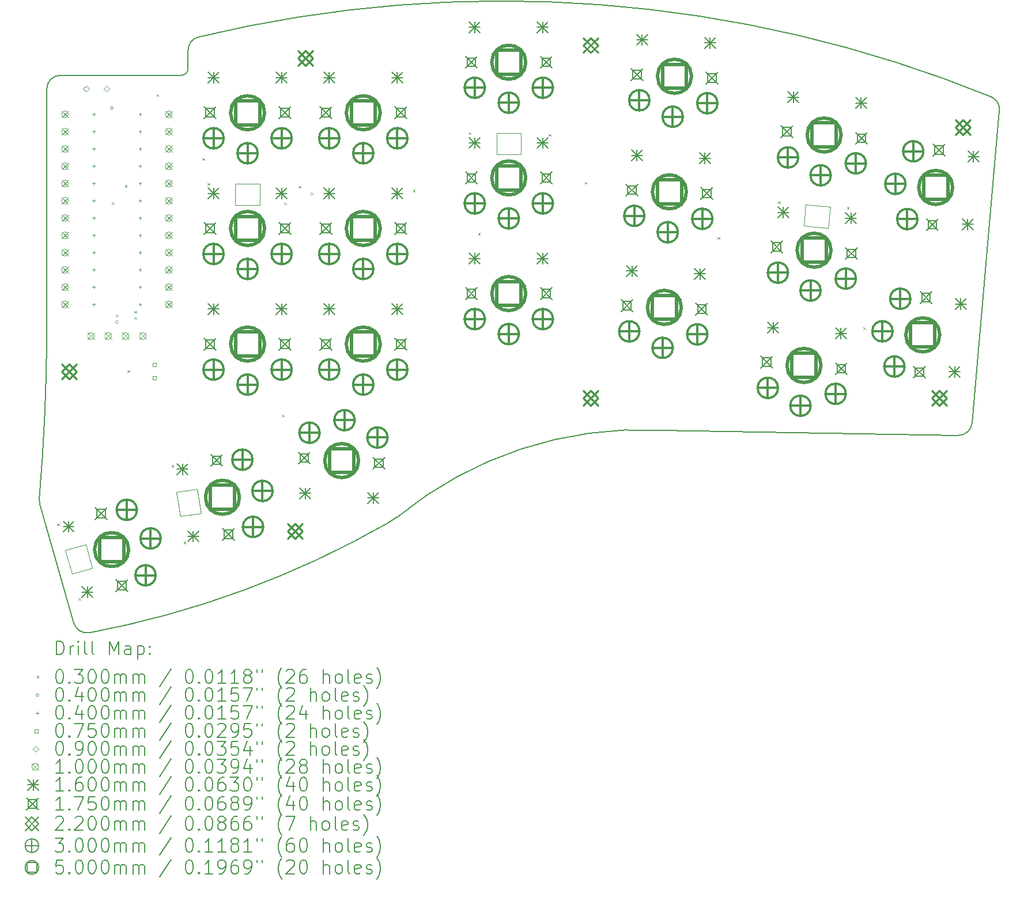
<source format=gbr>
%TF.GenerationSoftware,KiCad,Pcbnew,8.0.4*%
%TF.CreationDate,2024-08-08T10:27:54+04:00*%
%TF.ProjectId,ouleetka,6f756c65-6574-46b6-912e-6b696361645f,0.1*%
%TF.SameCoordinates,Original*%
%TF.FileFunction,Drillmap*%
%TF.FilePolarity,Positive*%
%FSLAX45Y45*%
G04 Gerber Fmt 4.5, Leading zero omitted, Abs format (unit mm)*
G04 Created by KiCad (PCBNEW 8.0.4) date 2024-08-08 10:27:54*
%MOMM*%
%LPD*%
G01*
G04 APERTURE LIST*
%ADD10C,0.150000*%
%ADD11C,0.120000*%
%ADD12C,0.200000*%
%ADD13C,0.100000*%
%ADD14C,0.160000*%
%ADD15C,0.175000*%
%ADD16C,0.220000*%
%ADD17C,0.300000*%
%ADD18C,0.500000*%
G04 APERTURE END LIST*
D10*
X12058186Y-12631173D02*
G75*
G02*
X12051331Y-12635268I-105946J169553D01*
G01*
X21047194Y-6567488D02*
X20645572Y-11158043D01*
X7677918Y-14241636D02*
G75*
G02*
X7448798Y-14100190I-36878J196556D01*
G01*
X12051331Y-12635268D02*
G75*
G02*
X7677918Y-14241636I-6963831J12202768D01*
G01*
X7049834Y-9799833D02*
G75*
G02*
X7050000Y-9795921I50026J-167D01*
G01*
X12209981Y-12534417D02*
G75*
G02*
X12189327Y-12549227I-126631J154787D01*
G01*
X9125000Y-5950000D02*
G75*
G02*
X9025000Y-6050000I-100000J0D01*
G01*
X12189327Y-12549227D02*
X12058186Y-12631173D01*
X7049834Y-9799833D02*
G75*
G02*
X6939113Y-12274847I-29949776J99830D01*
G01*
X9125000Y-5681225D02*
G75*
G02*
X9278182Y-5486779I200010J-5D01*
G01*
X20645569Y-11158075D02*
G75*
G02*
X20442840Y-11340620I-199249J17435D01*
G01*
X9278183Y-5486782D02*
G75*
G02*
X20923401Y-6364787I4459317J-18520718D01*
G01*
X20442840Y-11340613D02*
X16064210Y-11264184D01*
X9025000Y-6050000D02*
X7250000Y-6050000D01*
X20923401Y-6364787D02*
G75*
G02*
X21047196Y-6567443I-75441J-185223D01*
G01*
X9125000Y-5950000D02*
X9125000Y-5681257D01*
X6946120Y-12347169D02*
X7448783Y-14100162D01*
X6946110Y-12347133D02*
G75*
G02*
X6939112Y-12274847I192240J55094D01*
G01*
X16064210Y-11264184D02*
G75*
G02*
X16058121Y-11263985I3500J200294D01*
G01*
X7050000Y-9795921D02*
X7050000Y-6250000D01*
X7050000Y-6250000D02*
G75*
G02*
X7250000Y-6050000I200000J0D01*
G01*
X12209981Y-12534417D02*
G75*
G02*
X16058090Y-11263983I3577519J-4373083D01*
G01*
D11*
X7720479Y-13288122D02*
X7422488Y-13373570D01*
X7323259Y-13027515D01*
X7621250Y-12942068D01*
X7720479Y-13288122D01*
X9318356Y-12483038D02*
X9012172Y-12531533D01*
X8955856Y-12175965D01*
X9262039Y-12127470D01*
X9318356Y-12483038D01*
X13657500Y-6902500D02*
X14017500Y-6902500D01*
X14017500Y-7212500D01*
X13657500Y-7212500D01*
X13657500Y-6902500D01*
X18559340Y-7983196D02*
X18532321Y-8292016D01*
X18173691Y-8260640D01*
X18200709Y-7951820D01*
X18559340Y-7983196D01*
X9820000Y-7645000D02*
X10180000Y-7645000D01*
X10180000Y-7955000D01*
X9820000Y-7955000D01*
X9820000Y-7645000D01*
D12*
D13*
X7202259Y-12637903D02*
X7232259Y-12667903D01*
X7232259Y-12637903D02*
X7202259Y-12667903D01*
X7517223Y-13733630D02*
X7547223Y-13763630D01*
X7547223Y-13733630D02*
X7517223Y-13763630D01*
X8005500Y-7918500D02*
X8035500Y-7948500D01*
X8035500Y-7918500D02*
X8005500Y-7948500D01*
X8065000Y-9565540D02*
X8095000Y-9595540D01*
X8095000Y-9565540D02*
X8065000Y-9595540D01*
X8197000Y-7664500D02*
X8227000Y-7694500D01*
X8227000Y-7664500D02*
X8197000Y-7694500D01*
X8235000Y-10385000D02*
X8265000Y-10415000D01*
X8265000Y-10385000D02*
X8235000Y-10415000D01*
X8335694Y-9513306D02*
X8365694Y-9543306D01*
X8365694Y-9513306D02*
X8335694Y-9543306D01*
X8336000Y-9602000D02*
X8366000Y-9632000D01*
X8366000Y-9602000D02*
X8336000Y-9632000D01*
X8663000Y-6330000D02*
X8693000Y-6360000D01*
X8693000Y-6330000D02*
X8663000Y-6360000D01*
X8881300Y-11776227D02*
X8911300Y-11806227D01*
X8911300Y-11776227D02*
X8881300Y-11806227D01*
X9060381Y-12902171D02*
X9090381Y-12932171D01*
X9090381Y-12902171D02*
X9060381Y-12932171D01*
X9334000Y-7270000D02*
X9364000Y-7300000D01*
X9364000Y-7270000D02*
X9334000Y-7300000D01*
X9414221Y-7632103D02*
X9444221Y-7662103D01*
X9444221Y-7632103D02*
X9414221Y-7662103D01*
X10510000Y-11038000D02*
X10540000Y-11068000D01*
X10540000Y-11038000D02*
X10510000Y-11068000D01*
X10540748Y-7914628D02*
X10570748Y-7944628D01*
X10570748Y-7914628D02*
X10540748Y-7944628D01*
X10749750Y-7675000D02*
X10779750Y-7705000D01*
X10779750Y-7675000D02*
X10749750Y-7705000D01*
X10928000Y-7773000D02*
X10958000Y-7803000D01*
X10958000Y-7773000D02*
X10928000Y-7803000D01*
X12431770Y-7730230D02*
X12461770Y-7760230D01*
X12461770Y-7730230D02*
X12431770Y-7760230D01*
X13251721Y-6889603D02*
X13281721Y-6919603D01*
X13281721Y-6889603D02*
X13251721Y-6919603D01*
X13389000Y-8367000D02*
X13419000Y-8397000D01*
X13419000Y-8367000D02*
X13389000Y-8397000D01*
X14426685Y-6912737D02*
X14456685Y-6942737D01*
X14456685Y-6912737D02*
X14426685Y-6942737D01*
X14955500Y-7617000D02*
X14985500Y-7647000D01*
X14985500Y-7617000D02*
X14955500Y-7647000D01*
X16903587Y-8428405D02*
X16933587Y-8458405D01*
X16933587Y-8428405D02*
X16903587Y-8458405D01*
X17796234Y-7904857D02*
X17826234Y-7934857D01*
X17826234Y-7904857D02*
X17796234Y-7934857D01*
X18805767Y-7984098D02*
X18835767Y-8014098D01*
X18835767Y-7984098D02*
X18805767Y-8014098D01*
X19048000Y-9752000D02*
X19078000Y-9782000D01*
X19078000Y-9752000D02*
X19048000Y-9782000D01*
X8026000Y-6528500D02*
G75*
G02*
X7986000Y-6528500I-20000J0D01*
G01*
X7986000Y-6528500D02*
G75*
G02*
X8026000Y-6528500I20000J0D01*
G01*
X8100000Y-9676000D02*
G75*
G02*
X8060000Y-9676000I-20000J0D01*
G01*
X8060000Y-9676000D02*
G75*
G02*
X8100000Y-9676000I20000J0D01*
G01*
X7740000Y-6603000D02*
X7740000Y-6643000D01*
X7720000Y-6623000D02*
X7760000Y-6623000D01*
X7740000Y-6857000D02*
X7740000Y-6897000D01*
X7720000Y-6877000D02*
X7760000Y-6877000D01*
X7740000Y-7111000D02*
X7740000Y-7151000D01*
X7720000Y-7131000D02*
X7760000Y-7131000D01*
X7740000Y-7365000D02*
X7740000Y-7405000D01*
X7720000Y-7385000D02*
X7760000Y-7385000D01*
X7740000Y-7619000D02*
X7740000Y-7659000D01*
X7720000Y-7639000D02*
X7760000Y-7639000D01*
X7740000Y-7873000D02*
X7740000Y-7913000D01*
X7720000Y-7893000D02*
X7760000Y-7893000D01*
X7740000Y-8127000D02*
X7740000Y-8167000D01*
X7720000Y-8147000D02*
X7760000Y-8147000D01*
X7740000Y-8381000D02*
X7740000Y-8421000D01*
X7720000Y-8401000D02*
X7760000Y-8401000D01*
X7740000Y-8635000D02*
X7740000Y-8675000D01*
X7720000Y-8655000D02*
X7760000Y-8655000D01*
X7740000Y-8889000D02*
X7740000Y-8929000D01*
X7720000Y-8909000D02*
X7760000Y-8909000D01*
X7740000Y-9143000D02*
X7740000Y-9183000D01*
X7720000Y-9163000D02*
X7760000Y-9163000D01*
X7740000Y-9397000D02*
X7740000Y-9437000D01*
X7720000Y-9417000D02*
X7760000Y-9417000D01*
X8420000Y-6603000D02*
X8420000Y-6643000D01*
X8400000Y-6623000D02*
X8440000Y-6623000D01*
X8420000Y-6857000D02*
X8420000Y-6897000D01*
X8400000Y-6877000D02*
X8440000Y-6877000D01*
X8420000Y-7111000D02*
X8420000Y-7151000D01*
X8400000Y-7131000D02*
X8440000Y-7131000D01*
X8420000Y-7365000D02*
X8420000Y-7405000D01*
X8400000Y-7385000D02*
X8440000Y-7385000D01*
X8420000Y-7619000D02*
X8420000Y-7659000D01*
X8400000Y-7639000D02*
X8440000Y-7639000D01*
X8420000Y-7873000D02*
X8420000Y-7913000D01*
X8400000Y-7893000D02*
X8440000Y-7893000D01*
X8420000Y-8127000D02*
X8420000Y-8167000D01*
X8400000Y-8147000D02*
X8440000Y-8147000D01*
X8420000Y-8381000D02*
X8420000Y-8421000D01*
X8400000Y-8401000D02*
X8440000Y-8401000D01*
X8420000Y-8635000D02*
X8420000Y-8675000D01*
X8400000Y-8655000D02*
X8440000Y-8655000D01*
X8420000Y-8889000D02*
X8420000Y-8929000D01*
X8400000Y-8909000D02*
X8440000Y-8909000D01*
X8420000Y-9143000D02*
X8420000Y-9183000D01*
X8400000Y-9163000D02*
X8440000Y-9163000D01*
X8420000Y-9397000D02*
X8420000Y-9437000D01*
X8400000Y-9417000D02*
X8440000Y-9417000D01*
X8656517Y-10326517D02*
X8656517Y-10273483D01*
X8603483Y-10273483D01*
X8603483Y-10326517D01*
X8656517Y-10326517D01*
X8656517Y-10526517D02*
X8656517Y-10473483D01*
X8603483Y-10473483D01*
X8603483Y-10526517D01*
X8656517Y-10526517D01*
X7630000Y-6292500D02*
X7675000Y-6247500D01*
X7630000Y-6202500D01*
X7585000Y-6247500D01*
X7630000Y-6292500D01*
X7930000Y-6292500D02*
X7975000Y-6247500D01*
X7930000Y-6202500D01*
X7885000Y-6247500D01*
X7930000Y-6292500D01*
X7268000Y-6573000D02*
X7368000Y-6673000D01*
X7368000Y-6573000D02*
X7268000Y-6673000D01*
X7368000Y-6623000D02*
G75*
G02*
X7268000Y-6623000I-50000J0D01*
G01*
X7268000Y-6623000D02*
G75*
G02*
X7368000Y-6623000I50000J0D01*
G01*
X7268000Y-6827000D02*
X7368000Y-6927000D01*
X7368000Y-6827000D02*
X7268000Y-6927000D01*
X7368000Y-6877000D02*
G75*
G02*
X7268000Y-6877000I-50000J0D01*
G01*
X7268000Y-6877000D02*
G75*
G02*
X7368000Y-6877000I50000J0D01*
G01*
X7268000Y-7081000D02*
X7368000Y-7181000D01*
X7368000Y-7081000D02*
X7268000Y-7181000D01*
X7368000Y-7131000D02*
G75*
G02*
X7268000Y-7131000I-50000J0D01*
G01*
X7268000Y-7131000D02*
G75*
G02*
X7368000Y-7131000I50000J0D01*
G01*
X7268000Y-7335000D02*
X7368000Y-7435000D01*
X7368000Y-7335000D02*
X7268000Y-7435000D01*
X7368000Y-7385000D02*
G75*
G02*
X7268000Y-7385000I-50000J0D01*
G01*
X7268000Y-7385000D02*
G75*
G02*
X7368000Y-7385000I50000J0D01*
G01*
X7268000Y-7589000D02*
X7368000Y-7689000D01*
X7368000Y-7589000D02*
X7268000Y-7689000D01*
X7368000Y-7639000D02*
G75*
G02*
X7268000Y-7639000I-50000J0D01*
G01*
X7268000Y-7639000D02*
G75*
G02*
X7368000Y-7639000I50000J0D01*
G01*
X7268000Y-7843000D02*
X7368000Y-7943000D01*
X7368000Y-7843000D02*
X7268000Y-7943000D01*
X7368000Y-7893000D02*
G75*
G02*
X7268000Y-7893000I-50000J0D01*
G01*
X7268000Y-7893000D02*
G75*
G02*
X7368000Y-7893000I50000J0D01*
G01*
X7268000Y-8097000D02*
X7368000Y-8197000D01*
X7368000Y-8097000D02*
X7268000Y-8197000D01*
X7368000Y-8147000D02*
G75*
G02*
X7268000Y-8147000I-50000J0D01*
G01*
X7268000Y-8147000D02*
G75*
G02*
X7368000Y-8147000I50000J0D01*
G01*
X7268000Y-8351000D02*
X7368000Y-8451000D01*
X7368000Y-8351000D02*
X7268000Y-8451000D01*
X7368000Y-8401000D02*
G75*
G02*
X7268000Y-8401000I-50000J0D01*
G01*
X7268000Y-8401000D02*
G75*
G02*
X7368000Y-8401000I50000J0D01*
G01*
X7268000Y-8605000D02*
X7368000Y-8705000D01*
X7368000Y-8605000D02*
X7268000Y-8705000D01*
X7368000Y-8655000D02*
G75*
G02*
X7268000Y-8655000I-50000J0D01*
G01*
X7268000Y-8655000D02*
G75*
G02*
X7368000Y-8655000I50000J0D01*
G01*
X7268000Y-8859000D02*
X7368000Y-8959000D01*
X7368000Y-8859000D02*
X7268000Y-8959000D01*
X7368000Y-8909000D02*
G75*
G02*
X7268000Y-8909000I-50000J0D01*
G01*
X7268000Y-8909000D02*
G75*
G02*
X7368000Y-8909000I50000J0D01*
G01*
X7268000Y-9113000D02*
X7368000Y-9213000D01*
X7368000Y-9113000D02*
X7268000Y-9213000D01*
X7368000Y-9163000D02*
G75*
G02*
X7268000Y-9163000I-50000J0D01*
G01*
X7268000Y-9163000D02*
G75*
G02*
X7368000Y-9163000I50000J0D01*
G01*
X7268000Y-9367000D02*
X7368000Y-9467000D01*
X7368000Y-9367000D02*
X7268000Y-9467000D01*
X7368000Y-9417000D02*
G75*
G02*
X7268000Y-9417000I-50000J0D01*
G01*
X7268000Y-9417000D02*
G75*
G02*
X7368000Y-9417000I50000J0D01*
G01*
X7649000Y-9832000D02*
X7749000Y-9932000D01*
X7749000Y-9832000D02*
X7649000Y-9932000D01*
X7749000Y-9882000D02*
G75*
G02*
X7649000Y-9882000I-50000J0D01*
G01*
X7649000Y-9882000D02*
G75*
G02*
X7749000Y-9882000I50000J0D01*
G01*
X7903000Y-9832000D02*
X8003000Y-9932000D01*
X8003000Y-9832000D02*
X7903000Y-9932000D01*
X8003000Y-9882000D02*
G75*
G02*
X7903000Y-9882000I-50000J0D01*
G01*
X7903000Y-9882000D02*
G75*
G02*
X8003000Y-9882000I50000J0D01*
G01*
X8157000Y-9832000D02*
X8257000Y-9932000D01*
X8257000Y-9832000D02*
X8157000Y-9932000D01*
X8257000Y-9882000D02*
G75*
G02*
X8157000Y-9882000I-50000J0D01*
G01*
X8157000Y-9882000D02*
G75*
G02*
X8257000Y-9882000I50000J0D01*
G01*
X8411000Y-9832000D02*
X8511000Y-9932000D01*
X8511000Y-9832000D02*
X8411000Y-9932000D01*
X8511000Y-9882000D02*
G75*
G02*
X8411000Y-9882000I-50000J0D01*
G01*
X8411000Y-9882000D02*
G75*
G02*
X8511000Y-9882000I50000J0D01*
G01*
X8792000Y-6573000D02*
X8892000Y-6673000D01*
X8892000Y-6573000D02*
X8792000Y-6673000D01*
X8892000Y-6623000D02*
G75*
G02*
X8792000Y-6623000I-50000J0D01*
G01*
X8792000Y-6623000D02*
G75*
G02*
X8892000Y-6623000I50000J0D01*
G01*
X8792000Y-6827000D02*
X8892000Y-6927000D01*
X8892000Y-6827000D02*
X8792000Y-6927000D01*
X8892000Y-6877000D02*
G75*
G02*
X8792000Y-6877000I-50000J0D01*
G01*
X8792000Y-6877000D02*
G75*
G02*
X8892000Y-6877000I50000J0D01*
G01*
X8792000Y-7081000D02*
X8892000Y-7181000D01*
X8892000Y-7081000D02*
X8792000Y-7181000D01*
X8892000Y-7131000D02*
G75*
G02*
X8792000Y-7131000I-50000J0D01*
G01*
X8792000Y-7131000D02*
G75*
G02*
X8892000Y-7131000I50000J0D01*
G01*
X8792000Y-7335000D02*
X8892000Y-7435000D01*
X8892000Y-7335000D02*
X8792000Y-7435000D01*
X8892000Y-7385000D02*
G75*
G02*
X8792000Y-7385000I-50000J0D01*
G01*
X8792000Y-7385000D02*
G75*
G02*
X8892000Y-7385000I50000J0D01*
G01*
X8792000Y-7589000D02*
X8892000Y-7689000D01*
X8892000Y-7589000D02*
X8792000Y-7689000D01*
X8892000Y-7639000D02*
G75*
G02*
X8792000Y-7639000I-50000J0D01*
G01*
X8792000Y-7639000D02*
G75*
G02*
X8892000Y-7639000I50000J0D01*
G01*
X8792000Y-7843000D02*
X8892000Y-7943000D01*
X8892000Y-7843000D02*
X8792000Y-7943000D01*
X8892000Y-7893000D02*
G75*
G02*
X8792000Y-7893000I-50000J0D01*
G01*
X8792000Y-7893000D02*
G75*
G02*
X8892000Y-7893000I50000J0D01*
G01*
X8792000Y-8097000D02*
X8892000Y-8197000D01*
X8892000Y-8097000D02*
X8792000Y-8197000D01*
X8892000Y-8147000D02*
G75*
G02*
X8792000Y-8147000I-50000J0D01*
G01*
X8792000Y-8147000D02*
G75*
G02*
X8892000Y-8147000I50000J0D01*
G01*
X8792000Y-8351000D02*
X8892000Y-8451000D01*
X8892000Y-8351000D02*
X8792000Y-8451000D01*
X8892000Y-8401000D02*
G75*
G02*
X8792000Y-8401000I-50000J0D01*
G01*
X8792000Y-8401000D02*
G75*
G02*
X8892000Y-8401000I50000J0D01*
G01*
X8792000Y-8605000D02*
X8892000Y-8705000D01*
X8892000Y-8605000D02*
X8792000Y-8705000D01*
X8892000Y-8655000D02*
G75*
G02*
X8792000Y-8655000I-50000J0D01*
G01*
X8792000Y-8655000D02*
G75*
G02*
X8892000Y-8655000I50000J0D01*
G01*
X8792000Y-8859000D02*
X8892000Y-8959000D01*
X8892000Y-8859000D02*
X8792000Y-8959000D01*
X8892000Y-8909000D02*
G75*
G02*
X8792000Y-8909000I-50000J0D01*
G01*
X8792000Y-8909000D02*
G75*
G02*
X8892000Y-8909000I50000J0D01*
G01*
X8792000Y-9113000D02*
X8892000Y-9213000D01*
X8892000Y-9113000D02*
X8792000Y-9213000D01*
X8892000Y-9163000D02*
G75*
G02*
X8792000Y-9163000I-50000J0D01*
G01*
X8792000Y-9163000D02*
G75*
G02*
X8892000Y-9163000I50000J0D01*
G01*
X8792000Y-9367000D02*
X8892000Y-9467000D01*
X8892000Y-9367000D02*
X8792000Y-9467000D01*
X8892000Y-9417000D02*
G75*
G02*
X8792000Y-9417000I-50000J0D01*
G01*
X8792000Y-9417000D02*
G75*
G02*
X8892000Y-9417000I50000J0D01*
G01*
D14*
X7289631Y-12601322D02*
X7449631Y-12761322D01*
X7449631Y-12601322D02*
X7289631Y-12761322D01*
X7369631Y-12601322D02*
X7369631Y-12761322D01*
X7289631Y-12681322D02*
X7449631Y-12681322D01*
X7565269Y-13562584D02*
X7725269Y-13722584D01*
X7725269Y-13562584D02*
X7565269Y-13722584D01*
X7645269Y-13562584D02*
X7645269Y-13722584D01*
X7565269Y-13642584D02*
X7725269Y-13642584D01*
X8964073Y-11758004D02*
X9124073Y-11918004D01*
X9124073Y-11758004D02*
X8964073Y-11918004D01*
X9044073Y-11758004D02*
X9044073Y-11918004D01*
X8964073Y-11838004D02*
X9124073Y-11838004D01*
X9120508Y-12745692D02*
X9280508Y-12905692D01*
X9280508Y-12745692D02*
X9120508Y-12905692D01*
X9200508Y-12745692D02*
X9200508Y-12905692D01*
X9120508Y-12825692D02*
X9280508Y-12825692D01*
X9420000Y-6005000D02*
X9580000Y-6165000D01*
X9580000Y-6005000D02*
X9420000Y-6165000D01*
X9500000Y-6005000D02*
X9500000Y-6165000D01*
X9420000Y-6085000D02*
X9580000Y-6085000D01*
X9420000Y-7705000D02*
X9580000Y-7865000D01*
X9580000Y-7705000D02*
X9420000Y-7865000D01*
X9500000Y-7705000D02*
X9500000Y-7865000D01*
X9420000Y-7785000D02*
X9580000Y-7785000D01*
X9420000Y-9405000D02*
X9580000Y-9565000D01*
X9580000Y-9405000D02*
X9420000Y-9565000D01*
X9500000Y-9405000D02*
X9500000Y-9565000D01*
X9420000Y-9485000D02*
X9580000Y-9485000D01*
X10420000Y-6005000D02*
X10580000Y-6165000D01*
X10580000Y-6005000D02*
X10420000Y-6165000D01*
X10500000Y-6005000D02*
X10500000Y-6165000D01*
X10420000Y-6085000D02*
X10580000Y-6085000D01*
X10420000Y-7705000D02*
X10580000Y-7865000D01*
X10580000Y-7705000D02*
X10420000Y-7865000D01*
X10500000Y-7705000D02*
X10500000Y-7865000D01*
X10420000Y-7785000D02*
X10580000Y-7785000D01*
X10420000Y-9405000D02*
X10580000Y-9565000D01*
X10580000Y-9405000D02*
X10420000Y-9565000D01*
X10500000Y-9405000D02*
X10500000Y-9565000D01*
X10420000Y-9485000D02*
X10580000Y-9485000D01*
X10767547Y-12110858D02*
X10927547Y-12270858D01*
X10927547Y-12110858D02*
X10767547Y-12270858D01*
X10847547Y-12110858D02*
X10847547Y-12270858D01*
X10767547Y-12190858D02*
X10927547Y-12190858D01*
X11120000Y-6005000D02*
X11280000Y-6165000D01*
X11280000Y-6005000D02*
X11120000Y-6165000D01*
X11200000Y-6005000D02*
X11200000Y-6165000D01*
X11120000Y-6085000D02*
X11280000Y-6085000D01*
X11120000Y-7705000D02*
X11280000Y-7865000D01*
X11280000Y-7705000D02*
X11120000Y-7865000D01*
X11200000Y-7705000D02*
X11200000Y-7865000D01*
X11120000Y-7785000D02*
X11280000Y-7785000D01*
X11120000Y-9405000D02*
X11280000Y-9565000D01*
X11280000Y-9405000D02*
X11120000Y-9565000D01*
X11200000Y-9405000D02*
X11200000Y-9565000D01*
X11120000Y-9485000D02*
X11280000Y-9485000D01*
X11765111Y-12180614D02*
X11925111Y-12340614D01*
X11925111Y-12180614D02*
X11765111Y-12340614D01*
X11845111Y-12180614D02*
X11845111Y-12340614D01*
X11765111Y-12260614D02*
X11925111Y-12260614D01*
X12120000Y-6005000D02*
X12280000Y-6165000D01*
X12280000Y-6005000D02*
X12120000Y-6165000D01*
X12200000Y-6005000D02*
X12200000Y-6165000D01*
X12120000Y-6085000D02*
X12280000Y-6085000D01*
X12120000Y-7705000D02*
X12280000Y-7865000D01*
X12280000Y-7705000D02*
X12120000Y-7865000D01*
X12200000Y-7705000D02*
X12200000Y-7865000D01*
X12120000Y-7785000D02*
X12280000Y-7785000D01*
X12120000Y-9405000D02*
X12280000Y-9565000D01*
X12280000Y-9405000D02*
X12120000Y-9565000D01*
X12200000Y-9405000D02*
X12200000Y-9565000D01*
X12120000Y-9485000D02*
X12280000Y-9485000D01*
X13257500Y-5262500D02*
X13417500Y-5422500D01*
X13417500Y-5262500D02*
X13257500Y-5422500D01*
X13337500Y-5262500D02*
X13337500Y-5422500D01*
X13257500Y-5342500D02*
X13417500Y-5342500D01*
X13257500Y-6962500D02*
X13417500Y-7122500D01*
X13417500Y-6962500D02*
X13257500Y-7122500D01*
X13337500Y-6962500D02*
X13337500Y-7122500D01*
X13257500Y-7042500D02*
X13417500Y-7042500D01*
X13257500Y-8662500D02*
X13417500Y-8822500D01*
X13417500Y-8662500D02*
X13257500Y-8822500D01*
X13337500Y-8662500D02*
X13337500Y-8822500D01*
X13257500Y-8742500D02*
X13417500Y-8742500D01*
X14257500Y-5262500D02*
X14417500Y-5422500D01*
X14417500Y-5262500D02*
X14257500Y-5422500D01*
X14337500Y-5262500D02*
X14337500Y-5422500D01*
X14257500Y-5342500D02*
X14417500Y-5342500D01*
X14257500Y-6962500D02*
X14417500Y-7122500D01*
X14417500Y-6962500D02*
X14257500Y-7122500D01*
X14337500Y-6962500D02*
X14337500Y-7122500D01*
X14257500Y-7042500D02*
X14417500Y-7042500D01*
X14257500Y-8662500D02*
X14417500Y-8822500D01*
X14417500Y-8662500D02*
X14257500Y-8822500D01*
X14337500Y-8662500D02*
X14337500Y-8822500D01*
X14257500Y-8742500D02*
X14417500Y-8742500D01*
X15566707Y-8844066D02*
X15726707Y-9004066D01*
X15726707Y-8844066D02*
X15566707Y-9004066D01*
X15646707Y-8844066D02*
X15646707Y-9004066D01*
X15566707Y-8924066D02*
X15726707Y-8924066D01*
X15640860Y-7145684D02*
X15800860Y-7305684D01*
X15800860Y-7145684D02*
X15640860Y-7305684D01*
X15720860Y-7145684D02*
X15720860Y-7305684D01*
X15640860Y-7225684D02*
X15800860Y-7225684D01*
X15715013Y-5447302D02*
X15875013Y-5607302D01*
X15875013Y-5447302D02*
X15715013Y-5607302D01*
X15795013Y-5447302D02*
X15795013Y-5607302D01*
X15715013Y-5527302D02*
X15875013Y-5527302D01*
X16565756Y-8887685D02*
X16725756Y-9047685D01*
X16725756Y-8887685D02*
X16565756Y-9047685D01*
X16645756Y-8887685D02*
X16645756Y-9047685D01*
X16565756Y-8967685D02*
X16725756Y-8967685D01*
X16639908Y-7189303D02*
X16799909Y-7349303D01*
X16799909Y-7189303D02*
X16639908Y-7349303D01*
X16719908Y-7189303D02*
X16719908Y-7349303D01*
X16639908Y-7269303D02*
X16799909Y-7269303D01*
X16714061Y-5490921D02*
X16874062Y-5650921D01*
X16874062Y-5490921D02*
X16714061Y-5650921D01*
X16794062Y-5490921D02*
X16794062Y-5650921D01*
X16714061Y-5570921D02*
X16874062Y-5570921D01*
X17641561Y-9676929D02*
X17801561Y-9836929D01*
X17801561Y-9676929D02*
X17641561Y-9836929D01*
X17721561Y-9676929D02*
X17721561Y-9836929D01*
X17641561Y-9756929D02*
X17801561Y-9756929D01*
X17789725Y-7983397D02*
X17949725Y-8143397D01*
X17949725Y-7983397D02*
X17789725Y-8143397D01*
X17869725Y-7983397D02*
X17869725Y-8143397D01*
X17789725Y-8063397D02*
X17949725Y-8063397D01*
X17937890Y-6289866D02*
X18097890Y-6449866D01*
X18097890Y-6289866D02*
X17937890Y-6449866D01*
X18017890Y-6289866D02*
X18017890Y-6449866D01*
X17937890Y-6369866D02*
X18097890Y-6369866D01*
X18637755Y-9764084D02*
X18797755Y-9924084D01*
X18797755Y-9764084D02*
X18637755Y-9924084D01*
X18717755Y-9764084D02*
X18717755Y-9924084D01*
X18637755Y-9844084D02*
X18797755Y-9844084D01*
X18785920Y-8070553D02*
X18945920Y-8230553D01*
X18945920Y-8070553D02*
X18785920Y-8230553D01*
X18865920Y-8070553D02*
X18865920Y-8230553D01*
X18785920Y-8150553D02*
X18945920Y-8150553D01*
X18934085Y-6377022D02*
X19094085Y-6537022D01*
X19094085Y-6377022D02*
X18934085Y-6537022D01*
X19014085Y-6377022D02*
X19014085Y-6537022D01*
X18934085Y-6457022D02*
X19094085Y-6457022D01*
X20310060Y-10326977D02*
X20470060Y-10486977D01*
X20470060Y-10326977D02*
X20310060Y-10486977D01*
X20390060Y-10326977D02*
X20390060Y-10486977D01*
X20310060Y-10406977D02*
X20470060Y-10406977D01*
X20397215Y-9330782D02*
X20557215Y-9490782D01*
X20557215Y-9330782D02*
X20397215Y-9490782D01*
X20477215Y-9330782D02*
X20477215Y-9490782D01*
X20397215Y-9410782D02*
X20557215Y-9410782D01*
X20499623Y-8160254D02*
X20659623Y-8320254D01*
X20659623Y-8160254D02*
X20499623Y-8320254D01*
X20579623Y-8160254D02*
X20579623Y-8320254D01*
X20499623Y-8240254D02*
X20659623Y-8240254D01*
X20586779Y-7164059D02*
X20746779Y-7324059D01*
X20746779Y-7164059D02*
X20586779Y-7324059D01*
X20666779Y-7164059D02*
X20666779Y-7324059D01*
X20586779Y-7244059D02*
X20746779Y-7244059D01*
D15*
X7763399Y-12403806D02*
X7938399Y-12578806D01*
X7938399Y-12403806D02*
X7763399Y-12578806D01*
X7912772Y-12553178D02*
X7912772Y-12429434D01*
X7789027Y-12429434D01*
X7789027Y-12553178D01*
X7912772Y-12553178D01*
X8066600Y-13461194D02*
X8241600Y-13636194D01*
X8241600Y-13461194D02*
X8066600Y-13636194D01*
X8215973Y-13610566D02*
X8215973Y-13486821D01*
X8092228Y-13486821D01*
X8092228Y-13610566D01*
X8215973Y-13610566D01*
X9362500Y-6512500D02*
X9537500Y-6687500D01*
X9537500Y-6512500D02*
X9362500Y-6687500D01*
X9511872Y-6661872D02*
X9511872Y-6538128D01*
X9388128Y-6538128D01*
X9388128Y-6661872D01*
X9511872Y-6661872D01*
X9362500Y-8212500D02*
X9537500Y-8387500D01*
X9537500Y-8212500D02*
X9362500Y-8387500D01*
X9511872Y-8361872D02*
X9511872Y-8238128D01*
X9388128Y-8238128D01*
X9388128Y-8361872D01*
X9511872Y-8361872D01*
X9362500Y-9912500D02*
X9537500Y-10087500D01*
X9537500Y-9912500D02*
X9362500Y-10087500D01*
X9511872Y-10061872D02*
X9511872Y-9938128D01*
X9388128Y-9938128D01*
X9388128Y-10061872D01*
X9511872Y-10061872D01*
X9457411Y-11620556D02*
X9632411Y-11795556D01*
X9632411Y-11620556D02*
X9457411Y-11795556D01*
X9606783Y-11769928D02*
X9606783Y-11646183D01*
X9483038Y-11646183D01*
X9483038Y-11769928D01*
X9606783Y-11769928D01*
X9629489Y-12707013D02*
X9804489Y-12882013D01*
X9804489Y-12707013D02*
X9629489Y-12882013D01*
X9778861Y-12856385D02*
X9778861Y-12732641D01*
X9655116Y-12732641D01*
X9655116Y-12856385D01*
X9778861Y-12856385D01*
X10462500Y-6512500D02*
X10637500Y-6687500D01*
X10637500Y-6512500D02*
X10462500Y-6687500D01*
X10611872Y-6661872D02*
X10611872Y-6538128D01*
X10488128Y-6538128D01*
X10488128Y-6661872D01*
X10611872Y-6661872D01*
X10462500Y-8212500D02*
X10637500Y-8387500D01*
X10637500Y-8212500D02*
X10462500Y-8387500D01*
X10611872Y-8361872D02*
X10611872Y-8238128D01*
X10488128Y-8238128D01*
X10488128Y-8361872D01*
X10611872Y-8361872D01*
X10462500Y-9912500D02*
X10637500Y-10087500D01*
X10637500Y-9912500D02*
X10462500Y-10087500D01*
X10611872Y-10061872D02*
X10611872Y-9938128D01*
X10488128Y-9938128D01*
X10488128Y-10061872D01*
X10611872Y-10061872D01*
X10746093Y-11586124D02*
X10921093Y-11761124D01*
X10921093Y-11586124D02*
X10746093Y-11761124D01*
X10895466Y-11735497D02*
X10895466Y-11611752D01*
X10771721Y-11611752D01*
X10771721Y-11735497D01*
X10895466Y-11735497D01*
X11062500Y-6512500D02*
X11237500Y-6687500D01*
X11237500Y-6512500D02*
X11062500Y-6687500D01*
X11211872Y-6661872D02*
X11211872Y-6538128D01*
X11088128Y-6538128D01*
X11088128Y-6661872D01*
X11211872Y-6661872D01*
X11062500Y-8212500D02*
X11237500Y-8387500D01*
X11237500Y-8212500D02*
X11062500Y-8387500D01*
X11211872Y-8361872D02*
X11211872Y-8238128D01*
X11088128Y-8238128D01*
X11088128Y-8361872D01*
X11211872Y-8361872D01*
X11062500Y-9912500D02*
X11237500Y-10087500D01*
X11237500Y-9912500D02*
X11062500Y-10087500D01*
X11211872Y-10061872D02*
X11211872Y-9938128D01*
X11088128Y-9938128D01*
X11088128Y-10061872D01*
X11211872Y-10061872D01*
X11843414Y-11662857D02*
X12018414Y-11837857D01*
X12018414Y-11662857D02*
X11843414Y-11837857D01*
X11992786Y-11812229D02*
X11992786Y-11688484D01*
X11869041Y-11688484D01*
X11869041Y-11812229D01*
X11992786Y-11812229D01*
X12162500Y-6512500D02*
X12337500Y-6687500D01*
X12337500Y-6512500D02*
X12162500Y-6687500D01*
X12311872Y-6661872D02*
X12311872Y-6538128D01*
X12188128Y-6538128D01*
X12188128Y-6661872D01*
X12311872Y-6661872D01*
X12162500Y-8212500D02*
X12337500Y-8387500D01*
X12337500Y-8212500D02*
X12162500Y-8387500D01*
X12311872Y-8361872D02*
X12311872Y-8238128D01*
X12188128Y-8238128D01*
X12188128Y-8361872D01*
X12311872Y-8361872D01*
X12162500Y-9912500D02*
X12337500Y-10087500D01*
X12337500Y-9912500D02*
X12162500Y-10087500D01*
X12311872Y-10061872D02*
X12311872Y-9938128D01*
X12188128Y-9938128D01*
X12188128Y-10061872D01*
X12311872Y-10061872D01*
X13200000Y-5770000D02*
X13375000Y-5945000D01*
X13375000Y-5770000D02*
X13200000Y-5945000D01*
X13349372Y-5919372D02*
X13349372Y-5795628D01*
X13225628Y-5795628D01*
X13225628Y-5919372D01*
X13349372Y-5919372D01*
X13200000Y-7470000D02*
X13375000Y-7645000D01*
X13375000Y-7470000D02*
X13200000Y-7645000D01*
X13349372Y-7619372D02*
X13349372Y-7495628D01*
X13225628Y-7495628D01*
X13225628Y-7619372D01*
X13349372Y-7619372D01*
X13200000Y-9170000D02*
X13375000Y-9345000D01*
X13375000Y-9170000D02*
X13200000Y-9345000D01*
X13349372Y-9319372D02*
X13349372Y-9195628D01*
X13225628Y-9195628D01*
X13225628Y-9319372D01*
X13349372Y-9319372D01*
X14300000Y-5770000D02*
X14475000Y-5945000D01*
X14475000Y-5770000D02*
X14300000Y-5945000D01*
X14449372Y-5919372D02*
X14449372Y-5795628D01*
X14325628Y-5795628D01*
X14325628Y-5919372D01*
X14449372Y-5919372D01*
X14300000Y-7470000D02*
X14475000Y-7645000D01*
X14475000Y-7470000D02*
X14300000Y-7645000D01*
X14449372Y-7619372D02*
X14449372Y-7495628D01*
X14325628Y-7495628D01*
X14325628Y-7619372D01*
X14449372Y-7619372D01*
X14300000Y-9170000D02*
X14475000Y-9345000D01*
X14475000Y-9170000D02*
X14300000Y-9345000D01*
X14449372Y-9319372D02*
X14449372Y-9195628D01*
X14325628Y-9195628D01*
X14325628Y-9319372D01*
X14449372Y-9319372D01*
X15486791Y-9348895D02*
X15661791Y-9523895D01*
X15661791Y-9348895D02*
X15486791Y-9523895D01*
X15636163Y-9498267D02*
X15636163Y-9374522D01*
X15512419Y-9374522D01*
X15512419Y-9498267D01*
X15636163Y-9498267D01*
X15560944Y-7650513D02*
X15735944Y-7825513D01*
X15735944Y-7650513D02*
X15560944Y-7825513D01*
X15710316Y-7799885D02*
X15710316Y-7676140D01*
X15586571Y-7676140D01*
X15586571Y-7799885D01*
X15710316Y-7799885D01*
X15635097Y-5952131D02*
X15810097Y-6127131D01*
X15810097Y-5952131D02*
X15635097Y-6127131D01*
X15784469Y-6101503D02*
X15784469Y-5977758D01*
X15660724Y-5977758D01*
X15660724Y-6101503D01*
X15784469Y-6101503D01*
X16585744Y-9396876D02*
X16760744Y-9571876D01*
X16760744Y-9396876D02*
X16585744Y-9571876D01*
X16735116Y-9546249D02*
X16735116Y-9422504D01*
X16611372Y-9422504D01*
X16611372Y-9546249D01*
X16735116Y-9546249D01*
X16659897Y-7698494D02*
X16834897Y-7873494D01*
X16834897Y-7698494D02*
X16659897Y-7873494D01*
X16809269Y-7847867D02*
X16809269Y-7724122D01*
X16685524Y-7724122D01*
X16685524Y-7847867D01*
X16809269Y-7847867D01*
X16734050Y-6000112D02*
X16909050Y-6175112D01*
X16909050Y-6000112D02*
X16734050Y-6175112D01*
X16883422Y-6149485D02*
X16883422Y-6025740D01*
X16759677Y-6025740D01*
X16759677Y-6149485D01*
X16883422Y-6149485D01*
X17539366Y-10178111D02*
X17714366Y-10353111D01*
X17714366Y-10178111D02*
X17539366Y-10353111D01*
X17688738Y-10327483D02*
X17688738Y-10203739D01*
X17564993Y-10203739D01*
X17564993Y-10327483D01*
X17688738Y-10327483D01*
X17687530Y-8484580D02*
X17862530Y-8659580D01*
X17862530Y-8484580D02*
X17687530Y-8659580D01*
X17836903Y-8633952D02*
X17836903Y-8510208D01*
X17713158Y-8510208D01*
X17713158Y-8633952D01*
X17836903Y-8633952D01*
X17835695Y-6791049D02*
X18010695Y-6966049D01*
X18010695Y-6791049D02*
X17835695Y-6966049D01*
X17985068Y-6940421D02*
X17985068Y-6816676D01*
X17861323Y-6816676D01*
X17861323Y-6940421D01*
X17985068Y-6940421D01*
X18635180Y-10273982D02*
X18810180Y-10448982D01*
X18810180Y-10273982D02*
X18635180Y-10448982D01*
X18784552Y-10423355D02*
X18784552Y-10299610D01*
X18660807Y-10299610D01*
X18660807Y-10423355D01*
X18784552Y-10423355D01*
X18783345Y-8580451D02*
X18958345Y-8755451D01*
X18958345Y-8580451D02*
X18783345Y-8755451D01*
X18932717Y-8729824D02*
X18932717Y-8606079D01*
X18808972Y-8606079D01*
X18808972Y-8729824D01*
X18932717Y-8729824D01*
X18931509Y-6886920D02*
X19106509Y-7061920D01*
X19106509Y-6886920D02*
X18931509Y-7061920D01*
X19080882Y-7036293D02*
X19080882Y-6912548D01*
X18957137Y-6912548D01*
X18957137Y-7036293D01*
X19080882Y-7036293D01*
X19785161Y-10324402D02*
X19960161Y-10499402D01*
X19960161Y-10324402D02*
X19785161Y-10499402D01*
X19934534Y-10473774D02*
X19934534Y-10350029D01*
X19810789Y-10350029D01*
X19810789Y-10473774D01*
X19934534Y-10473774D01*
X19881033Y-9228587D02*
X20056033Y-9403587D01*
X20056033Y-9228587D02*
X19881033Y-9403587D01*
X20030405Y-9377960D02*
X20030405Y-9254215D01*
X19906660Y-9254215D01*
X19906660Y-9377960D01*
X20030405Y-9377960D01*
X19974725Y-8157678D02*
X20149725Y-8332678D01*
X20149725Y-8157678D02*
X19974725Y-8332678D01*
X20124098Y-8307051D02*
X20124098Y-8183306D01*
X20000353Y-8183306D01*
X20000353Y-8307051D01*
X20124098Y-8307051D01*
X20070597Y-7061864D02*
X20245597Y-7236864D01*
X20245597Y-7061864D02*
X20070597Y-7236864D01*
X20219969Y-7211236D02*
X20219969Y-7087492D01*
X20096224Y-7087492D01*
X20096224Y-7211236D01*
X20219969Y-7211236D01*
D16*
X7270000Y-10290000D02*
X7490000Y-10510000D01*
X7490000Y-10290000D02*
X7270000Y-10510000D01*
X7380000Y-10510000D02*
X7490000Y-10400000D01*
X7380000Y-10290000D01*
X7270000Y-10400000D01*
X7380000Y-10510000D01*
X10590000Y-12640000D02*
X10810000Y-12860000D01*
X10810000Y-12640000D02*
X10590000Y-12860000D01*
X10700000Y-12860000D02*
X10810000Y-12750000D01*
X10700000Y-12640000D01*
X10590000Y-12750000D01*
X10700000Y-12860000D01*
X10740000Y-5690000D02*
X10960000Y-5910000D01*
X10960000Y-5690000D02*
X10740000Y-5910000D01*
X10850000Y-5910000D02*
X10960000Y-5800000D01*
X10850000Y-5690000D01*
X10740000Y-5800000D01*
X10850000Y-5910000D01*
X14927500Y-5497500D02*
X15147500Y-5717500D01*
X15147500Y-5497500D02*
X14927500Y-5717500D01*
X15037500Y-5717500D02*
X15147500Y-5607500D01*
X15037500Y-5497500D01*
X14927500Y-5607500D01*
X15037500Y-5717500D01*
X14927500Y-10682500D02*
X15147500Y-10902500D01*
X15147500Y-10682500D02*
X14927500Y-10902500D01*
X15037500Y-10902500D02*
X15147500Y-10792500D01*
X15037500Y-10682500D01*
X14927500Y-10792500D01*
X15037500Y-10902500D01*
X20052900Y-10682500D02*
X20272900Y-10902500D01*
X20272900Y-10682500D02*
X20052900Y-10902500D01*
X20162900Y-10902500D02*
X20272900Y-10792500D01*
X20162900Y-10682500D01*
X20052900Y-10792500D01*
X20162900Y-10902500D01*
X20401600Y-6705000D02*
X20621600Y-6925000D01*
X20621600Y-6705000D02*
X20401600Y-6925000D01*
X20511600Y-6925000D02*
X20621600Y-6815000D01*
X20511600Y-6705000D01*
X20401600Y-6815000D01*
X20511600Y-6925000D01*
D17*
X8225155Y-12286005D02*
X8225155Y-12586005D01*
X8075155Y-12436005D02*
X8375155Y-12436005D01*
X8375155Y-12436005D02*
G75*
G02*
X8075155Y-12436005I-150000J0D01*
G01*
X8075155Y-12436005D02*
G75*
G02*
X8375155Y-12436005I150000J0D01*
G01*
X8500792Y-13247267D02*
X8500792Y-13547267D01*
X8350792Y-13397267D02*
X8650792Y-13397267D01*
X8650792Y-13397267D02*
G75*
G02*
X8350792Y-13397267I-150000J0D01*
G01*
X8350792Y-13397267D02*
G75*
G02*
X8650792Y-13397267I150000J0D01*
G01*
X8574451Y-12705996D02*
X8574451Y-13005996D01*
X8424451Y-12855996D02*
X8724451Y-12855996D01*
X8724451Y-12855996D02*
G75*
G02*
X8424451Y-12855996I-150000J0D01*
G01*
X8424451Y-12855996D02*
G75*
G02*
X8724451Y-12855996I150000J0D01*
G01*
X9500000Y-6825000D02*
X9500000Y-7125000D01*
X9350000Y-6975000D02*
X9650000Y-6975000D01*
X9650000Y-6975000D02*
G75*
G02*
X9350000Y-6975000I-150000J0D01*
G01*
X9350000Y-6975000D02*
G75*
G02*
X9650000Y-6975000I150000J0D01*
G01*
X9500000Y-8525000D02*
X9500000Y-8825000D01*
X9350000Y-8675000D02*
X9650000Y-8675000D01*
X9650000Y-8675000D02*
G75*
G02*
X9350000Y-8675000I-150000J0D01*
G01*
X9350000Y-8675000D02*
G75*
G02*
X9650000Y-8675000I150000J0D01*
G01*
X9500000Y-10225000D02*
X9500000Y-10525000D01*
X9350000Y-10375000D02*
X9650000Y-10375000D01*
X9650000Y-10375000D02*
G75*
G02*
X9350000Y-10375000I-150000J0D01*
G01*
X9350000Y-10375000D02*
G75*
G02*
X9650000Y-10375000I150000J0D01*
G01*
X9923116Y-11548777D02*
X9923116Y-11848777D01*
X9773116Y-11698777D02*
X10073116Y-11698777D01*
X10073116Y-11698777D02*
G75*
G02*
X9773116Y-11698777I-150000J0D01*
G01*
X9773116Y-11698777D02*
G75*
G02*
X10073116Y-11698777I150000J0D01*
G01*
X10000000Y-7045000D02*
X10000000Y-7345000D01*
X9850000Y-7195000D02*
X10150000Y-7195000D01*
X10150000Y-7195000D02*
G75*
G02*
X9850000Y-7195000I-150000J0D01*
G01*
X9850000Y-7195000D02*
G75*
G02*
X10150000Y-7195000I150000J0D01*
G01*
X10000000Y-8745000D02*
X10000000Y-9045000D01*
X9850000Y-8895000D02*
X10150000Y-8895000D01*
X10150000Y-8895000D02*
G75*
G02*
X9850000Y-8895000I-150000J0D01*
G01*
X9850000Y-8895000D02*
G75*
G02*
X10150000Y-8895000I150000J0D01*
G01*
X10000000Y-10445000D02*
X10000000Y-10745000D01*
X9850000Y-10595000D02*
X10150000Y-10595000D01*
X10150000Y-10595000D02*
G75*
G02*
X9850000Y-10595000I-150000J0D01*
G01*
X9850000Y-10595000D02*
G75*
G02*
X10150000Y-10595000I150000J0D01*
G01*
X10079550Y-12536466D02*
X10079550Y-12836466D01*
X9929550Y-12686466D02*
X10229550Y-12686466D01*
X10229550Y-12686466D02*
G75*
G02*
X9929550Y-12686466I-150000J0D01*
G01*
X9929550Y-12686466D02*
G75*
G02*
X10229550Y-12686466I150000J0D01*
G01*
X10218624Y-12008206D02*
X10218624Y-12308206D01*
X10068624Y-12158206D02*
X10368624Y-12158206D01*
X10368624Y-12158206D02*
G75*
G02*
X10068624Y-12158206I-150000J0D01*
G01*
X10068624Y-12158206D02*
G75*
G02*
X10368624Y-12158206I150000J0D01*
G01*
X10500000Y-6825000D02*
X10500000Y-7125000D01*
X10350000Y-6975000D02*
X10650000Y-6975000D01*
X10650000Y-6975000D02*
G75*
G02*
X10350000Y-6975000I-150000J0D01*
G01*
X10350000Y-6975000D02*
G75*
G02*
X10650000Y-6975000I150000J0D01*
G01*
X10500000Y-8525000D02*
X10500000Y-8825000D01*
X10350000Y-8675000D02*
X10650000Y-8675000D01*
X10650000Y-8675000D02*
G75*
G02*
X10350000Y-8675000I-150000J0D01*
G01*
X10350000Y-8675000D02*
G75*
G02*
X10650000Y-8675000I150000J0D01*
G01*
X10500000Y-10225000D02*
X10500000Y-10525000D01*
X10350000Y-10375000D02*
X10650000Y-10375000D01*
X10650000Y-10375000D02*
G75*
G02*
X10350000Y-10375000I-150000J0D01*
G01*
X10350000Y-10375000D02*
G75*
G02*
X10650000Y-10375000I150000J0D01*
G01*
X10909630Y-11153026D02*
X10909630Y-11453026D01*
X10759630Y-11303026D02*
X11059630Y-11303026D01*
X11059630Y-11303026D02*
G75*
G02*
X10759630Y-11303026I-150000J0D01*
G01*
X10759630Y-11303026D02*
G75*
G02*
X11059630Y-11303026I150000J0D01*
G01*
X11200000Y-6825000D02*
X11200000Y-7125000D01*
X11050000Y-6975000D02*
X11350000Y-6975000D01*
X11350000Y-6975000D02*
G75*
G02*
X11050000Y-6975000I-150000J0D01*
G01*
X11050000Y-6975000D02*
G75*
G02*
X11350000Y-6975000I150000J0D01*
G01*
X11200000Y-8525000D02*
X11200000Y-8825000D01*
X11050000Y-8675000D02*
X11350000Y-8675000D01*
X11350000Y-8675000D02*
G75*
G02*
X11050000Y-8675000I-150000J0D01*
G01*
X11050000Y-8675000D02*
G75*
G02*
X11350000Y-8675000I150000J0D01*
G01*
X11200000Y-10225000D02*
X11200000Y-10525000D01*
X11050000Y-10375000D02*
X11350000Y-10375000D01*
X11350000Y-10375000D02*
G75*
G02*
X11050000Y-10375000I-150000J0D01*
G01*
X11050000Y-10375000D02*
G75*
G02*
X11350000Y-10375000I150000J0D01*
G01*
X11423759Y-10968440D02*
X11423759Y-11268440D01*
X11273759Y-11118440D02*
X11573759Y-11118440D01*
X11573759Y-11118440D02*
G75*
G02*
X11273759Y-11118440I-150000J0D01*
G01*
X11273759Y-11118440D02*
G75*
G02*
X11573759Y-11118440I150000J0D01*
G01*
X11700000Y-7045000D02*
X11700000Y-7345000D01*
X11550000Y-7195000D02*
X11850000Y-7195000D01*
X11850000Y-7195000D02*
G75*
G02*
X11550000Y-7195000I-150000J0D01*
G01*
X11550000Y-7195000D02*
G75*
G02*
X11850000Y-7195000I150000J0D01*
G01*
X11700000Y-8745000D02*
X11700000Y-9045000D01*
X11550000Y-8895000D02*
X11850000Y-8895000D01*
X11850000Y-8895000D02*
G75*
G02*
X11550000Y-8895000I-150000J0D01*
G01*
X11550000Y-8895000D02*
G75*
G02*
X11850000Y-8895000I150000J0D01*
G01*
X11700000Y-10445000D02*
X11700000Y-10745000D01*
X11550000Y-10595000D02*
X11850000Y-10595000D01*
X11850000Y-10595000D02*
G75*
G02*
X11550000Y-10595000I-150000J0D01*
G01*
X11550000Y-10595000D02*
G75*
G02*
X11850000Y-10595000I150000J0D01*
G01*
X11907194Y-11222782D02*
X11907194Y-11522782D01*
X11757194Y-11372782D02*
X12057194Y-11372782D01*
X12057194Y-11372782D02*
G75*
G02*
X11757194Y-11372782I-150000J0D01*
G01*
X11757194Y-11372782D02*
G75*
G02*
X12057194Y-11372782I150000J0D01*
G01*
X12200000Y-6825000D02*
X12200000Y-7125000D01*
X12050000Y-6975000D02*
X12350000Y-6975000D01*
X12350000Y-6975000D02*
G75*
G02*
X12050000Y-6975000I-150000J0D01*
G01*
X12050000Y-6975000D02*
G75*
G02*
X12350000Y-6975000I150000J0D01*
G01*
X12200000Y-8525000D02*
X12200000Y-8825000D01*
X12050000Y-8675000D02*
X12350000Y-8675000D01*
X12350000Y-8675000D02*
G75*
G02*
X12050000Y-8675000I-150000J0D01*
G01*
X12050000Y-8675000D02*
G75*
G02*
X12350000Y-8675000I150000J0D01*
G01*
X12200000Y-10225000D02*
X12200000Y-10525000D01*
X12050000Y-10375000D02*
X12350000Y-10375000D01*
X12350000Y-10375000D02*
G75*
G02*
X12050000Y-10375000I-150000J0D01*
G01*
X12050000Y-10375000D02*
G75*
G02*
X12350000Y-10375000I150000J0D01*
G01*
X13337500Y-6082500D02*
X13337500Y-6382500D01*
X13187500Y-6232500D02*
X13487500Y-6232500D01*
X13487500Y-6232500D02*
G75*
G02*
X13187500Y-6232500I-150000J0D01*
G01*
X13187500Y-6232500D02*
G75*
G02*
X13487500Y-6232500I150000J0D01*
G01*
X13337500Y-7782500D02*
X13337500Y-8082500D01*
X13187500Y-7932500D02*
X13487500Y-7932500D01*
X13487500Y-7932500D02*
G75*
G02*
X13187500Y-7932500I-150000J0D01*
G01*
X13187500Y-7932500D02*
G75*
G02*
X13487500Y-7932500I150000J0D01*
G01*
X13337500Y-9482500D02*
X13337500Y-9782500D01*
X13187500Y-9632500D02*
X13487500Y-9632500D01*
X13487500Y-9632500D02*
G75*
G02*
X13187500Y-9632500I-150000J0D01*
G01*
X13187500Y-9632500D02*
G75*
G02*
X13487500Y-9632500I150000J0D01*
G01*
X13837500Y-6302500D02*
X13837500Y-6602500D01*
X13687500Y-6452500D02*
X13987500Y-6452500D01*
X13987500Y-6452500D02*
G75*
G02*
X13687500Y-6452500I-150000J0D01*
G01*
X13687500Y-6452500D02*
G75*
G02*
X13987500Y-6452500I150000J0D01*
G01*
X13837500Y-8002500D02*
X13837500Y-8302500D01*
X13687500Y-8152500D02*
X13987500Y-8152500D01*
X13987500Y-8152500D02*
G75*
G02*
X13687500Y-8152500I-150000J0D01*
G01*
X13687500Y-8152500D02*
G75*
G02*
X13987500Y-8152500I150000J0D01*
G01*
X13837500Y-9702500D02*
X13837500Y-10002500D01*
X13687500Y-9852500D02*
X13987500Y-9852500D01*
X13987500Y-9852500D02*
G75*
G02*
X13687500Y-9852500I-150000J0D01*
G01*
X13687500Y-9852500D02*
G75*
G02*
X13987500Y-9852500I150000J0D01*
G01*
X14337500Y-6082500D02*
X14337500Y-6382500D01*
X14187500Y-6232500D02*
X14487500Y-6232500D01*
X14487500Y-6232500D02*
G75*
G02*
X14187500Y-6232500I-150000J0D01*
G01*
X14187500Y-6232500D02*
G75*
G02*
X14487500Y-6232500I150000J0D01*
G01*
X14337500Y-7782500D02*
X14337500Y-8082500D01*
X14187500Y-7932500D02*
X14487500Y-7932500D01*
X14487500Y-7932500D02*
G75*
G02*
X14187500Y-7932500I-150000J0D01*
G01*
X14187500Y-7932500D02*
G75*
G02*
X14487500Y-7932500I150000J0D01*
G01*
X14337500Y-9482500D02*
X14337500Y-9782500D01*
X14187500Y-9632500D02*
X14487500Y-9632500D01*
X14487500Y-9632500D02*
G75*
G02*
X14187500Y-9632500I-150000J0D01*
G01*
X14187500Y-9632500D02*
G75*
G02*
X14487500Y-9632500I150000J0D01*
G01*
X15607886Y-9663219D02*
X15607886Y-9963219D01*
X15457886Y-9813219D02*
X15757886Y-9813219D01*
X15757886Y-9813219D02*
G75*
G02*
X15457886Y-9813219I-150000J0D01*
G01*
X15457886Y-9813219D02*
G75*
G02*
X15757886Y-9813219I150000J0D01*
G01*
X15682039Y-7964837D02*
X15682039Y-8264837D01*
X15532039Y-8114837D02*
X15832039Y-8114837D01*
X15832039Y-8114837D02*
G75*
G02*
X15532039Y-8114837I-150000J0D01*
G01*
X15532039Y-8114837D02*
G75*
G02*
X15832039Y-8114837I150000J0D01*
G01*
X15756192Y-6266455D02*
X15756192Y-6566455D01*
X15606192Y-6416455D02*
X15906192Y-6416455D01*
X15906192Y-6416455D02*
G75*
G02*
X15606192Y-6416455I-150000J0D01*
G01*
X15606192Y-6416455D02*
G75*
G02*
X15906192Y-6416455I150000J0D01*
G01*
X16097814Y-9904819D02*
X16097814Y-10204819D01*
X15947814Y-10054819D02*
X16247814Y-10054819D01*
X16247814Y-10054819D02*
G75*
G02*
X15947814Y-10054819I-150000J0D01*
G01*
X15947814Y-10054819D02*
G75*
G02*
X16247814Y-10054819I150000J0D01*
G01*
X16171967Y-8206437D02*
X16171967Y-8506437D01*
X16021967Y-8356437D02*
X16321967Y-8356437D01*
X16321967Y-8356437D02*
G75*
G02*
X16021967Y-8356437I-150000J0D01*
G01*
X16021967Y-8356437D02*
G75*
G02*
X16321967Y-8356437I150000J0D01*
G01*
X16246120Y-6508055D02*
X16246120Y-6808055D01*
X16096120Y-6658055D02*
X16396120Y-6658055D01*
X16396120Y-6658055D02*
G75*
G02*
X16096120Y-6658055I-150000J0D01*
G01*
X16096120Y-6658055D02*
G75*
G02*
X16396120Y-6658055I150000J0D01*
G01*
X16606934Y-9706838D02*
X16606934Y-10006838D01*
X16456934Y-9856838D02*
X16756934Y-9856838D01*
X16756934Y-9856838D02*
G75*
G02*
X16456934Y-9856838I-150000J0D01*
G01*
X16456934Y-9856838D02*
G75*
G02*
X16756934Y-9856838I150000J0D01*
G01*
X16681087Y-8008456D02*
X16681087Y-8308456D01*
X16531087Y-8158456D02*
X16831087Y-8158456D01*
X16831087Y-8158456D02*
G75*
G02*
X16531087Y-8158456I-150000J0D01*
G01*
X16531087Y-8158456D02*
G75*
G02*
X16831087Y-8158456I150000J0D01*
G01*
X16755240Y-6310074D02*
X16755240Y-6610074D01*
X16605240Y-6460074D02*
X16905240Y-6460074D01*
X16905240Y-6460074D02*
G75*
G02*
X16605240Y-6460074I-150000J0D01*
G01*
X16605240Y-6460074D02*
G75*
G02*
X16905240Y-6460074I150000J0D01*
G01*
X17643992Y-10493542D02*
X17643992Y-10793542D01*
X17493992Y-10643542D02*
X17793992Y-10643542D01*
X17793992Y-10643542D02*
G75*
G02*
X17493992Y-10643542I-150000J0D01*
G01*
X17493992Y-10643542D02*
G75*
G02*
X17793992Y-10643542I150000J0D01*
G01*
X17792156Y-8800011D02*
X17792156Y-9100011D01*
X17642156Y-8950011D02*
X17942156Y-8950011D01*
X17942156Y-8950011D02*
G75*
G02*
X17642156Y-8950011I-150000J0D01*
G01*
X17642156Y-8950011D02*
G75*
G02*
X17942156Y-8950011I150000J0D01*
G01*
X17940321Y-7106480D02*
X17940321Y-7406480D01*
X17790321Y-7256480D02*
X18090321Y-7256480D01*
X18090321Y-7256480D02*
G75*
G02*
X17790321Y-7256480I-150000J0D01*
G01*
X17790321Y-7256480D02*
G75*
G02*
X18090321Y-7256480I150000J0D01*
G01*
X18122915Y-10756282D02*
X18122915Y-11056282D01*
X17972915Y-10906282D02*
X18272915Y-10906282D01*
X18272915Y-10906282D02*
G75*
G02*
X17972915Y-10906282I-150000J0D01*
G01*
X17972915Y-10906282D02*
G75*
G02*
X18272915Y-10906282I150000J0D01*
G01*
X18271080Y-9062751D02*
X18271080Y-9362751D01*
X18121080Y-9212751D02*
X18421080Y-9212751D01*
X18421080Y-9212751D02*
G75*
G02*
X18121080Y-9212751I-150000J0D01*
G01*
X18121080Y-9212751D02*
G75*
G02*
X18421080Y-9212751I150000J0D01*
G01*
X18419245Y-7369220D02*
X18419245Y-7669220D01*
X18269245Y-7519220D02*
X18569245Y-7519220D01*
X18569245Y-7519220D02*
G75*
G02*
X18269245Y-7519220I-150000J0D01*
G01*
X18269245Y-7519220D02*
G75*
G02*
X18569245Y-7519220I150000J0D01*
G01*
X18640187Y-10580698D02*
X18640187Y-10880698D01*
X18490187Y-10730698D02*
X18790187Y-10730698D01*
X18790187Y-10730698D02*
G75*
G02*
X18490187Y-10730698I-150000J0D01*
G01*
X18490187Y-10730698D02*
G75*
G02*
X18790187Y-10730698I150000J0D01*
G01*
X18788351Y-8887167D02*
X18788351Y-9187167D01*
X18638351Y-9037167D02*
X18938351Y-9037167D01*
X18938351Y-9037167D02*
G75*
G02*
X18638351Y-9037167I-150000J0D01*
G01*
X18638351Y-9037167D02*
G75*
G02*
X18938351Y-9037167I150000J0D01*
G01*
X18936516Y-7193635D02*
X18936516Y-7493635D01*
X18786516Y-7343635D02*
X19086516Y-7343635D01*
X19086516Y-7343635D02*
G75*
G02*
X18786516Y-7343635I-150000J0D01*
G01*
X18786516Y-7343635D02*
G75*
G02*
X19086516Y-7343635I150000J0D01*
G01*
X19327861Y-9662137D02*
X19327861Y-9962137D01*
X19177861Y-9812137D02*
X19477861Y-9812137D01*
X19477861Y-9812137D02*
G75*
G02*
X19177861Y-9812137I-150000J0D01*
G01*
X19177861Y-9812137D02*
G75*
G02*
X19477861Y-9812137I150000J0D01*
G01*
X19503446Y-10179408D02*
X19503446Y-10479408D01*
X19353446Y-10329408D02*
X19653446Y-10329408D01*
X19653446Y-10329408D02*
G75*
G02*
X19353446Y-10329408I-150000J0D01*
G01*
X19353446Y-10329408D02*
G75*
G02*
X19653446Y-10329408I150000J0D01*
G01*
X19517425Y-7495413D02*
X19517425Y-7795413D01*
X19367425Y-7645413D02*
X19667425Y-7645413D01*
X19667425Y-7645413D02*
G75*
G02*
X19367425Y-7645413I-150000J0D01*
G01*
X19367425Y-7645413D02*
G75*
G02*
X19667425Y-7645413I150000J0D01*
G01*
X19590602Y-9183213D02*
X19590602Y-9483213D01*
X19440602Y-9333213D02*
X19740602Y-9333213D01*
X19740602Y-9333213D02*
G75*
G02*
X19440602Y-9333213I-150000J0D01*
G01*
X19440602Y-9333213D02*
G75*
G02*
X19740602Y-9333213I150000J0D01*
G01*
X19693010Y-8012685D02*
X19693010Y-8312685D01*
X19543010Y-8162685D02*
X19843010Y-8162685D01*
X19843010Y-8162685D02*
G75*
G02*
X19543010Y-8162685I-150000J0D01*
G01*
X19543010Y-8162685D02*
G75*
G02*
X19843010Y-8162685I150000J0D01*
G01*
X19780166Y-7016490D02*
X19780166Y-7316490D01*
X19630166Y-7166490D02*
X19930166Y-7166490D01*
X19930166Y-7166490D02*
G75*
G02*
X19630166Y-7166490I-150000J0D01*
G01*
X19630166Y-7166490D02*
G75*
G02*
X19930166Y-7166490I150000J0D01*
G01*
D18*
X8179278Y-13196778D02*
X8179278Y-12843222D01*
X7825722Y-12843222D01*
X7825722Y-13196778D01*
X8179278Y-13196778D01*
X8252500Y-13020000D02*
G75*
G02*
X7752500Y-13020000I-250000J0D01*
G01*
X7752500Y-13020000D02*
G75*
G02*
X8252500Y-13020000I250000J0D01*
G01*
X9807728Y-12428063D02*
X9807728Y-12074506D01*
X9454171Y-12074506D01*
X9454171Y-12428063D01*
X9807728Y-12428063D01*
X9880950Y-12251284D02*
G75*
G02*
X9380950Y-12251284I-250000J0D01*
G01*
X9380950Y-12251284D02*
G75*
G02*
X9880950Y-12251284I250000J0D01*
G01*
X10176778Y-6776778D02*
X10176778Y-6423222D01*
X9823222Y-6423222D01*
X9823222Y-6776778D01*
X10176778Y-6776778D01*
X10250000Y-6600000D02*
G75*
G02*
X9750000Y-6600000I-250000J0D01*
G01*
X9750000Y-6600000D02*
G75*
G02*
X10250000Y-6600000I250000J0D01*
G01*
X10176778Y-8476778D02*
X10176778Y-8123222D01*
X9823222Y-8123222D01*
X9823222Y-8476778D01*
X10176778Y-8476778D01*
X10250000Y-8300000D02*
G75*
G02*
X9750000Y-8300000I-250000J0D01*
G01*
X9750000Y-8300000D02*
G75*
G02*
X10250000Y-8300000I250000J0D01*
G01*
X10176778Y-10176778D02*
X10176778Y-9823222D01*
X9823222Y-9823222D01*
X9823222Y-10176778D01*
X10176778Y-10176778D01*
X10250000Y-10000000D02*
G75*
G02*
X9750000Y-10000000I-250000J0D01*
G01*
X9750000Y-10000000D02*
G75*
G02*
X10250000Y-10000000I250000J0D01*
G01*
X11559032Y-11888769D02*
X11559032Y-11535212D01*
X11205475Y-11535212D01*
X11205475Y-11888769D01*
X11559032Y-11888769D01*
X11632253Y-11711990D02*
G75*
G02*
X11132254Y-11711990I-250000J0D01*
G01*
X11132254Y-11711990D02*
G75*
G02*
X11632253Y-11711990I250000J0D01*
G01*
X11876778Y-6776778D02*
X11876778Y-6423222D01*
X11523222Y-6423222D01*
X11523222Y-6776778D01*
X11876778Y-6776778D01*
X11950000Y-6600000D02*
G75*
G02*
X11450000Y-6600000I-250000J0D01*
G01*
X11450000Y-6600000D02*
G75*
G02*
X11950000Y-6600000I250000J0D01*
G01*
X11876778Y-8476778D02*
X11876778Y-8123222D01*
X11523222Y-8123222D01*
X11523222Y-8476778D01*
X11876778Y-8476778D01*
X11950000Y-8300000D02*
G75*
G02*
X11450000Y-8300000I-250000J0D01*
G01*
X11450000Y-8300000D02*
G75*
G02*
X11950000Y-8300000I250000J0D01*
G01*
X11876778Y-10176778D02*
X11876778Y-9823222D01*
X11523222Y-9823222D01*
X11523222Y-10176778D01*
X11876778Y-10176778D01*
X11950000Y-10000000D02*
G75*
G02*
X11450000Y-10000000I-250000J0D01*
G01*
X11450000Y-10000000D02*
G75*
G02*
X11950000Y-10000000I250000J0D01*
G01*
X14014278Y-6034278D02*
X14014278Y-5680722D01*
X13660722Y-5680722D01*
X13660722Y-6034278D01*
X14014278Y-6034278D01*
X14087500Y-5857500D02*
G75*
G02*
X13587500Y-5857500I-250000J0D01*
G01*
X13587500Y-5857500D02*
G75*
G02*
X14087500Y-5857500I250000J0D01*
G01*
X14014278Y-7734278D02*
X14014278Y-7380722D01*
X13660722Y-7380722D01*
X13660722Y-7734278D01*
X14014278Y-7734278D01*
X14087500Y-7557500D02*
G75*
G02*
X13587500Y-7557500I-250000J0D01*
G01*
X13587500Y-7557500D02*
G75*
G02*
X14087500Y-7557500I250000J0D01*
G01*
X14014278Y-9434278D02*
X14014278Y-9080722D01*
X13660722Y-9080722D01*
X13660722Y-9434278D01*
X14014278Y-9434278D01*
X14087500Y-9257500D02*
G75*
G02*
X13587500Y-9257500I-250000J0D01*
G01*
X13587500Y-9257500D02*
G75*
G02*
X14087500Y-9257500I250000J0D01*
G01*
X16300546Y-9637164D02*
X16300546Y-9283607D01*
X15946989Y-9283607D01*
X15946989Y-9637164D01*
X16300546Y-9637164D01*
X16373767Y-9460386D02*
G75*
G02*
X15873767Y-9460386I-250000J0D01*
G01*
X15873767Y-9460386D02*
G75*
G02*
X16373767Y-9460386I250000J0D01*
G01*
X16374699Y-7938782D02*
X16374699Y-7585225D01*
X16021142Y-7585225D01*
X16021142Y-7938782D01*
X16374699Y-7938782D01*
X16447920Y-7762003D02*
G75*
G02*
X15947920Y-7762003I-250000J0D01*
G01*
X15947920Y-7762003D02*
G75*
G02*
X16447920Y-7762003I250000J0D01*
G01*
X16448852Y-6240400D02*
X16448852Y-5886843D01*
X16095295Y-5886843D01*
X16095295Y-6240400D01*
X16448852Y-6240400D01*
X16522073Y-6063621D02*
G75*
G02*
X16022073Y-6063621I-250000J0D01*
G01*
X16022073Y-6063621D02*
G75*
G02*
X16522073Y-6063621I250000J0D01*
G01*
X18351551Y-10490325D02*
X18351551Y-10136768D01*
X17997994Y-10136768D01*
X17997994Y-10490325D01*
X18351551Y-10490325D01*
X18424773Y-10313547D02*
G75*
G02*
X17924773Y-10313547I-250000J0D01*
G01*
X17924773Y-10313547D02*
G75*
G02*
X18424773Y-10313547I250000J0D01*
G01*
X18499716Y-8796794D02*
X18499716Y-8443237D01*
X18146159Y-8443237D01*
X18146159Y-8796794D01*
X18499716Y-8796794D01*
X18572937Y-8620016D02*
G75*
G02*
X18072937Y-8620016I-250000J0D01*
G01*
X18072937Y-8620016D02*
G75*
G02*
X18572937Y-8620016I250000J0D01*
G01*
X18647881Y-7103263D02*
X18647881Y-6749706D01*
X18294324Y-6749706D01*
X18294324Y-7103263D01*
X18647881Y-7103263D01*
X18721102Y-6926485D02*
G75*
G02*
X18221102Y-6926485I-250000J0D01*
G01*
X18221102Y-6926485D02*
G75*
G02*
X18721102Y-6926485I250000J0D01*
G01*
X20097376Y-10040773D02*
X20097376Y-9687216D01*
X19743819Y-9687216D01*
X19743819Y-10040773D01*
X20097376Y-10040773D01*
X20170597Y-9863995D02*
G75*
G02*
X19670597Y-9863995I-250000J0D01*
G01*
X19670597Y-9863995D02*
G75*
G02*
X20170597Y-9863995I250000J0D01*
G01*
X20286939Y-7874049D02*
X20286939Y-7520493D01*
X19933383Y-7520493D01*
X19933383Y-7874049D01*
X20286939Y-7874049D01*
X20360161Y-7697271D02*
G75*
G02*
X19860161Y-7697271I-250000J0D01*
G01*
X19860161Y-7697271D02*
G75*
G02*
X20360161Y-7697271I250000J0D01*
G01*
D12*
X7191648Y-14564049D02*
X7191648Y-14364049D01*
X7191648Y-14364049D02*
X7239267Y-14364049D01*
X7239267Y-14364049D02*
X7267839Y-14373573D01*
X7267839Y-14373573D02*
X7286886Y-14392621D01*
X7286886Y-14392621D02*
X7296410Y-14411668D01*
X7296410Y-14411668D02*
X7305934Y-14449764D01*
X7305934Y-14449764D02*
X7305934Y-14478335D01*
X7305934Y-14478335D02*
X7296410Y-14516430D01*
X7296410Y-14516430D02*
X7286886Y-14535478D01*
X7286886Y-14535478D02*
X7267839Y-14554526D01*
X7267839Y-14554526D02*
X7239267Y-14564049D01*
X7239267Y-14564049D02*
X7191648Y-14564049D01*
X7391648Y-14564049D02*
X7391648Y-14430716D01*
X7391648Y-14468811D02*
X7401172Y-14449764D01*
X7401172Y-14449764D02*
X7410696Y-14440240D01*
X7410696Y-14440240D02*
X7429743Y-14430716D01*
X7429743Y-14430716D02*
X7448791Y-14430716D01*
X7515458Y-14564049D02*
X7515458Y-14430716D01*
X7515458Y-14364049D02*
X7505934Y-14373573D01*
X7505934Y-14373573D02*
X7515458Y-14383097D01*
X7515458Y-14383097D02*
X7524981Y-14373573D01*
X7524981Y-14373573D02*
X7515458Y-14364049D01*
X7515458Y-14364049D02*
X7515458Y-14383097D01*
X7639267Y-14564049D02*
X7620219Y-14554526D01*
X7620219Y-14554526D02*
X7610696Y-14535478D01*
X7610696Y-14535478D02*
X7610696Y-14364049D01*
X7744029Y-14564049D02*
X7724981Y-14554526D01*
X7724981Y-14554526D02*
X7715458Y-14535478D01*
X7715458Y-14535478D02*
X7715458Y-14364049D01*
X7972600Y-14564049D02*
X7972600Y-14364049D01*
X7972600Y-14364049D02*
X8039267Y-14506906D01*
X8039267Y-14506906D02*
X8105934Y-14364049D01*
X8105934Y-14364049D02*
X8105934Y-14564049D01*
X8286886Y-14564049D02*
X8286886Y-14459287D01*
X8286886Y-14459287D02*
X8277362Y-14440240D01*
X8277362Y-14440240D02*
X8258315Y-14430716D01*
X8258315Y-14430716D02*
X8220219Y-14430716D01*
X8220219Y-14430716D02*
X8201172Y-14440240D01*
X8286886Y-14554526D02*
X8267839Y-14564049D01*
X8267839Y-14564049D02*
X8220219Y-14564049D01*
X8220219Y-14564049D02*
X8201172Y-14554526D01*
X8201172Y-14554526D02*
X8191648Y-14535478D01*
X8191648Y-14535478D02*
X8191648Y-14516430D01*
X8191648Y-14516430D02*
X8201172Y-14497383D01*
X8201172Y-14497383D02*
X8220219Y-14487859D01*
X8220219Y-14487859D02*
X8267839Y-14487859D01*
X8267839Y-14487859D02*
X8286886Y-14478335D01*
X8382124Y-14430716D02*
X8382124Y-14630716D01*
X8382124Y-14440240D02*
X8401172Y-14430716D01*
X8401172Y-14430716D02*
X8439267Y-14430716D01*
X8439267Y-14430716D02*
X8458315Y-14440240D01*
X8458315Y-14440240D02*
X8467839Y-14449764D01*
X8467839Y-14449764D02*
X8477362Y-14468811D01*
X8477362Y-14468811D02*
X8477362Y-14525954D01*
X8477362Y-14525954D02*
X8467839Y-14545002D01*
X8467839Y-14545002D02*
X8458315Y-14554526D01*
X8458315Y-14554526D02*
X8439267Y-14564049D01*
X8439267Y-14564049D02*
X8401172Y-14564049D01*
X8401172Y-14564049D02*
X8382124Y-14554526D01*
X8563077Y-14545002D02*
X8572601Y-14554526D01*
X8572601Y-14554526D02*
X8563077Y-14564049D01*
X8563077Y-14564049D02*
X8553553Y-14554526D01*
X8553553Y-14554526D02*
X8563077Y-14545002D01*
X8563077Y-14545002D02*
X8563077Y-14564049D01*
X8563077Y-14440240D02*
X8572601Y-14449764D01*
X8572601Y-14449764D02*
X8563077Y-14459287D01*
X8563077Y-14459287D02*
X8553553Y-14449764D01*
X8553553Y-14449764D02*
X8563077Y-14440240D01*
X8563077Y-14440240D02*
X8563077Y-14459287D01*
D13*
X6900871Y-14877566D02*
X6930871Y-14907566D01*
X6930871Y-14877566D02*
X6900871Y-14907566D01*
D12*
X7229743Y-14784049D02*
X7248791Y-14784049D01*
X7248791Y-14784049D02*
X7267839Y-14793573D01*
X7267839Y-14793573D02*
X7277362Y-14803097D01*
X7277362Y-14803097D02*
X7286886Y-14822145D01*
X7286886Y-14822145D02*
X7296410Y-14860240D01*
X7296410Y-14860240D02*
X7296410Y-14907859D01*
X7296410Y-14907859D02*
X7286886Y-14945954D01*
X7286886Y-14945954D02*
X7277362Y-14965002D01*
X7277362Y-14965002D02*
X7267839Y-14974526D01*
X7267839Y-14974526D02*
X7248791Y-14984049D01*
X7248791Y-14984049D02*
X7229743Y-14984049D01*
X7229743Y-14984049D02*
X7210696Y-14974526D01*
X7210696Y-14974526D02*
X7201172Y-14965002D01*
X7201172Y-14965002D02*
X7191648Y-14945954D01*
X7191648Y-14945954D02*
X7182124Y-14907859D01*
X7182124Y-14907859D02*
X7182124Y-14860240D01*
X7182124Y-14860240D02*
X7191648Y-14822145D01*
X7191648Y-14822145D02*
X7201172Y-14803097D01*
X7201172Y-14803097D02*
X7210696Y-14793573D01*
X7210696Y-14793573D02*
X7229743Y-14784049D01*
X7382124Y-14965002D02*
X7391648Y-14974526D01*
X7391648Y-14974526D02*
X7382124Y-14984049D01*
X7382124Y-14984049D02*
X7372600Y-14974526D01*
X7372600Y-14974526D02*
X7382124Y-14965002D01*
X7382124Y-14965002D02*
X7382124Y-14984049D01*
X7458315Y-14784049D02*
X7582124Y-14784049D01*
X7582124Y-14784049D02*
X7515458Y-14860240D01*
X7515458Y-14860240D02*
X7544029Y-14860240D01*
X7544029Y-14860240D02*
X7563077Y-14869764D01*
X7563077Y-14869764D02*
X7572600Y-14879287D01*
X7572600Y-14879287D02*
X7582124Y-14898335D01*
X7582124Y-14898335D02*
X7582124Y-14945954D01*
X7582124Y-14945954D02*
X7572600Y-14965002D01*
X7572600Y-14965002D02*
X7563077Y-14974526D01*
X7563077Y-14974526D02*
X7544029Y-14984049D01*
X7544029Y-14984049D02*
X7486886Y-14984049D01*
X7486886Y-14984049D02*
X7467839Y-14974526D01*
X7467839Y-14974526D02*
X7458315Y-14965002D01*
X7705934Y-14784049D02*
X7724981Y-14784049D01*
X7724981Y-14784049D02*
X7744029Y-14793573D01*
X7744029Y-14793573D02*
X7753553Y-14803097D01*
X7753553Y-14803097D02*
X7763077Y-14822145D01*
X7763077Y-14822145D02*
X7772600Y-14860240D01*
X7772600Y-14860240D02*
X7772600Y-14907859D01*
X7772600Y-14907859D02*
X7763077Y-14945954D01*
X7763077Y-14945954D02*
X7753553Y-14965002D01*
X7753553Y-14965002D02*
X7744029Y-14974526D01*
X7744029Y-14974526D02*
X7724981Y-14984049D01*
X7724981Y-14984049D02*
X7705934Y-14984049D01*
X7705934Y-14984049D02*
X7686886Y-14974526D01*
X7686886Y-14974526D02*
X7677362Y-14965002D01*
X7677362Y-14965002D02*
X7667839Y-14945954D01*
X7667839Y-14945954D02*
X7658315Y-14907859D01*
X7658315Y-14907859D02*
X7658315Y-14860240D01*
X7658315Y-14860240D02*
X7667839Y-14822145D01*
X7667839Y-14822145D02*
X7677362Y-14803097D01*
X7677362Y-14803097D02*
X7686886Y-14793573D01*
X7686886Y-14793573D02*
X7705934Y-14784049D01*
X7896410Y-14784049D02*
X7915458Y-14784049D01*
X7915458Y-14784049D02*
X7934505Y-14793573D01*
X7934505Y-14793573D02*
X7944029Y-14803097D01*
X7944029Y-14803097D02*
X7953553Y-14822145D01*
X7953553Y-14822145D02*
X7963077Y-14860240D01*
X7963077Y-14860240D02*
X7963077Y-14907859D01*
X7963077Y-14907859D02*
X7953553Y-14945954D01*
X7953553Y-14945954D02*
X7944029Y-14965002D01*
X7944029Y-14965002D02*
X7934505Y-14974526D01*
X7934505Y-14974526D02*
X7915458Y-14984049D01*
X7915458Y-14984049D02*
X7896410Y-14984049D01*
X7896410Y-14984049D02*
X7877362Y-14974526D01*
X7877362Y-14974526D02*
X7867839Y-14965002D01*
X7867839Y-14965002D02*
X7858315Y-14945954D01*
X7858315Y-14945954D02*
X7848791Y-14907859D01*
X7848791Y-14907859D02*
X7848791Y-14860240D01*
X7848791Y-14860240D02*
X7858315Y-14822145D01*
X7858315Y-14822145D02*
X7867839Y-14803097D01*
X7867839Y-14803097D02*
X7877362Y-14793573D01*
X7877362Y-14793573D02*
X7896410Y-14784049D01*
X8048791Y-14984049D02*
X8048791Y-14850716D01*
X8048791Y-14869764D02*
X8058315Y-14860240D01*
X8058315Y-14860240D02*
X8077362Y-14850716D01*
X8077362Y-14850716D02*
X8105934Y-14850716D01*
X8105934Y-14850716D02*
X8124981Y-14860240D01*
X8124981Y-14860240D02*
X8134505Y-14879287D01*
X8134505Y-14879287D02*
X8134505Y-14984049D01*
X8134505Y-14879287D02*
X8144029Y-14860240D01*
X8144029Y-14860240D02*
X8163077Y-14850716D01*
X8163077Y-14850716D02*
X8191648Y-14850716D01*
X8191648Y-14850716D02*
X8210696Y-14860240D01*
X8210696Y-14860240D02*
X8220220Y-14879287D01*
X8220220Y-14879287D02*
X8220220Y-14984049D01*
X8315458Y-14984049D02*
X8315458Y-14850716D01*
X8315458Y-14869764D02*
X8324981Y-14860240D01*
X8324981Y-14860240D02*
X8344029Y-14850716D01*
X8344029Y-14850716D02*
X8372601Y-14850716D01*
X8372601Y-14850716D02*
X8391648Y-14860240D01*
X8391648Y-14860240D02*
X8401172Y-14879287D01*
X8401172Y-14879287D02*
X8401172Y-14984049D01*
X8401172Y-14879287D02*
X8410696Y-14860240D01*
X8410696Y-14860240D02*
X8429743Y-14850716D01*
X8429743Y-14850716D02*
X8458315Y-14850716D01*
X8458315Y-14850716D02*
X8477363Y-14860240D01*
X8477363Y-14860240D02*
X8486886Y-14879287D01*
X8486886Y-14879287D02*
X8486886Y-14984049D01*
X8877363Y-14774526D02*
X8705934Y-15031668D01*
X9134505Y-14784049D02*
X9153553Y-14784049D01*
X9153553Y-14784049D02*
X9172601Y-14793573D01*
X9172601Y-14793573D02*
X9182125Y-14803097D01*
X9182125Y-14803097D02*
X9191648Y-14822145D01*
X9191648Y-14822145D02*
X9201172Y-14860240D01*
X9201172Y-14860240D02*
X9201172Y-14907859D01*
X9201172Y-14907859D02*
X9191648Y-14945954D01*
X9191648Y-14945954D02*
X9182125Y-14965002D01*
X9182125Y-14965002D02*
X9172601Y-14974526D01*
X9172601Y-14974526D02*
X9153553Y-14984049D01*
X9153553Y-14984049D02*
X9134505Y-14984049D01*
X9134505Y-14984049D02*
X9115458Y-14974526D01*
X9115458Y-14974526D02*
X9105934Y-14965002D01*
X9105934Y-14965002D02*
X9096410Y-14945954D01*
X9096410Y-14945954D02*
X9086886Y-14907859D01*
X9086886Y-14907859D02*
X9086886Y-14860240D01*
X9086886Y-14860240D02*
X9096410Y-14822145D01*
X9096410Y-14822145D02*
X9105934Y-14803097D01*
X9105934Y-14803097D02*
X9115458Y-14793573D01*
X9115458Y-14793573D02*
X9134505Y-14784049D01*
X9286886Y-14965002D02*
X9296410Y-14974526D01*
X9296410Y-14974526D02*
X9286886Y-14984049D01*
X9286886Y-14984049D02*
X9277363Y-14974526D01*
X9277363Y-14974526D02*
X9286886Y-14965002D01*
X9286886Y-14965002D02*
X9286886Y-14984049D01*
X9420220Y-14784049D02*
X9439267Y-14784049D01*
X9439267Y-14784049D02*
X9458315Y-14793573D01*
X9458315Y-14793573D02*
X9467839Y-14803097D01*
X9467839Y-14803097D02*
X9477363Y-14822145D01*
X9477363Y-14822145D02*
X9486886Y-14860240D01*
X9486886Y-14860240D02*
X9486886Y-14907859D01*
X9486886Y-14907859D02*
X9477363Y-14945954D01*
X9477363Y-14945954D02*
X9467839Y-14965002D01*
X9467839Y-14965002D02*
X9458315Y-14974526D01*
X9458315Y-14974526D02*
X9439267Y-14984049D01*
X9439267Y-14984049D02*
X9420220Y-14984049D01*
X9420220Y-14984049D02*
X9401172Y-14974526D01*
X9401172Y-14974526D02*
X9391648Y-14965002D01*
X9391648Y-14965002D02*
X9382125Y-14945954D01*
X9382125Y-14945954D02*
X9372601Y-14907859D01*
X9372601Y-14907859D02*
X9372601Y-14860240D01*
X9372601Y-14860240D02*
X9382125Y-14822145D01*
X9382125Y-14822145D02*
X9391648Y-14803097D01*
X9391648Y-14803097D02*
X9401172Y-14793573D01*
X9401172Y-14793573D02*
X9420220Y-14784049D01*
X9677363Y-14984049D02*
X9563077Y-14984049D01*
X9620220Y-14984049D02*
X9620220Y-14784049D01*
X9620220Y-14784049D02*
X9601172Y-14812621D01*
X9601172Y-14812621D02*
X9582125Y-14831668D01*
X9582125Y-14831668D02*
X9563077Y-14841192D01*
X9867839Y-14984049D02*
X9753553Y-14984049D01*
X9810696Y-14984049D02*
X9810696Y-14784049D01*
X9810696Y-14784049D02*
X9791648Y-14812621D01*
X9791648Y-14812621D02*
X9772601Y-14831668D01*
X9772601Y-14831668D02*
X9753553Y-14841192D01*
X9982125Y-14869764D02*
X9963077Y-14860240D01*
X9963077Y-14860240D02*
X9953553Y-14850716D01*
X9953553Y-14850716D02*
X9944029Y-14831668D01*
X9944029Y-14831668D02*
X9944029Y-14822145D01*
X9944029Y-14822145D02*
X9953553Y-14803097D01*
X9953553Y-14803097D02*
X9963077Y-14793573D01*
X9963077Y-14793573D02*
X9982125Y-14784049D01*
X9982125Y-14784049D02*
X10020220Y-14784049D01*
X10020220Y-14784049D02*
X10039267Y-14793573D01*
X10039267Y-14793573D02*
X10048791Y-14803097D01*
X10048791Y-14803097D02*
X10058315Y-14822145D01*
X10058315Y-14822145D02*
X10058315Y-14831668D01*
X10058315Y-14831668D02*
X10048791Y-14850716D01*
X10048791Y-14850716D02*
X10039267Y-14860240D01*
X10039267Y-14860240D02*
X10020220Y-14869764D01*
X10020220Y-14869764D02*
X9982125Y-14869764D01*
X9982125Y-14869764D02*
X9963077Y-14879287D01*
X9963077Y-14879287D02*
X9953553Y-14888811D01*
X9953553Y-14888811D02*
X9944029Y-14907859D01*
X9944029Y-14907859D02*
X9944029Y-14945954D01*
X9944029Y-14945954D02*
X9953553Y-14965002D01*
X9953553Y-14965002D02*
X9963077Y-14974526D01*
X9963077Y-14974526D02*
X9982125Y-14984049D01*
X9982125Y-14984049D02*
X10020220Y-14984049D01*
X10020220Y-14984049D02*
X10039267Y-14974526D01*
X10039267Y-14974526D02*
X10048791Y-14965002D01*
X10048791Y-14965002D02*
X10058315Y-14945954D01*
X10058315Y-14945954D02*
X10058315Y-14907859D01*
X10058315Y-14907859D02*
X10048791Y-14888811D01*
X10048791Y-14888811D02*
X10039267Y-14879287D01*
X10039267Y-14879287D02*
X10020220Y-14869764D01*
X10134506Y-14784049D02*
X10134506Y-14822145D01*
X10210696Y-14784049D02*
X10210696Y-14822145D01*
X10505934Y-15060240D02*
X10496410Y-15050716D01*
X10496410Y-15050716D02*
X10477363Y-15022145D01*
X10477363Y-15022145D02*
X10467839Y-15003097D01*
X10467839Y-15003097D02*
X10458315Y-14974526D01*
X10458315Y-14974526D02*
X10448791Y-14926906D01*
X10448791Y-14926906D02*
X10448791Y-14888811D01*
X10448791Y-14888811D02*
X10458315Y-14841192D01*
X10458315Y-14841192D02*
X10467839Y-14812621D01*
X10467839Y-14812621D02*
X10477363Y-14793573D01*
X10477363Y-14793573D02*
X10496410Y-14765002D01*
X10496410Y-14765002D02*
X10505934Y-14755478D01*
X10572601Y-14803097D02*
X10582125Y-14793573D01*
X10582125Y-14793573D02*
X10601172Y-14784049D01*
X10601172Y-14784049D02*
X10648791Y-14784049D01*
X10648791Y-14784049D02*
X10667839Y-14793573D01*
X10667839Y-14793573D02*
X10677363Y-14803097D01*
X10677363Y-14803097D02*
X10686887Y-14822145D01*
X10686887Y-14822145D02*
X10686887Y-14841192D01*
X10686887Y-14841192D02*
X10677363Y-14869764D01*
X10677363Y-14869764D02*
X10563077Y-14984049D01*
X10563077Y-14984049D02*
X10686887Y-14984049D01*
X10858315Y-14784049D02*
X10820220Y-14784049D01*
X10820220Y-14784049D02*
X10801172Y-14793573D01*
X10801172Y-14793573D02*
X10791648Y-14803097D01*
X10791648Y-14803097D02*
X10772601Y-14831668D01*
X10772601Y-14831668D02*
X10763077Y-14869764D01*
X10763077Y-14869764D02*
X10763077Y-14945954D01*
X10763077Y-14945954D02*
X10772601Y-14965002D01*
X10772601Y-14965002D02*
X10782125Y-14974526D01*
X10782125Y-14974526D02*
X10801172Y-14984049D01*
X10801172Y-14984049D02*
X10839268Y-14984049D01*
X10839268Y-14984049D02*
X10858315Y-14974526D01*
X10858315Y-14974526D02*
X10867839Y-14965002D01*
X10867839Y-14965002D02*
X10877363Y-14945954D01*
X10877363Y-14945954D02*
X10877363Y-14898335D01*
X10877363Y-14898335D02*
X10867839Y-14879287D01*
X10867839Y-14879287D02*
X10858315Y-14869764D01*
X10858315Y-14869764D02*
X10839268Y-14860240D01*
X10839268Y-14860240D02*
X10801172Y-14860240D01*
X10801172Y-14860240D02*
X10782125Y-14869764D01*
X10782125Y-14869764D02*
X10772601Y-14879287D01*
X10772601Y-14879287D02*
X10763077Y-14898335D01*
X11115458Y-14984049D02*
X11115458Y-14784049D01*
X11201172Y-14984049D02*
X11201172Y-14879287D01*
X11201172Y-14879287D02*
X11191648Y-14860240D01*
X11191648Y-14860240D02*
X11172601Y-14850716D01*
X11172601Y-14850716D02*
X11144029Y-14850716D01*
X11144029Y-14850716D02*
X11124982Y-14860240D01*
X11124982Y-14860240D02*
X11115458Y-14869764D01*
X11324982Y-14984049D02*
X11305934Y-14974526D01*
X11305934Y-14974526D02*
X11296410Y-14965002D01*
X11296410Y-14965002D02*
X11286887Y-14945954D01*
X11286887Y-14945954D02*
X11286887Y-14888811D01*
X11286887Y-14888811D02*
X11296410Y-14869764D01*
X11296410Y-14869764D02*
X11305934Y-14860240D01*
X11305934Y-14860240D02*
X11324982Y-14850716D01*
X11324982Y-14850716D02*
X11353553Y-14850716D01*
X11353553Y-14850716D02*
X11372601Y-14860240D01*
X11372601Y-14860240D02*
X11382125Y-14869764D01*
X11382125Y-14869764D02*
X11391648Y-14888811D01*
X11391648Y-14888811D02*
X11391648Y-14945954D01*
X11391648Y-14945954D02*
X11382125Y-14965002D01*
X11382125Y-14965002D02*
X11372601Y-14974526D01*
X11372601Y-14974526D02*
X11353553Y-14984049D01*
X11353553Y-14984049D02*
X11324982Y-14984049D01*
X11505934Y-14984049D02*
X11486887Y-14974526D01*
X11486887Y-14974526D02*
X11477363Y-14955478D01*
X11477363Y-14955478D02*
X11477363Y-14784049D01*
X11658315Y-14974526D02*
X11639268Y-14984049D01*
X11639268Y-14984049D02*
X11601172Y-14984049D01*
X11601172Y-14984049D02*
X11582125Y-14974526D01*
X11582125Y-14974526D02*
X11572601Y-14955478D01*
X11572601Y-14955478D02*
X11572601Y-14879287D01*
X11572601Y-14879287D02*
X11582125Y-14860240D01*
X11582125Y-14860240D02*
X11601172Y-14850716D01*
X11601172Y-14850716D02*
X11639268Y-14850716D01*
X11639268Y-14850716D02*
X11658315Y-14860240D01*
X11658315Y-14860240D02*
X11667839Y-14879287D01*
X11667839Y-14879287D02*
X11667839Y-14898335D01*
X11667839Y-14898335D02*
X11572601Y-14917383D01*
X11744029Y-14974526D02*
X11763077Y-14984049D01*
X11763077Y-14984049D02*
X11801172Y-14984049D01*
X11801172Y-14984049D02*
X11820220Y-14974526D01*
X11820220Y-14974526D02*
X11829744Y-14955478D01*
X11829744Y-14955478D02*
X11829744Y-14945954D01*
X11829744Y-14945954D02*
X11820220Y-14926906D01*
X11820220Y-14926906D02*
X11801172Y-14917383D01*
X11801172Y-14917383D02*
X11772601Y-14917383D01*
X11772601Y-14917383D02*
X11753553Y-14907859D01*
X11753553Y-14907859D02*
X11744029Y-14888811D01*
X11744029Y-14888811D02*
X11744029Y-14879287D01*
X11744029Y-14879287D02*
X11753553Y-14860240D01*
X11753553Y-14860240D02*
X11772601Y-14850716D01*
X11772601Y-14850716D02*
X11801172Y-14850716D01*
X11801172Y-14850716D02*
X11820220Y-14860240D01*
X11896410Y-15060240D02*
X11905934Y-15050716D01*
X11905934Y-15050716D02*
X11924982Y-15022145D01*
X11924982Y-15022145D02*
X11934506Y-15003097D01*
X11934506Y-15003097D02*
X11944029Y-14974526D01*
X11944029Y-14974526D02*
X11953553Y-14926906D01*
X11953553Y-14926906D02*
X11953553Y-14888811D01*
X11953553Y-14888811D02*
X11944029Y-14841192D01*
X11944029Y-14841192D02*
X11934506Y-14812621D01*
X11934506Y-14812621D02*
X11924982Y-14793573D01*
X11924982Y-14793573D02*
X11905934Y-14765002D01*
X11905934Y-14765002D02*
X11896410Y-14755478D01*
D13*
X6930871Y-15156566D02*
G75*
G02*
X6890871Y-15156566I-20000J0D01*
G01*
X6890871Y-15156566D02*
G75*
G02*
X6930871Y-15156566I20000J0D01*
G01*
D12*
X7229743Y-15048049D02*
X7248791Y-15048049D01*
X7248791Y-15048049D02*
X7267839Y-15057573D01*
X7267839Y-15057573D02*
X7277362Y-15067097D01*
X7277362Y-15067097D02*
X7286886Y-15086145D01*
X7286886Y-15086145D02*
X7296410Y-15124240D01*
X7296410Y-15124240D02*
X7296410Y-15171859D01*
X7296410Y-15171859D02*
X7286886Y-15209954D01*
X7286886Y-15209954D02*
X7277362Y-15229002D01*
X7277362Y-15229002D02*
X7267839Y-15238526D01*
X7267839Y-15238526D02*
X7248791Y-15248049D01*
X7248791Y-15248049D02*
X7229743Y-15248049D01*
X7229743Y-15248049D02*
X7210696Y-15238526D01*
X7210696Y-15238526D02*
X7201172Y-15229002D01*
X7201172Y-15229002D02*
X7191648Y-15209954D01*
X7191648Y-15209954D02*
X7182124Y-15171859D01*
X7182124Y-15171859D02*
X7182124Y-15124240D01*
X7182124Y-15124240D02*
X7191648Y-15086145D01*
X7191648Y-15086145D02*
X7201172Y-15067097D01*
X7201172Y-15067097D02*
X7210696Y-15057573D01*
X7210696Y-15057573D02*
X7229743Y-15048049D01*
X7382124Y-15229002D02*
X7391648Y-15238526D01*
X7391648Y-15238526D02*
X7382124Y-15248049D01*
X7382124Y-15248049D02*
X7372600Y-15238526D01*
X7372600Y-15238526D02*
X7382124Y-15229002D01*
X7382124Y-15229002D02*
X7382124Y-15248049D01*
X7563077Y-15114716D02*
X7563077Y-15248049D01*
X7515458Y-15038526D02*
X7467839Y-15181383D01*
X7467839Y-15181383D02*
X7591648Y-15181383D01*
X7705934Y-15048049D02*
X7724981Y-15048049D01*
X7724981Y-15048049D02*
X7744029Y-15057573D01*
X7744029Y-15057573D02*
X7753553Y-15067097D01*
X7753553Y-15067097D02*
X7763077Y-15086145D01*
X7763077Y-15086145D02*
X7772600Y-15124240D01*
X7772600Y-15124240D02*
X7772600Y-15171859D01*
X7772600Y-15171859D02*
X7763077Y-15209954D01*
X7763077Y-15209954D02*
X7753553Y-15229002D01*
X7753553Y-15229002D02*
X7744029Y-15238526D01*
X7744029Y-15238526D02*
X7724981Y-15248049D01*
X7724981Y-15248049D02*
X7705934Y-15248049D01*
X7705934Y-15248049D02*
X7686886Y-15238526D01*
X7686886Y-15238526D02*
X7677362Y-15229002D01*
X7677362Y-15229002D02*
X7667839Y-15209954D01*
X7667839Y-15209954D02*
X7658315Y-15171859D01*
X7658315Y-15171859D02*
X7658315Y-15124240D01*
X7658315Y-15124240D02*
X7667839Y-15086145D01*
X7667839Y-15086145D02*
X7677362Y-15067097D01*
X7677362Y-15067097D02*
X7686886Y-15057573D01*
X7686886Y-15057573D02*
X7705934Y-15048049D01*
X7896410Y-15048049D02*
X7915458Y-15048049D01*
X7915458Y-15048049D02*
X7934505Y-15057573D01*
X7934505Y-15057573D02*
X7944029Y-15067097D01*
X7944029Y-15067097D02*
X7953553Y-15086145D01*
X7953553Y-15086145D02*
X7963077Y-15124240D01*
X7963077Y-15124240D02*
X7963077Y-15171859D01*
X7963077Y-15171859D02*
X7953553Y-15209954D01*
X7953553Y-15209954D02*
X7944029Y-15229002D01*
X7944029Y-15229002D02*
X7934505Y-15238526D01*
X7934505Y-15238526D02*
X7915458Y-15248049D01*
X7915458Y-15248049D02*
X7896410Y-15248049D01*
X7896410Y-15248049D02*
X7877362Y-15238526D01*
X7877362Y-15238526D02*
X7867839Y-15229002D01*
X7867839Y-15229002D02*
X7858315Y-15209954D01*
X7858315Y-15209954D02*
X7848791Y-15171859D01*
X7848791Y-15171859D02*
X7848791Y-15124240D01*
X7848791Y-15124240D02*
X7858315Y-15086145D01*
X7858315Y-15086145D02*
X7867839Y-15067097D01*
X7867839Y-15067097D02*
X7877362Y-15057573D01*
X7877362Y-15057573D02*
X7896410Y-15048049D01*
X8048791Y-15248049D02*
X8048791Y-15114716D01*
X8048791Y-15133764D02*
X8058315Y-15124240D01*
X8058315Y-15124240D02*
X8077362Y-15114716D01*
X8077362Y-15114716D02*
X8105934Y-15114716D01*
X8105934Y-15114716D02*
X8124981Y-15124240D01*
X8124981Y-15124240D02*
X8134505Y-15143287D01*
X8134505Y-15143287D02*
X8134505Y-15248049D01*
X8134505Y-15143287D02*
X8144029Y-15124240D01*
X8144029Y-15124240D02*
X8163077Y-15114716D01*
X8163077Y-15114716D02*
X8191648Y-15114716D01*
X8191648Y-15114716D02*
X8210696Y-15124240D01*
X8210696Y-15124240D02*
X8220220Y-15143287D01*
X8220220Y-15143287D02*
X8220220Y-15248049D01*
X8315458Y-15248049D02*
X8315458Y-15114716D01*
X8315458Y-15133764D02*
X8324981Y-15124240D01*
X8324981Y-15124240D02*
X8344029Y-15114716D01*
X8344029Y-15114716D02*
X8372601Y-15114716D01*
X8372601Y-15114716D02*
X8391648Y-15124240D01*
X8391648Y-15124240D02*
X8401172Y-15143287D01*
X8401172Y-15143287D02*
X8401172Y-15248049D01*
X8401172Y-15143287D02*
X8410696Y-15124240D01*
X8410696Y-15124240D02*
X8429743Y-15114716D01*
X8429743Y-15114716D02*
X8458315Y-15114716D01*
X8458315Y-15114716D02*
X8477363Y-15124240D01*
X8477363Y-15124240D02*
X8486886Y-15143287D01*
X8486886Y-15143287D02*
X8486886Y-15248049D01*
X8877363Y-15038526D02*
X8705934Y-15295668D01*
X9134505Y-15048049D02*
X9153553Y-15048049D01*
X9153553Y-15048049D02*
X9172601Y-15057573D01*
X9172601Y-15057573D02*
X9182125Y-15067097D01*
X9182125Y-15067097D02*
X9191648Y-15086145D01*
X9191648Y-15086145D02*
X9201172Y-15124240D01*
X9201172Y-15124240D02*
X9201172Y-15171859D01*
X9201172Y-15171859D02*
X9191648Y-15209954D01*
X9191648Y-15209954D02*
X9182125Y-15229002D01*
X9182125Y-15229002D02*
X9172601Y-15238526D01*
X9172601Y-15238526D02*
X9153553Y-15248049D01*
X9153553Y-15248049D02*
X9134505Y-15248049D01*
X9134505Y-15248049D02*
X9115458Y-15238526D01*
X9115458Y-15238526D02*
X9105934Y-15229002D01*
X9105934Y-15229002D02*
X9096410Y-15209954D01*
X9096410Y-15209954D02*
X9086886Y-15171859D01*
X9086886Y-15171859D02*
X9086886Y-15124240D01*
X9086886Y-15124240D02*
X9096410Y-15086145D01*
X9096410Y-15086145D02*
X9105934Y-15067097D01*
X9105934Y-15067097D02*
X9115458Y-15057573D01*
X9115458Y-15057573D02*
X9134505Y-15048049D01*
X9286886Y-15229002D02*
X9296410Y-15238526D01*
X9296410Y-15238526D02*
X9286886Y-15248049D01*
X9286886Y-15248049D02*
X9277363Y-15238526D01*
X9277363Y-15238526D02*
X9286886Y-15229002D01*
X9286886Y-15229002D02*
X9286886Y-15248049D01*
X9420220Y-15048049D02*
X9439267Y-15048049D01*
X9439267Y-15048049D02*
X9458315Y-15057573D01*
X9458315Y-15057573D02*
X9467839Y-15067097D01*
X9467839Y-15067097D02*
X9477363Y-15086145D01*
X9477363Y-15086145D02*
X9486886Y-15124240D01*
X9486886Y-15124240D02*
X9486886Y-15171859D01*
X9486886Y-15171859D02*
X9477363Y-15209954D01*
X9477363Y-15209954D02*
X9467839Y-15229002D01*
X9467839Y-15229002D02*
X9458315Y-15238526D01*
X9458315Y-15238526D02*
X9439267Y-15248049D01*
X9439267Y-15248049D02*
X9420220Y-15248049D01*
X9420220Y-15248049D02*
X9401172Y-15238526D01*
X9401172Y-15238526D02*
X9391648Y-15229002D01*
X9391648Y-15229002D02*
X9382125Y-15209954D01*
X9382125Y-15209954D02*
X9372601Y-15171859D01*
X9372601Y-15171859D02*
X9372601Y-15124240D01*
X9372601Y-15124240D02*
X9382125Y-15086145D01*
X9382125Y-15086145D02*
X9391648Y-15067097D01*
X9391648Y-15067097D02*
X9401172Y-15057573D01*
X9401172Y-15057573D02*
X9420220Y-15048049D01*
X9677363Y-15248049D02*
X9563077Y-15248049D01*
X9620220Y-15248049D02*
X9620220Y-15048049D01*
X9620220Y-15048049D02*
X9601172Y-15076621D01*
X9601172Y-15076621D02*
X9582125Y-15095668D01*
X9582125Y-15095668D02*
X9563077Y-15105192D01*
X9858315Y-15048049D02*
X9763077Y-15048049D01*
X9763077Y-15048049D02*
X9753553Y-15143287D01*
X9753553Y-15143287D02*
X9763077Y-15133764D01*
X9763077Y-15133764D02*
X9782125Y-15124240D01*
X9782125Y-15124240D02*
X9829744Y-15124240D01*
X9829744Y-15124240D02*
X9848791Y-15133764D01*
X9848791Y-15133764D02*
X9858315Y-15143287D01*
X9858315Y-15143287D02*
X9867839Y-15162335D01*
X9867839Y-15162335D02*
X9867839Y-15209954D01*
X9867839Y-15209954D02*
X9858315Y-15229002D01*
X9858315Y-15229002D02*
X9848791Y-15238526D01*
X9848791Y-15238526D02*
X9829744Y-15248049D01*
X9829744Y-15248049D02*
X9782125Y-15248049D01*
X9782125Y-15248049D02*
X9763077Y-15238526D01*
X9763077Y-15238526D02*
X9753553Y-15229002D01*
X9934506Y-15048049D02*
X10067839Y-15048049D01*
X10067839Y-15048049D02*
X9982125Y-15248049D01*
X10134506Y-15048049D02*
X10134506Y-15086145D01*
X10210696Y-15048049D02*
X10210696Y-15086145D01*
X10505934Y-15324240D02*
X10496410Y-15314716D01*
X10496410Y-15314716D02*
X10477363Y-15286145D01*
X10477363Y-15286145D02*
X10467839Y-15267097D01*
X10467839Y-15267097D02*
X10458315Y-15238526D01*
X10458315Y-15238526D02*
X10448791Y-15190906D01*
X10448791Y-15190906D02*
X10448791Y-15152811D01*
X10448791Y-15152811D02*
X10458315Y-15105192D01*
X10458315Y-15105192D02*
X10467839Y-15076621D01*
X10467839Y-15076621D02*
X10477363Y-15057573D01*
X10477363Y-15057573D02*
X10496410Y-15029002D01*
X10496410Y-15029002D02*
X10505934Y-15019478D01*
X10572601Y-15067097D02*
X10582125Y-15057573D01*
X10582125Y-15057573D02*
X10601172Y-15048049D01*
X10601172Y-15048049D02*
X10648791Y-15048049D01*
X10648791Y-15048049D02*
X10667839Y-15057573D01*
X10667839Y-15057573D02*
X10677363Y-15067097D01*
X10677363Y-15067097D02*
X10686887Y-15086145D01*
X10686887Y-15086145D02*
X10686887Y-15105192D01*
X10686887Y-15105192D02*
X10677363Y-15133764D01*
X10677363Y-15133764D02*
X10563077Y-15248049D01*
X10563077Y-15248049D02*
X10686887Y-15248049D01*
X10924982Y-15248049D02*
X10924982Y-15048049D01*
X11010696Y-15248049D02*
X11010696Y-15143287D01*
X11010696Y-15143287D02*
X11001172Y-15124240D01*
X11001172Y-15124240D02*
X10982125Y-15114716D01*
X10982125Y-15114716D02*
X10953553Y-15114716D01*
X10953553Y-15114716D02*
X10934506Y-15124240D01*
X10934506Y-15124240D02*
X10924982Y-15133764D01*
X11134506Y-15248049D02*
X11115458Y-15238526D01*
X11115458Y-15238526D02*
X11105934Y-15229002D01*
X11105934Y-15229002D02*
X11096410Y-15209954D01*
X11096410Y-15209954D02*
X11096410Y-15152811D01*
X11096410Y-15152811D02*
X11105934Y-15133764D01*
X11105934Y-15133764D02*
X11115458Y-15124240D01*
X11115458Y-15124240D02*
X11134506Y-15114716D01*
X11134506Y-15114716D02*
X11163077Y-15114716D01*
X11163077Y-15114716D02*
X11182125Y-15124240D01*
X11182125Y-15124240D02*
X11191648Y-15133764D01*
X11191648Y-15133764D02*
X11201172Y-15152811D01*
X11201172Y-15152811D02*
X11201172Y-15209954D01*
X11201172Y-15209954D02*
X11191648Y-15229002D01*
X11191648Y-15229002D02*
X11182125Y-15238526D01*
X11182125Y-15238526D02*
X11163077Y-15248049D01*
X11163077Y-15248049D02*
X11134506Y-15248049D01*
X11315458Y-15248049D02*
X11296410Y-15238526D01*
X11296410Y-15238526D02*
X11286887Y-15219478D01*
X11286887Y-15219478D02*
X11286887Y-15048049D01*
X11467839Y-15238526D02*
X11448791Y-15248049D01*
X11448791Y-15248049D02*
X11410696Y-15248049D01*
X11410696Y-15248049D02*
X11391648Y-15238526D01*
X11391648Y-15238526D02*
X11382125Y-15219478D01*
X11382125Y-15219478D02*
X11382125Y-15143287D01*
X11382125Y-15143287D02*
X11391648Y-15124240D01*
X11391648Y-15124240D02*
X11410696Y-15114716D01*
X11410696Y-15114716D02*
X11448791Y-15114716D01*
X11448791Y-15114716D02*
X11467839Y-15124240D01*
X11467839Y-15124240D02*
X11477363Y-15143287D01*
X11477363Y-15143287D02*
X11477363Y-15162335D01*
X11477363Y-15162335D02*
X11382125Y-15181383D01*
X11553553Y-15238526D02*
X11572601Y-15248049D01*
X11572601Y-15248049D02*
X11610696Y-15248049D01*
X11610696Y-15248049D02*
X11629744Y-15238526D01*
X11629744Y-15238526D02*
X11639268Y-15219478D01*
X11639268Y-15219478D02*
X11639268Y-15209954D01*
X11639268Y-15209954D02*
X11629744Y-15190906D01*
X11629744Y-15190906D02*
X11610696Y-15181383D01*
X11610696Y-15181383D02*
X11582125Y-15181383D01*
X11582125Y-15181383D02*
X11563077Y-15171859D01*
X11563077Y-15171859D02*
X11553553Y-15152811D01*
X11553553Y-15152811D02*
X11553553Y-15143287D01*
X11553553Y-15143287D02*
X11563077Y-15124240D01*
X11563077Y-15124240D02*
X11582125Y-15114716D01*
X11582125Y-15114716D02*
X11610696Y-15114716D01*
X11610696Y-15114716D02*
X11629744Y-15124240D01*
X11705934Y-15324240D02*
X11715458Y-15314716D01*
X11715458Y-15314716D02*
X11734506Y-15286145D01*
X11734506Y-15286145D02*
X11744029Y-15267097D01*
X11744029Y-15267097D02*
X11753553Y-15238526D01*
X11753553Y-15238526D02*
X11763077Y-15190906D01*
X11763077Y-15190906D02*
X11763077Y-15152811D01*
X11763077Y-15152811D02*
X11753553Y-15105192D01*
X11753553Y-15105192D02*
X11744029Y-15076621D01*
X11744029Y-15076621D02*
X11734506Y-15057573D01*
X11734506Y-15057573D02*
X11715458Y-15029002D01*
X11715458Y-15029002D02*
X11705934Y-15019478D01*
D13*
X6910871Y-15400566D02*
X6910871Y-15440566D01*
X6890871Y-15420566D02*
X6930871Y-15420566D01*
D12*
X7229743Y-15312049D02*
X7248791Y-15312049D01*
X7248791Y-15312049D02*
X7267839Y-15321573D01*
X7267839Y-15321573D02*
X7277362Y-15331097D01*
X7277362Y-15331097D02*
X7286886Y-15350145D01*
X7286886Y-15350145D02*
X7296410Y-15388240D01*
X7296410Y-15388240D02*
X7296410Y-15435859D01*
X7296410Y-15435859D02*
X7286886Y-15473954D01*
X7286886Y-15473954D02*
X7277362Y-15493002D01*
X7277362Y-15493002D02*
X7267839Y-15502526D01*
X7267839Y-15502526D02*
X7248791Y-15512049D01*
X7248791Y-15512049D02*
X7229743Y-15512049D01*
X7229743Y-15512049D02*
X7210696Y-15502526D01*
X7210696Y-15502526D02*
X7201172Y-15493002D01*
X7201172Y-15493002D02*
X7191648Y-15473954D01*
X7191648Y-15473954D02*
X7182124Y-15435859D01*
X7182124Y-15435859D02*
X7182124Y-15388240D01*
X7182124Y-15388240D02*
X7191648Y-15350145D01*
X7191648Y-15350145D02*
X7201172Y-15331097D01*
X7201172Y-15331097D02*
X7210696Y-15321573D01*
X7210696Y-15321573D02*
X7229743Y-15312049D01*
X7382124Y-15493002D02*
X7391648Y-15502526D01*
X7391648Y-15502526D02*
X7382124Y-15512049D01*
X7382124Y-15512049D02*
X7372600Y-15502526D01*
X7372600Y-15502526D02*
X7382124Y-15493002D01*
X7382124Y-15493002D02*
X7382124Y-15512049D01*
X7563077Y-15378716D02*
X7563077Y-15512049D01*
X7515458Y-15302526D02*
X7467839Y-15445383D01*
X7467839Y-15445383D02*
X7591648Y-15445383D01*
X7705934Y-15312049D02*
X7724981Y-15312049D01*
X7724981Y-15312049D02*
X7744029Y-15321573D01*
X7744029Y-15321573D02*
X7753553Y-15331097D01*
X7753553Y-15331097D02*
X7763077Y-15350145D01*
X7763077Y-15350145D02*
X7772600Y-15388240D01*
X7772600Y-15388240D02*
X7772600Y-15435859D01*
X7772600Y-15435859D02*
X7763077Y-15473954D01*
X7763077Y-15473954D02*
X7753553Y-15493002D01*
X7753553Y-15493002D02*
X7744029Y-15502526D01*
X7744029Y-15502526D02*
X7724981Y-15512049D01*
X7724981Y-15512049D02*
X7705934Y-15512049D01*
X7705934Y-15512049D02*
X7686886Y-15502526D01*
X7686886Y-15502526D02*
X7677362Y-15493002D01*
X7677362Y-15493002D02*
X7667839Y-15473954D01*
X7667839Y-15473954D02*
X7658315Y-15435859D01*
X7658315Y-15435859D02*
X7658315Y-15388240D01*
X7658315Y-15388240D02*
X7667839Y-15350145D01*
X7667839Y-15350145D02*
X7677362Y-15331097D01*
X7677362Y-15331097D02*
X7686886Y-15321573D01*
X7686886Y-15321573D02*
X7705934Y-15312049D01*
X7896410Y-15312049D02*
X7915458Y-15312049D01*
X7915458Y-15312049D02*
X7934505Y-15321573D01*
X7934505Y-15321573D02*
X7944029Y-15331097D01*
X7944029Y-15331097D02*
X7953553Y-15350145D01*
X7953553Y-15350145D02*
X7963077Y-15388240D01*
X7963077Y-15388240D02*
X7963077Y-15435859D01*
X7963077Y-15435859D02*
X7953553Y-15473954D01*
X7953553Y-15473954D02*
X7944029Y-15493002D01*
X7944029Y-15493002D02*
X7934505Y-15502526D01*
X7934505Y-15502526D02*
X7915458Y-15512049D01*
X7915458Y-15512049D02*
X7896410Y-15512049D01*
X7896410Y-15512049D02*
X7877362Y-15502526D01*
X7877362Y-15502526D02*
X7867839Y-15493002D01*
X7867839Y-15493002D02*
X7858315Y-15473954D01*
X7858315Y-15473954D02*
X7848791Y-15435859D01*
X7848791Y-15435859D02*
X7848791Y-15388240D01*
X7848791Y-15388240D02*
X7858315Y-15350145D01*
X7858315Y-15350145D02*
X7867839Y-15331097D01*
X7867839Y-15331097D02*
X7877362Y-15321573D01*
X7877362Y-15321573D02*
X7896410Y-15312049D01*
X8048791Y-15512049D02*
X8048791Y-15378716D01*
X8048791Y-15397764D02*
X8058315Y-15388240D01*
X8058315Y-15388240D02*
X8077362Y-15378716D01*
X8077362Y-15378716D02*
X8105934Y-15378716D01*
X8105934Y-15378716D02*
X8124981Y-15388240D01*
X8124981Y-15388240D02*
X8134505Y-15407287D01*
X8134505Y-15407287D02*
X8134505Y-15512049D01*
X8134505Y-15407287D02*
X8144029Y-15388240D01*
X8144029Y-15388240D02*
X8163077Y-15378716D01*
X8163077Y-15378716D02*
X8191648Y-15378716D01*
X8191648Y-15378716D02*
X8210696Y-15388240D01*
X8210696Y-15388240D02*
X8220220Y-15407287D01*
X8220220Y-15407287D02*
X8220220Y-15512049D01*
X8315458Y-15512049D02*
X8315458Y-15378716D01*
X8315458Y-15397764D02*
X8324981Y-15388240D01*
X8324981Y-15388240D02*
X8344029Y-15378716D01*
X8344029Y-15378716D02*
X8372601Y-15378716D01*
X8372601Y-15378716D02*
X8391648Y-15388240D01*
X8391648Y-15388240D02*
X8401172Y-15407287D01*
X8401172Y-15407287D02*
X8401172Y-15512049D01*
X8401172Y-15407287D02*
X8410696Y-15388240D01*
X8410696Y-15388240D02*
X8429743Y-15378716D01*
X8429743Y-15378716D02*
X8458315Y-15378716D01*
X8458315Y-15378716D02*
X8477363Y-15388240D01*
X8477363Y-15388240D02*
X8486886Y-15407287D01*
X8486886Y-15407287D02*
X8486886Y-15512049D01*
X8877363Y-15302526D02*
X8705934Y-15559668D01*
X9134505Y-15312049D02*
X9153553Y-15312049D01*
X9153553Y-15312049D02*
X9172601Y-15321573D01*
X9172601Y-15321573D02*
X9182125Y-15331097D01*
X9182125Y-15331097D02*
X9191648Y-15350145D01*
X9191648Y-15350145D02*
X9201172Y-15388240D01*
X9201172Y-15388240D02*
X9201172Y-15435859D01*
X9201172Y-15435859D02*
X9191648Y-15473954D01*
X9191648Y-15473954D02*
X9182125Y-15493002D01*
X9182125Y-15493002D02*
X9172601Y-15502526D01*
X9172601Y-15502526D02*
X9153553Y-15512049D01*
X9153553Y-15512049D02*
X9134505Y-15512049D01*
X9134505Y-15512049D02*
X9115458Y-15502526D01*
X9115458Y-15502526D02*
X9105934Y-15493002D01*
X9105934Y-15493002D02*
X9096410Y-15473954D01*
X9096410Y-15473954D02*
X9086886Y-15435859D01*
X9086886Y-15435859D02*
X9086886Y-15388240D01*
X9086886Y-15388240D02*
X9096410Y-15350145D01*
X9096410Y-15350145D02*
X9105934Y-15331097D01*
X9105934Y-15331097D02*
X9115458Y-15321573D01*
X9115458Y-15321573D02*
X9134505Y-15312049D01*
X9286886Y-15493002D02*
X9296410Y-15502526D01*
X9296410Y-15502526D02*
X9286886Y-15512049D01*
X9286886Y-15512049D02*
X9277363Y-15502526D01*
X9277363Y-15502526D02*
X9286886Y-15493002D01*
X9286886Y-15493002D02*
X9286886Y-15512049D01*
X9420220Y-15312049D02*
X9439267Y-15312049D01*
X9439267Y-15312049D02*
X9458315Y-15321573D01*
X9458315Y-15321573D02*
X9467839Y-15331097D01*
X9467839Y-15331097D02*
X9477363Y-15350145D01*
X9477363Y-15350145D02*
X9486886Y-15388240D01*
X9486886Y-15388240D02*
X9486886Y-15435859D01*
X9486886Y-15435859D02*
X9477363Y-15473954D01*
X9477363Y-15473954D02*
X9467839Y-15493002D01*
X9467839Y-15493002D02*
X9458315Y-15502526D01*
X9458315Y-15502526D02*
X9439267Y-15512049D01*
X9439267Y-15512049D02*
X9420220Y-15512049D01*
X9420220Y-15512049D02*
X9401172Y-15502526D01*
X9401172Y-15502526D02*
X9391648Y-15493002D01*
X9391648Y-15493002D02*
X9382125Y-15473954D01*
X9382125Y-15473954D02*
X9372601Y-15435859D01*
X9372601Y-15435859D02*
X9372601Y-15388240D01*
X9372601Y-15388240D02*
X9382125Y-15350145D01*
X9382125Y-15350145D02*
X9391648Y-15331097D01*
X9391648Y-15331097D02*
X9401172Y-15321573D01*
X9401172Y-15321573D02*
X9420220Y-15312049D01*
X9677363Y-15512049D02*
X9563077Y-15512049D01*
X9620220Y-15512049D02*
X9620220Y-15312049D01*
X9620220Y-15312049D02*
X9601172Y-15340621D01*
X9601172Y-15340621D02*
X9582125Y-15359668D01*
X9582125Y-15359668D02*
X9563077Y-15369192D01*
X9858315Y-15312049D02*
X9763077Y-15312049D01*
X9763077Y-15312049D02*
X9753553Y-15407287D01*
X9753553Y-15407287D02*
X9763077Y-15397764D01*
X9763077Y-15397764D02*
X9782125Y-15388240D01*
X9782125Y-15388240D02*
X9829744Y-15388240D01*
X9829744Y-15388240D02*
X9848791Y-15397764D01*
X9848791Y-15397764D02*
X9858315Y-15407287D01*
X9858315Y-15407287D02*
X9867839Y-15426335D01*
X9867839Y-15426335D02*
X9867839Y-15473954D01*
X9867839Y-15473954D02*
X9858315Y-15493002D01*
X9858315Y-15493002D02*
X9848791Y-15502526D01*
X9848791Y-15502526D02*
X9829744Y-15512049D01*
X9829744Y-15512049D02*
X9782125Y-15512049D01*
X9782125Y-15512049D02*
X9763077Y-15502526D01*
X9763077Y-15502526D02*
X9753553Y-15493002D01*
X9934506Y-15312049D02*
X10067839Y-15312049D01*
X10067839Y-15312049D02*
X9982125Y-15512049D01*
X10134506Y-15312049D02*
X10134506Y-15350145D01*
X10210696Y-15312049D02*
X10210696Y-15350145D01*
X10505934Y-15588240D02*
X10496410Y-15578716D01*
X10496410Y-15578716D02*
X10477363Y-15550145D01*
X10477363Y-15550145D02*
X10467839Y-15531097D01*
X10467839Y-15531097D02*
X10458315Y-15502526D01*
X10458315Y-15502526D02*
X10448791Y-15454906D01*
X10448791Y-15454906D02*
X10448791Y-15416811D01*
X10448791Y-15416811D02*
X10458315Y-15369192D01*
X10458315Y-15369192D02*
X10467839Y-15340621D01*
X10467839Y-15340621D02*
X10477363Y-15321573D01*
X10477363Y-15321573D02*
X10496410Y-15293002D01*
X10496410Y-15293002D02*
X10505934Y-15283478D01*
X10572601Y-15331097D02*
X10582125Y-15321573D01*
X10582125Y-15321573D02*
X10601172Y-15312049D01*
X10601172Y-15312049D02*
X10648791Y-15312049D01*
X10648791Y-15312049D02*
X10667839Y-15321573D01*
X10667839Y-15321573D02*
X10677363Y-15331097D01*
X10677363Y-15331097D02*
X10686887Y-15350145D01*
X10686887Y-15350145D02*
X10686887Y-15369192D01*
X10686887Y-15369192D02*
X10677363Y-15397764D01*
X10677363Y-15397764D02*
X10563077Y-15512049D01*
X10563077Y-15512049D02*
X10686887Y-15512049D01*
X10858315Y-15378716D02*
X10858315Y-15512049D01*
X10810696Y-15302526D02*
X10763077Y-15445383D01*
X10763077Y-15445383D02*
X10886887Y-15445383D01*
X11115458Y-15512049D02*
X11115458Y-15312049D01*
X11201172Y-15512049D02*
X11201172Y-15407287D01*
X11201172Y-15407287D02*
X11191648Y-15388240D01*
X11191648Y-15388240D02*
X11172601Y-15378716D01*
X11172601Y-15378716D02*
X11144029Y-15378716D01*
X11144029Y-15378716D02*
X11124982Y-15388240D01*
X11124982Y-15388240D02*
X11115458Y-15397764D01*
X11324982Y-15512049D02*
X11305934Y-15502526D01*
X11305934Y-15502526D02*
X11296410Y-15493002D01*
X11296410Y-15493002D02*
X11286887Y-15473954D01*
X11286887Y-15473954D02*
X11286887Y-15416811D01*
X11286887Y-15416811D02*
X11296410Y-15397764D01*
X11296410Y-15397764D02*
X11305934Y-15388240D01*
X11305934Y-15388240D02*
X11324982Y-15378716D01*
X11324982Y-15378716D02*
X11353553Y-15378716D01*
X11353553Y-15378716D02*
X11372601Y-15388240D01*
X11372601Y-15388240D02*
X11382125Y-15397764D01*
X11382125Y-15397764D02*
X11391648Y-15416811D01*
X11391648Y-15416811D02*
X11391648Y-15473954D01*
X11391648Y-15473954D02*
X11382125Y-15493002D01*
X11382125Y-15493002D02*
X11372601Y-15502526D01*
X11372601Y-15502526D02*
X11353553Y-15512049D01*
X11353553Y-15512049D02*
X11324982Y-15512049D01*
X11505934Y-15512049D02*
X11486887Y-15502526D01*
X11486887Y-15502526D02*
X11477363Y-15483478D01*
X11477363Y-15483478D02*
X11477363Y-15312049D01*
X11658315Y-15502526D02*
X11639268Y-15512049D01*
X11639268Y-15512049D02*
X11601172Y-15512049D01*
X11601172Y-15512049D02*
X11582125Y-15502526D01*
X11582125Y-15502526D02*
X11572601Y-15483478D01*
X11572601Y-15483478D02*
X11572601Y-15407287D01*
X11572601Y-15407287D02*
X11582125Y-15388240D01*
X11582125Y-15388240D02*
X11601172Y-15378716D01*
X11601172Y-15378716D02*
X11639268Y-15378716D01*
X11639268Y-15378716D02*
X11658315Y-15388240D01*
X11658315Y-15388240D02*
X11667839Y-15407287D01*
X11667839Y-15407287D02*
X11667839Y-15426335D01*
X11667839Y-15426335D02*
X11572601Y-15445383D01*
X11744029Y-15502526D02*
X11763077Y-15512049D01*
X11763077Y-15512049D02*
X11801172Y-15512049D01*
X11801172Y-15512049D02*
X11820220Y-15502526D01*
X11820220Y-15502526D02*
X11829744Y-15483478D01*
X11829744Y-15483478D02*
X11829744Y-15473954D01*
X11829744Y-15473954D02*
X11820220Y-15454906D01*
X11820220Y-15454906D02*
X11801172Y-15445383D01*
X11801172Y-15445383D02*
X11772601Y-15445383D01*
X11772601Y-15445383D02*
X11753553Y-15435859D01*
X11753553Y-15435859D02*
X11744029Y-15416811D01*
X11744029Y-15416811D02*
X11744029Y-15407287D01*
X11744029Y-15407287D02*
X11753553Y-15388240D01*
X11753553Y-15388240D02*
X11772601Y-15378716D01*
X11772601Y-15378716D02*
X11801172Y-15378716D01*
X11801172Y-15378716D02*
X11820220Y-15388240D01*
X11896410Y-15588240D02*
X11905934Y-15578716D01*
X11905934Y-15578716D02*
X11924982Y-15550145D01*
X11924982Y-15550145D02*
X11934506Y-15531097D01*
X11934506Y-15531097D02*
X11944029Y-15502526D01*
X11944029Y-15502526D02*
X11953553Y-15454906D01*
X11953553Y-15454906D02*
X11953553Y-15416811D01*
X11953553Y-15416811D02*
X11944029Y-15369192D01*
X11944029Y-15369192D02*
X11934506Y-15340621D01*
X11934506Y-15340621D02*
X11924982Y-15321573D01*
X11924982Y-15321573D02*
X11905934Y-15293002D01*
X11905934Y-15293002D02*
X11896410Y-15283478D01*
D13*
X6919888Y-15711082D02*
X6919888Y-15658049D01*
X6866854Y-15658049D01*
X6866854Y-15711082D01*
X6919888Y-15711082D01*
D12*
X7229743Y-15576049D02*
X7248791Y-15576049D01*
X7248791Y-15576049D02*
X7267839Y-15585573D01*
X7267839Y-15585573D02*
X7277362Y-15595097D01*
X7277362Y-15595097D02*
X7286886Y-15614145D01*
X7286886Y-15614145D02*
X7296410Y-15652240D01*
X7296410Y-15652240D02*
X7296410Y-15699859D01*
X7296410Y-15699859D02*
X7286886Y-15737954D01*
X7286886Y-15737954D02*
X7277362Y-15757002D01*
X7277362Y-15757002D02*
X7267839Y-15766526D01*
X7267839Y-15766526D02*
X7248791Y-15776049D01*
X7248791Y-15776049D02*
X7229743Y-15776049D01*
X7229743Y-15776049D02*
X7210696Y-15766526D01*
X7210696Y-15766526D02*
X7201172Y-15757002D01*
X7201172Y-15757002D02*
X7191648Y-15737954D01*
X7191648Y-15737954D02*
X7182124Y-15699859D01*
X7182124Y-15699859D02*
X7182124Y-15652240D01*
X7182124Y-15652240D02*
X7191648Y-15614145D01*
X7191648Y-15614145D02*
X7201172Y-15595097D01*
X7201172Y-15595097D02*
X7210696Y-15585573D01*
X7210696Y-15585573D02*
X7229743Y-15576049D01*
X7382124Y-15757002D02*
X7391648Y-15766526D01*
X7391648Y-15766526D02*
X7382124Y-15776049D01*
X7382124Y-15776049D02*
X7372600Y-15766526D01*
X7372600Y-15766526D02*
X7382124Y-15757002D01*
X7382124Y-15757002D02*
X7382124Y-15776049D01*
X7458315Y-15576049D02*
X7591648Y-15576049D01*
X7591648Y-15576049D02*
X7505934Y-15776049D01*
X7763077Y-15576049D02*
X7667839Y-15576049D01*
X7667839Y-15576049D02*
X7658315Y-15671287D01*
X7658315Y-15671287D02*
X7667839Y-15661764D01*
X7667839Y-15661764D02*
X7686886Y-15652240D01*
X7686886Y-15652240D02*
X7734505Y-15652240D01*
X7734505Y-15652240D02*
X7753553Y-15661764D01*
X7753553Y-15661764D02*
X7763077Y-15671287D01*
X7763077Y-15671287D02*
X7772600Y-15690335D01*
X7772600Y-15690335D02*
X7772600Y-15737954D01*
X7772600Y-15737954D02*
X7763077Y-15757002D01*
X7763077Y-15757002D02*
X7753553Y-15766526D01*
X7753553Y-15766526D02*
X7734505Y-15776049D01*
X7734505Y-15776049D02*
X7686886Y-15776049D01*
X7686886Y-15776049D02*
X7667839Y-15766526D01*
X7667839Y-15766526D02*
X7658315Y-15757002D01*
X7896410Y-15576049D02*
X7915458Y-15576049D01*
X7915458Y-15576049D02*
X7934505Y-15585573D01*
X7934505Y-15585573D02*
X7944029Y-15595097D01*
X7944029Y-15595097D02*
X7953553Y-15614145D01*
X7953553Y-15614145D02*
X7963077Y-15652240D01*
X7963077Y-15652240D02*
X7963077Y-15699859D01*
X7963077Y-15699859D02*
X7953553Y-15737954D01*
X7953553Y-15737954D02*
X7944029Y-15757002D01*
X7944029Y-15757002D02*
X7934505Y-15766526D01*
X7934505Y-15766526D02*
X7915458Y-15776049D01*
X7915458Y-15776049D02*
X7896410Y-15776049D01*
X7896410Y-15776049D02*
X7877362Y-15766526D01*
X7877362Y-15766526D02*
X7867839Y-15757002D01*
X7867839Y-15757002D02*
X7858315Y-15737954D01*
X7858315Y-15737954D02*
X7848791Y-15699859D01*
X7848791Y-15699859D02*
X7848791Y-15652240D01*
X7848791Y-15652240D02*
X7858315Y-15614145D01*
X7858315Y-15614145D02*
X7867839Y-15595097D01*
X7867839Y-15595097D02*
X7877362Y-15585573D01*
X7877362Y-15585573D02*
X7896410Y-15576049D01*
X8048791Y-15776049D02*
X8048791Y-15642716D01*
X8048791Y-15661764D02*
X8058315Y-15652240D01*
X8058315Y-15652240D02*
X8077362Y-15642716D01*
X8077362Y-15642716D02*
X8105934Y-15642716D01*
X8105934Y-15642716D02*
X8124981Y-15652240D01*
X8124981Y-15652240D02*
X8134505Y-15671287D01*
X8134505Y-15671287D02*
X8134505Y-15776049D01*
X8134505Y-15671287D02*
X8144029Y-15652240D01*
X8144029Y-15652240D02*
X8163077Y-15642716D01*
X8163077Y-15642716D02*
X8191648Y-15642716D01*
X8191648Y-15642716D02*
X8210696Y-15652240D01*
X8210696Y-15652240D02*
X8220220Y-15671287D01*
X8220220Y-15671287D02*
X8220220Y-15776049D01*
X8315458Y-15776049D02*
X8315458Y-15642716D01*
X8315458Y-15661764D02*
X8324981Y-15652240D01*
X8324981Y-15652240D02*
X8344029Y-15642716D01*
X8344029Y-15642716D02*
X8372601Y-15642716D01*
X8372601Y-15642716D02*
X8391648Y-15652240D01*
X8391648Y-15652240D02*
X8401172Y-15671287D01*
X8401172Y-15671287D02*
X8401172Y-15776049D01*
X8401172Y-15671287D02*
X8410696Y-15652240D01*
X8410696Y-15652240D02*
X8429743Y-15642716D01*
X8429743Y-15642716D02*
X8458315Y-15642716D01*
X8458315Y-15642716D02*
X8477363Y-15652240D01*
X8477363Y-15652240D02*
X8486886Y-15671287D01*
X8486886Y-15671287D02*
X8486886Y-15776049D01*
X8877363Y-15566526D02*
X8705934Y-15823668D01*
X9134505Y-15576049D02*
X9153553Y-15576049D01*
X9153553Y-15576049D02*
X9172601Y-15585573D01*
X9172601Y-15585573D02*
X9182125Y-15595097D01*
X9182125Y-15595097D02*
X9191648Y-15614145D01*
X9191648Y-15614145D02*
X9201172Y-15652240D01*
X9201172Y-15652240D02*
X9201172Y-15699859D01*
X9201172Y-15699859D02*
X9191648Y-15737954D01*
X9191648Y-15737954D02*
X9182125Y-15757002D01*
X9182125Y-15757002D02*
X9172601Y-15766526D01*
X9172601Y-15766526D02*
X9153553Y-15776049D01*
X9153553Y-15776049D02*
X9134505Y-15776049D01*
X9134505Y-15776049D02*
X9115458Y-15766526D01*
X9115458Y-15766526D02*
X9105934Y-15757002D01*
X9105934Y-15757002D02*
X9096410Y-15737954D01*
X9096410Y-15737954D02*
X9086886Y-15699859D01*
X9086886Y-15699859D02*
X9086886Y-15652240D01*
X9086886Y-15652240D02*
X9096410Y-15614145D01*
X9096410Y-15614145D02*
X9105934Y-15595097D01*
X9105934Y-15595097D02*
X9115458Y-15585573D01*
X9115458Y-15585573D02*
X9134505Y-15576049D01*
X9286886Y-15757002D02*
X9296410Y-15766526D01*
X9296410Y-15766526D02*
X9286886Y-15776049D01*
X9286886Y-15776049D02*
X9277363Y-15766526D01*
X9277363Y-15766526D02*
X9286886Y-15757002D01*
X9286886Y-15757002D02*
X9286886Y-15776049D01*
X9420220Y-15576049D02*
X9439267Y-15576049D01*
X9439267Y-15576049D02*
X9458315Y-15585573D01*
X9458315Y-15585573D02*
X9467839Y-15595097D01*
X9467839Y-15595097D02*
X9477363Y-15614145D01*
X9477363Y-15614145D02*
X9486886Y-15652240D01*
X9486886Y-15652240D02*
X9486886Y-15699859D01*
X9486886Y-15699859D02*
X9477363Y-15737954D01*
X9477363Y-15737954D02*
X9467839Y-15757002D01*
X9467839Y-15757002D02*
X9458315Y-15766526D01*
X9458315Y-15766526D02*
X9439267Y-15776049D01*
X9439267Y-15776049D02*
X9420220Y-15776049D01*
X9420220Y-15776049D02*
X9401172Y-15766526D01*
X9401172Y-15766526D02*
X9391648Y-15757002D01*
X9391648Y-15757002D02*
X9382125Y-15737954D01*
X9382125Y-15737954D02*
X9372601Y-15699859D01*
X9372601Y-15699859D02*
X9372601Y-15652240D01*
X9372601Y-15652240D02*
X9382125Y-15614145D01*
X9382125Y-15614145D02*
X9391648Y-15595097D01*
X9391648Y-15595097D02*
X9401172Y-15585573D01*
X9401172Y-15585573D02*
X9420220Y-15576049D01*
X9563077Y-15595097D02*
X9572601Y-15585573D01*
X9572601Y-15585573D02*
X9591648Y-15576049D01*
X9591648Y-15576049D02*
X9639267Y-15576049D01*
X9639267Y-15576049D02*
X9658315Y-15585573D01*
X9658315Y-15585573D02*
X9667839Y-15595097D01*
X9667839Y-15595097D02*
X9677363Y-15614145D01*
X9677363Y-15614145D02*
X9677363Y-15633192D01*
X9677363Y-15633192D02*
X9667839Y-15661764D01*
X9667839Y-15661764D02*
X9553553Y-15776049D01*
X9553553Y-15776049D02*
X9677363Y-15776049D01*
X9772601Y-15776049D02*
X9810696Y-15776049D01*
X9810696Y-15776049D02*
X9829744Y-15766526D01*
X9829744Y-15766526D02*
X9839267Y-15757002D01*
X9839267Y-15757002D02*
X9858315Y-15728430D01*
X9858315Y-15728430D02*
X9867839Y-15690335D01*
X9867839Y-15690335D02*
X9867839Y-15614145D01*
X9867839Y-15614145D02*
X9858315Y-15595097D01*
X9858315Y-15595097D02*
X9848791Y-15585573D01*
X9848791Y-15585573D02*
X9829744Y-15576049D01*
X9829744Y-15576049D02*
X9791648Y-15576049D01*
X9791648Y-15576049D02*
X9772601Y-15585573D01*
X9772601Y-15585573D02*
X9763077Y-15595097D01*
X9763077Y-15595097D02*
X9753553Y-15614145D01*
X9753553Y-15614145D02*
X9753553Y-15661764D01*
X9753553Y-15661764D02*
X9763077Y-15680811D01*
X9763077Y-15680811D02*
X9772601Y-15690335D01*
X9772601Y-15690335D02*
X9791648Y-15699859D01*
X9791648Y-15699859D02*
X9829744Y-15699859D01*
X9829744Y-15699859D02*
X9848791Y-15690335D01*
X9848791Y-15690335D02*
X9858315Y-15680811D01*
X9858315Y-15680811D02*
X9867839Y-15661764D01*
X10048791Y-15576049D02*
X9953553Y-15576049D01*
X9953553Y-15576049D02*
X9944029Y-15671287D01*
X9944029Y-15671287D02*
X9953553Y-15661764D01*
X9953553Y-15661764D02*
X9972601Y-15652240D01*
X9972601Y-15652240D02*
X10020220Y-15652240D01*
X10020220Y-15652240D02*
X10039267Y-15661764D01*
X10039267Y-15661764D02*
X10048791Y-15671287D01*
X10048791Y-15671287D02*
X10058315Y-15690335D01*
X10058315Y-15690335D02*
X10058315Y-15737954D01*
X10058315Y-15737954D02*
X10048791Y-15757002D01*
X10048791Y-15757002D02*
X10039267Y-15766526D01*
X10039267Y-15766526D02*
X10020220Y-15776049D01*
X10020220Y-15776049D02*
X9972601Y-15776049D01*
X9972601Y-15776049D02*
X9953553Y-15766526D01*
X9953553Y-15766526D02*
X9944029Y-15757002D01*
X10134506Y-15576049D02*
X10134506Y-15614145D01*
X10210696Y-15576049D02*
X10210696Y-15614145D01*
X10505934Y-15852240D02*
X10496410Y-15842716D01*
X10496410Y-15842716D02*
X10477363Y-15814145D01*
X10477363Y-15814145D02*
X10467839Y-15795097D01*
X10467839Y-15795097D02*
X10458315Y-15766526D01*
X10458315Y-15766526D02*
X10448791Y-15718906D01*
X10448791Y-15718906D02*
X10448791Y-15680811D01*
X10448791Y-15680811D02*
X10458315Y-15633192D01*
X10458315Y-15633192D02*
X10467839Y-15604621D01*
X10467839Y-15604621D02*
X10477363Y-15585573D01*
X10477363Y-15585573D02*
X10496410Y-15557002D01*
X10496410Y-15557002D02*
X10505934Y-15547478D01*
X10572601Y-15595097D02*
X10582125Y-15585573D01*
X10582125Y-15585573D02*
X10601172Y-15576049D01*
X10601172Y-15576049D02*
X10648791Y-15576049D01*
X10648791Y-15576049D02*
X10667839Y-15585573D01*
X10667839Y-15585573D02*
X10677363Y-15595097D01*
X10677363Y-15595097D02*
X10686887Y-15614145D01*
X10686887Y-15614145D02*
X10686887Y-15633192D01*
X10686887Y-15633192D02*
X10677363Y-15661764D01*
X10677363Y-15661764D02*
X10563077Y-15776049D01*
X10563077Y-15776049D02*
X10686887Y-15776049D01*
X10924982Y-15776049D02*
X10924982Y-15576049D01*
X11010696Y-15776049D02*
X11010696Y-15671287D01*
X11010696Y-15671287D02*
X11001172Y-15652240D01*
X11001172Y-15652240D02*
X10982125Y-15642716D01*
X10982125Y-15642716D02*
X10953553Y-15642716D01*
X10953553Y-15642716D02*
X10934506Y-15652240D01*
X10934506Y-15652240D02*
X10924982Y-15661764D01*
X11134506Y-15776049D02*
X11115458Y-15766526D01*
X11115458Y-15766526D02*
X11105934Y-15757002D01*
X11105934Y-15757002D02*
X11096410Y-15737954D01*
X11096410Y-15737954D02*
X11096410Y-15680811D01*
X11096410Y-15680811D02*
X11105934Y-15661764D01*
X11105934Y-15661764D02*
X11115458Y-15652240D01*
X11115458Y-15652240D02*
X11134506Y-15642716D01*
X11134506Y-15642716D02*
X11163077Y-15642716D01*
X11163077Y-15642716D02*
X11182125Y-15652240D01*
X11182125Y-15652240D02*
X11191648Y-15661764D01*
X11191648Y-15661764D02*
X11201172Y-15680811D01*
X11201172Y-15680811D02*
X11201172Y-15737954D01*
X11201172Y-15737954D02*
X11191648Y-15757002D01*
X11191648Y-15757002D02*
X11182125Y-15766526D01*
X11182125Y-15766526D02*
X11163077Y-15776049D01*
X11163077Y-15776049D02*
X11134506Y-15776049D01*
X11315458Y-15776049D02*
X11296410Y-15766526D01*
X11296410Y-15766526D02*
X11286887Y-15747478D01*
X11286887Y-15747478D02*
X11286887Y-15576049D01*
X11467839Y-15766526D02*
X11448791Y-15776049D01*
X11448791Y-15776049D02*
X11410696Y-15776049D01*
X11410696Y-15776049D02*
X11391648Y-15766526D01*
X11391648Y-15766526D02*
X11382125Y-15747478D01*
X11382125Y-15747478D02*
X11382125Y-15671287D01*
X11382125Y-15671287D02*
X11391648Y-15652240D01*
X11391648Y-15652240D02*
X11410696Y-15642716D01*
X11410696Y-15642716D02*
X11448791Y-15642716D01*
X11448791Y-15642716D02*
X11467839Y-15652240D01*
X11467839Y-15652240D02*
X11477363Y-15671287D01*
X11477363Y-15671287D02*
X11477363Y-15690335D01*
X11477363Y-15690335D02*
X11382125Y-15709383D01*
X11553553Y-15766526D02*
X11572601Y-15776049D01*
X11572601Y-15776049D02*
X11610696Y-15776049D01*
X11610696Y-15776049D02*
X11629744Y-15766526D01*
X11629744Y-15766526D02*
X11639268Y-15747478D01*
X11639268Y-15747478D02*
X11639268Y-15737954D01*
X11639268Y-15737954D02*
X11629744Y-15718906D01*
X11629744Y-15718906D02*
X11610696Y-15709383D01*
X11610696Y-15709383D02*
X11582125Y-15709383D01*
X11582125Y-15709383D02*
X11563077Y-15699859D01*
X11563077Y-15699859D02*
X11553553Y-15680811D01*
X11553553Y-15680811D02*
X11553553Y-15671287D01*
X11553553Y-15671287D02*
X11563077Y-15652240D01*
X11563077Y-15652240D02*
X11582125Y-15642716D01*
X11582125Y-15642716D02*
X11610696Y-15642716D01*
X11610696Y-15642716D02*
X11629744Y-15652240D01*
X11705934Y-15852240D02*
X11715458Y-15842716D01*
X11715458Y-15842716D02*
X11734506Y-15814145D01*
X11734506Y-15814145D02*
X11744029Y-15795097D01*
X11744029Y-15795097D02*
X11753553Y-15766526D01*
X11753553Y-15766526D02*
X11763077Y-15718906D01*
X11763077Y-15718906D02*
X11763077Y-15680811D01*
X11763077Y-15680811D02*
X11753553Y-15633192D01*
X11753553Y-15633192D02*
X11744029Y-15604621D01*
X11744029Y-15604621D02*
X11734506Y-15585573D01*
X11734506Y-15585573D02*
X11715458Y-15557002D01*
X11715458Y-15557002D02*
X11705934Y-15547478D01*
D13*
X6885871Y-15993566D02*
X6930871Y-15948566D01*
X6885871Y-15903566D01*
X6840871Y-15948566D01*
X6885871Y-15993566D01*
D12*
X7229743Y-15840049D02*
X7248791Y-15840049D01*
X7248791Y-15840049D02*
X7267839Y-15849573D01*
X7267839Y-15849573D02*
X7277362Y-15859097D01*
X7277362Y-15859097D02*
X7286886Y-15878145D01*
X7286886Y-15878145D02*
X7296410Y-15916240D01*
X7296410Y-15916240D02*
X7296410Y-15963859D01*
X7296410Y-15963859D02*
X7286886Y-16001954D01*
X7286886Y-16001954D02*
X7277362Y-16021002D01*
X7277362Y-16021002D02*
X7267839Y-16030526D01*
X7267839Y-16030526D02*
X7248791Y-16040049D01*
X7248791Y-16040049D02*
X7229743Y-16040049D01*
X7229743Y-16040049D02*
X7210696Y-16030526D01*
X7210696Y-16030526D02*
X7201172Y-16021002D01*
X7201172Y-16021002D02*
X7191648Y-16001954D01*
X7191648Y-16001954D02*
X7182124Y-15963859D01*
X7182124Y-15963859D02*
X7182124Y-15916240D01*
X7182124Y-15916240D02*
X7191648Y-15878145D01*
X7191648Y-15878145D02*
X7201172Y-15859097D01*
X7201172Y-15859097D02*
X7210696Y-15849573D01*
X7210696Y-15849573D02*
X7229743Y-15840049D01*
X7382124Y-16021002D02*
X7391648Y-16030526D01*
X7391648Y-16030526D02*
X7382124Y-16040049D01*
X7382124Y-16040049D02*
X7372600Y-16030526D01*
X7372600Y-16030526D02*
X7382124Y-16021002D01*
X7382124Y-16021002D02*
X7382124Y-16040049D01*
X7486886Y-16040049D02*
X7524981Y-16040049D01*
X7524981Y-16040049D02*
X7544029Y-16030526D01*
X7544029Y-16030526D02*
X7553553Y-16021002D01*
X7553553Y-16021002D02*
X7572600Y-15992430D01*
X7572600Y-15992430D02*
X7582124Y-15954335D01*
X7582124Y-15954335D02*
X7582124Y-15878145D01*
X7582124Y-15878145D02*
X7572600Y-15859097D01*
X7572600Y-15859097D02*
X7563077Y-15849573D01*
X7563077Y-15849573D02*
X7544029Y-15840049D01*
X7544029Y-15840049D02*
X7505934Y-15840049D01*
X7505934Y-15840049D02*
X7486886Y-15849573D01*
X7486886Y-15849573D02*
X7477362Y-15859097D01*
X7477362Y-15859097D02*
X7467839Y-15878145D01*
X7467839Y-15878145D02*
X7467839Y-15925764D01*
X7467839Y-15925764D02*
X7477362Y-15944811D01*
X7477362Y-15944811D02*
X7486886Y-15954335D01*
X7486886Y-15954335D02*
X7505934Y-15963859D01*
X7505934Y-15963859D02*
X7544029Y-15963859D01*
X7544029Y-15963859D02*
X7563077Y-15954335D01*
X7563077Y-15954335D02*
X7572600Y-15944811D01*
X7572600Y-15944811D02*
X7582124Y-15925764D01*
X7705934Y-15840049D02*
X7724981Y-15840049D01*
X7724981Y-15840049D02*
X7744029Y-15849573D01*
X7744029Y-15849573D02*
X7753553Y-15859097D01*
X7753553Y-15859097D02*
X7763077Y-15878145D01*
X7763077Y-15878145D02*
X7772600Y-15916240D01*
X7772600Y-15916240D02*
X7772600Y-15963859D01*
X7772600Y-15963859D02*
X7763077Y-16001954D01*
X7763077Y-16001954D02*
X7753553Y-16021002D01*
X7753553Y-16021002D02*
X7744029Y-16030526D01*
X7744029Y-16030526D02*
X7724981Y-16040049D01*
X7724981Y-16040049D02*
X7705934Y-16040049D01*
X7705934Y-16040049D02*
X7686886Y-16030526D01*
X7686886Y-16030526D02*
X7677362Y-16021002D01*
X7677362Y-16021002D02*
X7667839Y-16001954D01*
X7667839Y-16001954D02*
X7658315Y-15963859D01*
X7658315Y-15963859D02*
X7658315Y-15916240D01*
X7658315Y-15916240D02*
X7667839Y-15878145D01*
X7667839Y-15878145D02*
X7677362Y-15859097D01*
X7677362Y-15859097D02*
X7686886Y-15849573D01*
X7686886Y-15849573D02*
X7705934Y-15840049D01*
X7896410Y-15840049D02*
X7915458Y-15840049D01*
X7915458Y-15840049D02*
X7934505Y-15849573D01*
X7934505Y-15849573D02*
X7944029Y-15859097D01*
X7944029Y-15859097D02*
X7953553Y-15878145D01*
X7953553Y-15878145D02*
X7963077Y-15916240D01*
X7963077Y-15916240D02*
X7963077Y-15963859D01*
X7963077Y-15963859D02*
X7953553Y-16001954D01*
X7953553Y-16001954D02*
X7944029Y-16021002D01*
X7944029Y-16021002D02*
X7934505Y-16030526D01*
X7934505Y-16030526D02*
X7915458Y-16040049D01*
X7915458Y-16040049D02*
X7896410Y-16040049D01*
X7896410Y-16040049D02*
X7877362Y-16030526D01*
X7877362Y-16030526D02*
X7867839Y-16021002D01*
X7867839Y-16021002D02*
X7858315Y-16001954D01*
X7858315Y-16001954D02*
X7848791Y-15963859D01*
X7848791Y-15963859D02*
X7848791Y-15916240D01*
X7848791Y-15916240D02*
X7858315Y-15878145D01*
X7858315Y-15878145D02*
X7867839Y-15859097D01*
X7867839Y-15859097D02*
X7877362Y-15849573D01*
X7877362Y-15849573D02*
X7896410Y-15840049D01*
X8048791Y-16040049D02*
X8048791Y-15906716D01*
X8048791Y-15925764D02*
X8058315Y-15916240D01*
X8058315Y-15916240D02*
X8077362Y-15906716D01*
X8077362Y-15906716D02*
X8105934Y-15906716D01*
X8105934Y-15906716D02*
X8124981Y-15916240D01*
X8124981Y-15916240D02*
X8134505Y-15935287D01*
X8134505Y-15935287D02*
X8134505Y-16040049D01*
X8134505Y-15935287D02*
X8144029Y-15916240D01*
X8144029Y-15916240D02*
X8163077Y-15906716D01*
X8163077Y-15906716D02*
X8191648Y-15906716D01*
X8191648Y-15906716D02*
X8210696Y-15916240D01*
X8210696Y-15916240D02*
X8220220Y-15935287D01*
X8220220Y-15935287D02*
X8220220Y-16040049D01*
X8315458Y-16040049D02*
X8315458Y-15906716D01*
X8315458Y-15925764D02*
X8324981Y-15916240D01*
X8324981Y-15916240D02*
X8344029Y-15906716D01*
X8344029Y-15906716D02*
X8372601Y-15906716D01*
X8372601Y-15906716D02*
X8391648Y-15916240D01*
X8391648Y-15916240D02*
X8401172Y-15935287D01*
X8401172Y-15935287D02*
X8401172Y-16040049D01*
X8401172Y-15935287D02*
X8410696Y-15916240D01*
X8410696Y-15916240D02*
X8429743Y-15906716D01*
X8429743Y-15906716D02*
X8458315Y-15906716D01*
X8458315Y-15906716D02*
X8477363Y-15916240D01*
X8477363Y-15916240D02*
X8486886Y-15935287D01*
X8486886Y-15935287D02*
X8486886Y-16040049D01*
X8877363Y-15830526D02*
X8705934Y-16087668D01*
X9134505Y-15840049D02*
X9153553Y-15840049D01*
X9153553Y-15840049D02*
X9172601Y-15849573D01*
X9172601Y-15849573D02*
X9182125Y-15859097D01*
X9182125Y-15859097D02*
X9191648Y-15878145D01*
X9191648Y-15878145D02*
X9201172Y-15916240D01*
X9201172Y-15916240D02*
X9201172Y-15963859D01*
X9201172Y-15963859D02*
X9191648Y-16001954D01*
X9191648Y-16001954D02*
X9182125Y-16021002D01*
X9182125Y-16021002D02*
X9172601Y-16030526D01*
X9172601Y-16030526D02*
X9153553Y-16040049D01*
X9153553Y-16040049D02*
X9134505Y-16040049D01*
X9134505Y-16040049D02*
X9115458Y-16030526D01*
X9115458Y-16030526D02*
X9105934Y-16021002D01*
X9105934Y-16021002D02*
X9096410Y-16001954D01*
X9096410Y-16001954D02*
X9086886Y-15963859D01*
X9086886Y-15963859D02*
X9086886Y-15916240D01*
X9086886Y-15916240D02*
X9096410Y-15878145D01*
X9096410Y-15878145D02*
X9105934Y-15859097D01*
X9105934Y-15859097D02*
X9115458Y-15849573D01*
X9115458Y-15849573D02*
X9134505Y-15840049D01*
X9286886Y-16021002D02*
X9296410Y-16030526D01*
X9296410Y-16030526D02*
X9286886Y-16040049D01*
X9286886Y-16040049D02*
X9277363Y-16030526D01*
X9277363Y-16030526D02*
X9286886Y-16021002D01*
X9286886Y-16021002D02*
X9286886Y-16040049D01*
X9420220Y-15840049D02*
X9439267Y-15840049D01*
X9439267Y-15840049D02*
X9458315Y-15849573D01*
X9458315Y-15849573D02*
X9467839Y-15859097D01*
X9467839Y-15859097D02*
X9477363Y-15878145D01*
X9477363Y-15878145D02*
X9486886Y-15916240D01*
X9486886Y-15916240D02*
X9486886Y-15963859D01*
X9486886Y-15963859D02*
X9477363Y-16001954D01*
X9477363Y-16001954D02*
X9467839Y-16021002D01*
X9467839Y-16021002D02*
X9458315Y-16030526D01*
X9458315Y-16030526D02*
X9439267Y-16040049D01*
X9439267Y-16040049D02*
X9420220Y-16040049D01*
X9420220Y-16040049D02*
X9401172Y-16030526D01*
X9401172Y-16030526D02*
X9391648Y-16021002D01*
X9391648Y-16021002D02*
X9382125Y-16001954D01*
X9382125Y-16001954D02*
X9372601Y-15963859D01*
X9372601Y-15963859D02*
X9372601Y-15916240D01*
X9372601Y-15916240D02*
X9382125Y-15878145D01*
X9382125Y-15878145D02*
X9391648Y-15859097D01*
X9391648Y-15859097D02*
X9401172Y-15849573D01*
X9401172Y-15849573D02*
X9420220Y-15840049D01*
X9553553Y-15840049D02*
X9677363Y-15840049D01*
X9677363Y-15840049D02*
X9610696Y-15916240D01*
X9610696Y-15916240D02*
X9639267Y-15916240D01*
X9639267Y-15916240D02*
X9658315Y-15925764D01*
X9658315Y-15925764D02*
X9667839Y-15935287D01*
X9667839Y-15935287D02*
X9677363Y-15954335D01*
X9677363Y-15954335D02*
X9677363Y-16001954D01*
X9677363Y-16001954D02*
X9667839Y-16021002D01*
X9667839Y-16021002D02*
X9658315Y-16030526D01*
X9658315Y-16030526D02*
X9639267Y-16040049D01*
X9639267Y-16040049D02*
X9582125Y-16040049D01*
X9582125Y-16040049D02*
X9563077Y-16030526D01*
X9563077Y-16030526D02*
X9553553Y-16021002D01*
X9858315Y-15840049D02*
X9763077Y-15840049D01*
X9763077Y-15840049D02*
X9753553Y-15935287D01*
X9753553Y-15935287D02*
X9763077Y-15925764D01*
X9763077Y-15925764D02*
X9782125Y-15916240D01*
X9782125Y-15916240D02*
X9829744Y-15916240D01*
X9829744Y-15916240D02*
X9848791Y-15925764D01*
X9848791Y-15925764D02*
X9858315Y-15935287D01*
X9858315Y-15935287D02*
X9867839Y-15954335D01*
X9867839Y-15954335D02*
X9867839Y-16001954D01*
X9867839Y-16001954D02*
X9858315Y-16021002D01*
X9858315Y-16021002D02*
X9848791Y-16030526D01*
X9848791Y-16030526D02*
X9829744Y-16040049D01*
X9829744Y-16040049D02*
X9782125Y-16040049D01*
X9782125Y-16040049D02*
X9763077Y-16030526D01*
X9763077Y-16030526D02*
X9753553Y-16021002D01*
X10039267Y-15906716D02*
X10039267Y-16040049D01*
X9991648Y-15830526D02*
X9944029Y-15973383D01*
X9944029Y-15973383D02*
X10067839Y-15973383D01*
X10134506Y-15840049D02*
X10134506Y-15878145D01*
X10210696Y-15840049D02*
X10210696Y-15878145D01*
X10505934Y-16116240D02*
X10496410Y-16106716D01*
X10496410Y-16106716D02*
X10477363Y-16078145D01*
X10477363Y-16078145D02*
X10467839Y-16059097D01*
X10467839Y-16059097D02*
X10458315Y-16030526D01*
X10458315Y-16030526D02*
X10448791Y-15982906D01*
X10448791Y-15982906D02*
X10448791Y-15944811D01*
X10448791Y-15944811D02*
X10458315Y-15897192D01*
X10458315Y-15897192D02*
X10467839Y-15868621D01*
X10467839Y-15868621D02*
X10477363Y-15849573D01*
X10477363Y-15849573D02*
X10496410Y-15821002D01*
X10496410Y-15821002D02*
X10505934Y-15811478D01*
X10572601Y-15859097D02*
X10582125Y-15849573D01*
X10582125Y-15849573D02*
X10601172Y-15840049D01*
X10601172Y-15840049D02*
X10648791Y-15840049D01*
X10648791Y-15840049D02*
X10667839Y-15849573D01*
X10667839Y-15849573D02*
X10677363Y-15859097D01*
X10677363Y-15859097D02*
X10686887Y-15878145D01*
X10686887Y-15878145D02*
X10686887Y-15897192D01*
X10686887Y-15897192D02*
X10677363Y-15925764D01*
X10677363Y-15925764D02*
X10563077Y-16040049D01*
X10563077Y-16040049D02*
X10686887Y-16040049D01*
X10924982Y-16040049D02*
X10924982Y-15840049D01*
X11010696Y-16040049D02*
X11010696Y-15935287D01*
X11010696Y-15935287D02*
X11001172Y-15916240D01*
X11001172Y-15916240D02*
X10982125Y-15906716D01*
X10982125Y-15906716D02*
X10953553Y-15906716D01*
X10953553Y-15906716D02*
X10934506Y-15916240D01*
X10934506Y-15916240D02*
X10924982Y-15925764D01*
X11134506Y-16040049D02*
X11115458Y-16030526D01*
X11115458Y-16030526D02*
X11105934Y-16021002D01*
X11105934Y-16021002D02*
X11096410Y-16001954D01*
X11096410Y-16001954D02*
X11096410Y-15944811D01*
X11096410Y-15944811D02*
X11105934Y-15925764D01*
X11105934Y-15925764D02*
X11115458Y-15916240D01*
X11115458Y-15916240D02*
X11134506Y-15906716D01*
X11134506Y-15906716D02*
X11163077Y-15906716D01*
X11163077Y-15906716D02*
X11182125Y-15916240D01*
X11182125Y-15916240D02*
X11191648Y-15925764D01*
X11191648Y-15925764D02*
X11201172Y-15944811D01*
X11201172Y-15944811D02*
X11201172Y-16001954D01*
X11201172Y-16001954D02*
X11191648Y-16021002D01*
X11191648Y-16021002D02*
X11182125Y-16030526D01*
X11182125Y-16030526D02*
X11163077Y-16040049D01*
X11163077Y-16040049D02*
X11134506Y-16040049D01*
X11315458Y-16040049D02*
X11296410Y-16030526D01*
X11296410Y-16030526D02*
X11286887Y-16011478D01*
X11286887Y-16011478D02*
X11286887Y-15840049D01*
X11467839Y-16030526D02*
X11448791Y-16040049D01*
X11448791Y-16040049D02*
X11410696Y-16040049D01*
X11410696Y-16040049D02*
X11391648Y-16030526D01*
X11391648Y-16030526D02*
X11382125Y-16011478D01*
X11382125Y-16011478D02*
X11382125Y-15935287D01*
X11382125Y-15935287D02*
X11391648Y-15916240D01*
X11391648Y-15916240D02*
X11410696Y-15906716D01*
X11410696Y-15906716D02*
X11448791Y-15906716D01*
X11448791Y-15906716D02*
X11467839Y-15916240D01*
X11467839Y-15916240D02*
X11477363Y-15935287D01*
X11477363Y-15935287D02*
X11477363Y-15954335D01*
X11477363Y-15954335D02*
X11382125Y-15973383D01*
X11553553Y-16030526D02*
X11572601Y-16040049D01*
X11572601Y-16040049D02*
X11610696Y-16040049D01*
X11610696Y-16040049D02*
X11629744Y-16030526D01*
X11629744Y-16030526D02*
X11639268Y-16011478D01*
X11639268Y-16011478D02*
X11639268Y-16001954D01*
X11639268Y-16001954D02*
X11629744Y-15982906D01*
X11629744Y-15982906D02*
X11610696Y-15973383D01*
X11610696Y-15973383D02*
X11582125Y-15973383D01*
X11582125Y-15973383D02*
X11563077Y-15963859D01*
X11563077Y-15963859D02*
X11553553Y-15944811D01*
X11553553Y-15944811D02*
X11553553Y-15935287D01*
X11553553Y-15935287D02*
X11563077Y-15916240D01*
X11563077Y-15916240D02*
X11582125Y-15906716D01*
X11582125Y-15906716D02*
X11610696Y-15906716D01*
X11610696Y-15906716D02*
X11629744Y-15916240D01*
X11705934Y-16116240D02*
X11715458Y-16106716D01*
X11715458Y-16106716D02*
X11734506Y-16078145D01*
X11734506Y-16078145D02*
X11744029Y-16059097D01*
X11744029Y-16059097D02*
X11753553Y-16030526D01*
X11753553Y-16030526D02*
X11763077Y-15982906D01*
X11763077Y-15982906D02*
X11763077Y-15944811D01*
X11763077Y-15944811D02*
X11753553Y-15897192D01*
X11753553Y-15897192D02*
X11744029Y-15868621D01*
X11744029Y-15868621D02*
X11734506Y-15849573D01*
X11734506Y-15849573D02*
X11715458Y-15821002D01*
X11715458Y-15821002D02*
X11705934Y-15811478D01*
D13*
X6830871Y-16162566D02*
X6930871Y-16262566D01*
X6930871Y-16162566D02*
X6830871Y-16262566D01*
X6930871Y-16212566D02*
G75*
G02*
X6830871Y-16212566I-50000J0D01*
G01*
X6830871Y-16212566D02*
G75*
G02*
X6930871Y-16212566I50000J0D01*
G01*
D12*
X7296410Y-16304049D02*
X7182124Y-16304049D01*
X7239267Y-16304049D02*
X7239267Y-16104049D01*
X7239267Y-16104049D02*
X7220219Y-16132621D01*
X7220219Y-16132621D02*
X7201172Y-16151668D01*
X7201172Y-16151668D02*
X7182124Y-16161192D01*
X7382124Y-16285002D02*
X7391648Y-16294526D01*
X7391648Y-16294526D02*
X7382124Y-16304049D01*
X7382124Y-16304049D02*
X7372600Y-16294526D01*
X7372600Y-16294526D02*
X7382124Y-16285002D01*
X7382124Y-16285002D02*
X7382124Y-16304049D01*
X7515458Y-16104049D02*
X7534505Y-16104049D01*
X7534505Y-16104049D02*
X7553553Y-16113573D01*
X7553553Y-16113573D02*
X7563077Y-16123097D01*
X7563077Y-16123097D02*
X7572600Y-16142145D01*
X7572600Y-16142145D02*
X7582124Y-16180240D01*
X7582124Y-16180240D02*
X7582124Y-16227859D01*
X7582124Y-16227859D02*
X7572600Y-16265954D01*
X7572600Y-16265954D02*
X7563077Y-16285002D01*
X7563077Y-16285002D02*
X7553553Y-16294526D01*
X7553553Y-16294526D02*
X7534505Y-16304049D01*
X7534505Y-16304049D02*
X7515458Y-16304049D01*
X7515458Y-16304049D02*
X7496410Y-16294526D01*
X7496410Y-16294526D02*
X7486886Y-16285002D01*
X7486886Y-16285002D02*
X7477362Y-16265954D01*
X7477362Y-16265954D02*
X7467839Y-16227859D01*
X7467839Y-16227859D02*
X7467839Y-16180240D01*
X7467839Y-16180240D02*
X7477362Y-16142145D01*
X7477362Y-16142145D02*
X7486886Y-16123097D01*
X7486886Y-16123097D02*
X7496410Y-16113573D01*
X7496410Y-16113573D02*
X7515458Y-16104049D01*
X7705934Y-16104049D02*
X7724981Y-16104049D01*
X7724981Y-16104049D02*
X7744029Y-16113573D01*
X7744029Y-16113573D02*
X7753553Y-16123097D01*
X7753553Y-16123097D02*
X7763077Y-16142145D01*
X7763077Y-16142145D02*
X7772600Y-16180240D01*
X7772600Y-16180240D02*
X7772600Y-16227859D01*
X7772600Y-16227859D02*
X7763077Y-16265954D01*
X7763077Y-16265954D02*
X7753553Y-16285002D01*
X7753553Y-16285002D02*
X7744029Y-16294526D01*
X7744029Y-16294526D02*
X7724981Y-16304049D01*
X7724981Y-16304049D02*
X7705934Y-16304049D01*
X7705934Y-16304049D02*
X7686886Y-16294526D01*
X7686886Y-16294526D02*
X7677362Y-16285002D01*
X7677362Y-16285002D02*
X7667839Y-16265954D01*
X7667839Y-16265954D02*
X7658315Y-16227859D01*
X7658315Y-16227859D02*
X7658315Y-16180240D01*
X7658315Y-16180240D02*
X7667839Y-16142145D01*
X7667839Y-16142145D02*
X7677362Y-16123097D01*
X7677362Y-16123097D02*
X7686886Y-16113573D01*
X7686886Y-16113573D02*
X7705934Y-16104049D01*
X7896410Y-16104049D02*
X7915458Y-16104049D01*
X7915458Y-16104049D02*
X7934505Y-16113573D01*
X7934505Y-16113573D02*
X7944029Y-16123097D01*
X7944029Y-16123097D02*
X7953553Y-16142145D01*
X7953553Y-16142145D02*
X7963077Y-16180240D01*
X7963077Y-16180240D02*
X7963077Y-16227859D01*
X7963077Y-16227859D02*
X7953553Y-16265954D01*
X7953553Y-16265954D02*
X7944029Y-16285002D01*
X7944029Y-16285002D02*
X7934505Y-16294526D01*
X7934505Y-16294526D02*
X7915458Y-16304049D01*
X7915458Y-16304049D02*
X7896410Y-16304049D01*
X7896410Y-16304049D02*
X7877362Y-16294526D01*
X7877362Y-16294526D02*
X7867839Y-16285002D01*
X7867839Y-16285002D02*
X7858315Y-16265954D01*
X7858315Y-16265954D02*
X7848791Y-16227859D01*
X7848791Y-16227859D02*
X7848791Y-16180240D01*
X7848791Y-16180240D02*
X7858315Y-16142145D01*
X7858315Y-16142145D02*
X7867839Y-16123097D01*
X7867839Y-16123097D02*
X7877362Y-16113573D01*
X7877362Y-16113573D02*
X7896410Y-16104049D01*
X8048791Y-16304049D02*
X8048791Y-16170716D01*
X8048791Y-16189764D02*
X8058315Y-16180240D01*
X8058315Y-16180240D02*
X8077362Y-16170716D01*
X8077362Y-16170716D02*
X8105934Y-16170716D01*
X8105934Y-16170716D02*
X8124981Y-16180240D01*
X8124981Y-16180240D02*
X8134505Y-16199287D01*
X8134505Y-16199287D02*
X8134505Y-16304049D01*
X8134505Y-16199287D02*
X8144029Y-16180240D01*
X8144029Y-16180240D02*
X8163077Y-16170716D01*
X8163077Y-16170716D02*
X8191648Y-16170716D01*
X8191648Y-16170716D02*
X8210696Y-16180240D01*
X8210696Y-16180240D02*
X8220220Y-16199287D01*
X8220220Y-16199287D02*
X8220220Y-16304049D01*
X8315458Y-16304049D02*
X8315458Y-16170716D01*
X8315458Y-16189764D02*
X8324981Y-16180240D01*
X8324981Y-16180240D02*
X8344029Y-16170716D01*
X8344029Y-16170716D02*
X8372601Y-16170716D01*
X8372601Y-16170716D02*
X8391648Y-16180240D01*
X8391648Y-16180240D02*
X8401172Y-16199287D01*
X8401172Y-16199287D02*
X8401172Y-16304049D01*
X8401172Y-16199287D02*
X8410696Y-16180240D01*
X8410696Y-16180240D02*
X8429743Y-16170716D01*
X8429743Y-16170716D02*
X8458315Y-16170716D01*
X8458315Y-16170716D02*
X8477363Y-16180240D01*
X8477363Y-16180240D02*
X8486886Y-16199287D01*
X8486886Y-16199287D02*
X8486886Y-16304049D01*
X8877363Y-16094526D02*
X8705934Y-16351668D01*
X9134505Y-16104049D02*
X9153553Y-16104049D01*
X9153553Y-16104049D02*
X9172601Y-16113573D01*
X9172601Y-16113573D02*
X9182125Y-16123097D01*
X9182125Y-16123097D02*
X9191648Y-16142145D01*
X9191648Y-16142145D02*
X9201172Y-16180240D01*
X9201172Y-16180240D02*
X9201172Y-16227859D01*
X9201172Y-16227859D02*
X9191648Y-16265954D01*
X9191648Y-16265954D02*
X9182125Y-16285002D01*
X9182125Y-16285002D02*
X9172601Y-16294526D01*
X9172601Y-16294526D02*
X9153553Y-16304049D01*
X9153553Y-16304049D02*
X9134505Y-16304049D01*
X9134505Y-16304049D02*
X9115458Y-16294526D01*
X9115458Y-16294526D02*
X9105934Y-16285002D01*
X9105934Y-16285002D02*
X9096410Y-16265954D01*
X9096410Y-16265954D02*
X9086886Y-16227859D01*
X9086886Y-16227859D02*
X9086886Y-16180240D01*
X9086886Y-16180240D02*
X9096410Y-16142145D01*
X9096410Y-16142145D02*
X9105934Y-16123097D01*
X9105934Y-16123097D02*
X9115458Y-16113573D01*
X9115458Y-16113573D02*
X9134505Y-16104049D01*
X9286886Y-16285002D02*
X9296410Y-16294526D01*
X9296410Y-16294526D02*
X9286886Y-16304049D01*
X9286886Y-16304049D02*
X9277363Y-16294526D01*
X9277363Y-16294526D02*
X9286886Y-16285002D01*
X9286886Y-16285002D02*
X9286886Y-16304049D01*
X9420220Y-16104049D02*
X9439267Y-16104049D01*
X9439267Y-16104049D02*
X9458315Y-16113573D01*
X9458315Y-16113573D02*
X9467839Y-16123097D01*
X9467839Y-16123097D02*
X9477363Y-16142145D01*
X9477363Y-16142145D02*
X9486886Y-16180240D01*
X9486886Y-16180240D02*
X9486886Y-16227859D01*
X9486886Y-16227859D02*
X9477363Y-16265954D01*
X9477363Y-16265954D02*
X9467839Y-16285002D01*
X9467839Y-16285002D02*
X9458315Y-16294526D01*
X9458315Y-16294526D02*
X9439267Y-16304049D01*
X9439267Y-16304049D02*
X9420220Y-16304049D01*
X9420220Y-16304049D02*
X9401172Y-16294526D01*
X9401172Y-16294526D02*
X9391648Y-16285002D01*
X9391648Y-16285002D02*
X9382125Y-16265954D01*
X9382125Y-16265954D02*
X9372601Y-16227859D01*
X9372601Y-16227859D02*
X9372601Y-16180240D01*
X9372601Y-16180240D02*
X9382125Y-16142145D01*
X9382125Y-16142145D02*
X9391648Y-16123097D01*
X9391648Y-16123097D02*
X9401172Y-16113573D01*
X9401172Y-16113573D02*
X9420220Y-16104049D01*
X9553553Y-16104049D02*
X9677363Y-16104049D01*
X9677363Y-16104049D02*
X9610696Y-16180240D01*
X9610696Y-16180240D02*
X9639267Y-16180240D01*
X9639267Y-16180240D02*
X9658315Y-16189764D01*
X9658315Y-16189764D02*
X9667839Y-16199287D01*
X9667839Y-16199287D02*
X9677363Y-16218335D01*
X9677363Y-16218335D02*
X9677363Y-16265954D01*
X9677363Y-16265954D02*
X9667839Y-16285002D01*
X9667839Y-16285002D02*
X9658315Y-16294526D01*
X9658315Y-16294526D02*
X9639267Y-16304049D01*
X9639267Y-16304049D02*
X9582125Y-16304049D01*
X9582125Y-16304049D02*
X9563077Y-16294526D01*
X9563077Y-16294526D02*
X9553553Y-16285002D01*
X9772601Y-16304049D02*
X9810696Y-16304049D01*
X9810696Y-16304049D02*
X9829744Y-16294526D01*
X9829744Y-16294526D02*
X9839267Y-16285002D01*
X9839267Y-16285002D02*
X9858315Y-16256430D01*
X9858315Y-16256430D02*
X9867839Y-16218335D01*
X9867839Y-16218335D02*
X9867839Y-16142145D01*
X9867839Y-16142145D02*
X9858315Y-16123097D01*
X9858315Y-16123097D02*
X9848791Y-16113573D01*
X9848791Y-16113573D02*
X9829744Y-16104049D01*
X9829744Y-16104049D02*
X9791648Y-16104049D01*
X9791648Y-16104049D02*
X9772601Y-16113573D01*
X9772601Y-16113573D02*
X9763077Y-16123097D01*
X9763077Y-16123097D02*
X9753553Y-16142145D01*
X9753553Y-16142145D02*
X9753553Y-16189764D01*
X9753553Y-16189764D02*
X9763077Y-16208811D01*
X9763077Y-16208811D02*
X9772601Y-16218335D01*
X9772601Y-16218335D02*
X9791648Y-16227859D01*
X9791648Y-16227859D02*
X9829744Y-16227859D01*
X9829744Y-16227859D02*
X9848791Y-16218335D01*
X9848791Y-16218335D02*
X9858315Y-16208811D01*
X9858315Y-16208811D02*
X9867839Y-16189764D01*
X10039267Y-16170716D02*
X10039267Y-16304049D01*
X9991648Y-16094526D02*
X9944029Y-16237383D01*
X9944029Y-16237383D02*
X10067839Y-16237383D01*
X10134506Y-16104049D02*
X10134506Y-16142145D01*
X10210696Y-16104049D02*
X10210696Y-16142145D01*
X10505934Y-16380240D02*
X10496410Y-16370716D01*
X10496410Y-16370716D02*
X10477363Y-16342145D01*
X10477363Y-16342145D02*
X10467839Y-16323097D01*
X10467839Y-16323097D02*
X10458315Y-16294526D01*
X10458315Y-16294526D02*
X10448791Y-16246906D01*
X10448791Y-16246906D02*
X10448791Y-16208811D01*
X10448791Y-16208811D02*
X10458315Y-16161192D01*
X10458315Y-16161192D02*
X10467839Y-16132621D01*
X10467839Y-16132621D02*
X10477363Y-16113573D01*
X10477363Y-16113573D02*
X10496410Y-16085002D01*
X10496410Y-16085002D02*
X10505934Y-16075478D01*
X10572601Y-16123097D02*
X10582125Y-16113573D01*
X10582125Y-16113573D02*
X10601172Y-16104049D01*
X10601172Y-16104049D02*
X10648791Y-16104049D01*
X10648791Y-16104049D02*
X10667839Y-16113573D01*
X10667839Y-16113573D02*
X10677363Y-16123097D01*
X10677363Y-16123097D02*
X10686887Y-16142145D01*
X10686887Y-16142145D02*
X10686887Y-16161192D01*
X10686887Y-16161192D02*
X10677363Y-16189764D01*
X10677363Y-16189764D02*
X10563077Y-16304049D01*
X10563077Y-16304049D02*
X10686887Y-16304049D01*
X10801172Y-16189764D02*
X10782125Y-16180240D01*
X10782125Y-16180240D02*
X10772601Y-16170716D01*
X10772601Y-16170716D02*
X10763077Y-16151668D01*
X10763077Y-16151668D02*
X10763077Y-16142145D01*
X10763077Y-16142145D02*
X10772601Y-16123097D01*
X10772601Y-16123097D02*
X10782125Y-16113573D01*
X10782125Y-16113573D02*
X10801172Y-16104049D01*
X10801172Y-16104049D02*
X10839268Y-16104049D01*
X10839268Y-16104049D02*
X10858315Y-16113573D01*
X10858315Y-16113573D02*
X10867839Y-16123097D01*
X10867839Y-16123097D02*
X10877363Y-16142145D01*
X10877363Y-16142145D02*
X10877363Y-16151668D01*
X10877363Y-16151668D02*
X10867839Y-16170716D01*
X10867839Y-16170716D02*
X10858315Y-16180240D01*
X10858315Y-16180240D02*
X10839268Y-16189764D01*
X10839268Y-16189764D02*
X10801172Y-16189764D01*
X10801172Y-16189764D02*
X10782125Y-16199287D01*
X10782125Y-16199287D02*
X10772601Y-16208811D01*
X10772601Y-16208811D02*
X10763077Y-16227859D01*
X10763077Y-16227859D02*
X10763077Y-16265954D01*
X10763077Y-16265954D02*
X10772601Y-16285002D01*
X10772601Y-16285002D02*
X10782125Y-16294526D01*
X10782125Y-16294526D02*
X10801172Y-16304049D01*
X10801172Y-16304049D02*
X10839268Y-16304049D01*
X10839268Y-16304049D02*
X10858315Y-16294526D01*
X10858315Y-16294526D02*
X10867839Y-16285002D01*
X10867839Y-16285002D02*
X10877363Y-16265954D01*
X10877363Y-16265954D02*
X10877363Y-16227859D01*
X10877363Y-16227859D02*
X10867839Y-16208811D01*
X10867839Y-16208811D02*
X10858315Y-16199287D01*
X10858315Y-16199287D02*
X10839268Y-16189764D01*
X11115458Y-16304049D02*
X11115458Y-16104049D01*
X11201172Y-16304049D02*
X11201172Y-16199287D01*
X11201172Y-16199287D02*
X11191648Y-16180240D01*
X11191648Y-16180240D02*
X11172601Y-16170716D01*
X11172601Y-16170716D02*
X11144029Y-16170716D01*
X11144029Y-16170716D02*
X11124982Y-16180240D01*
X11124982Y-16180240D02*
X11115458Y-16189764D01*
X11324982Y-16304049D02*
X11305934Y-16294526D01*
X11305934Y-16294526D02*
X11296410Y-16285002D01*
X11296410Y-16285002D02*
X11286887Y-16265954D01*
X11286887Y-16265954D02*
X11286887Y-16208811D01*
X11286887Y-16208811D02*
X11296410Y-16189764D01*
X11296410Y-16189764D02*
X11305934Y-16180240D01*
X11305934Y-16180240D02*
X11324982Y-16170716D01*
X11324982Y-16170716D02*
X11353553Y-16170716D01*
X11353553Y-16170716D02*
X11372601Y-16180240D01*
X11372601Y-16180240D02*
X11382125Y-16189764D01*
X11382125Y-16189764D02*
X11391648Y-16208811D01*
X11391648Y-16208811D02*
X11391648Y-16265954D01*
X11391648Y-16265954D02*
X11382125Y-16285002D01*
X11382125Y-16285002D02*
X11372601Y-16294526D01*
X11372601Y-16294526D02*
X11353553Y-16304049D01*
X11353553Y-16304049D02*
X11324982Y-16304049D01*
X11505934Y-16304049D02*
X11486887Y-16294526D01*
X11486887Y-16294526D02*
X11477363Y-16275478D01*
X11477363Y-16275478D02*
X11477363Y-16104049D01*
X11658315Y-16294526D02*
X11639268Y-16304049D01*
X11639268Y-16304049D02*
X11601172Y-16304049D01*
X11601172Y-16304049D02*
X11582125Y-16294526D01*
X11582125Y-16294526D02*
X11572601Y-16275478D01*
X11572601Y-16275478D02*
X11572601Y-16199287D01*
X11572601Y-16199287D02*
X11582125Y-16180240D01*
X11582125Y-16180240D02*
X11601172Y-16170716D01*
X11601172Y-16170716D02*
X11639268Y-16170716D01*
X11639268Y-16170716D02*
X11658315Y-16180240D01*
X11658315Y-16180240D02*
X11667839Y-16199287D01*
X11667839Y-16199287D02*
X11667839Y-16218335D01*
X11667839Y-16218335D02*
X11572601Y-16237383D01*
X11744029Y-16294526D02*
X11763077Y-16304049D01*
X11763077Y-16304049D02*
X11801172Y-16304049D01*
X11801172Y-16304049D02*
X11820220Y-16294526D01*
X11820220Y-16294526D02*
X11829744Y-16275478D01*
X11829744Y-16275478D02*
X11829744Y-16265954D01*
X11829744Y-16265954D02*
X11820220Y-16246906D01*
X11820220Y-16246906D02*
X11801172Y-16237383D01*
X11801172Y-16237383D02*
X11772601Y-16237383D01*
X11772601Y-16237383D02*
X11753553Y-16227859D01*
X11753553Y-16227859D02*
X11744029Y-16208811D01*
X11744029Y-16208811D02*
X11744029Y-16199287D01*
X11744029Y-16199287D02*
X11753553Y-16180240D01*
X11753553Y-16180240D02*
X11772601Y-16170716D01*
X11772601Y-16170716D02*
X11801172Y-16170716D01*
X11801172Y-16170716D02*
X11820220Y-16180240D01*
X11896410Y-16380240D02*
X11905934Y-16370716D01*
X11905934Y-16370716D02*
X11924982Y-16342145D01*
X11924982Y-16342145D02*
X11934506Y-16323097D01*
X11934506Y-16323097D02*
X11944029Y-16294526D01*
X11944029Y-16294526D02*
X11953553Y-16246906D01*
X11953553Y-16246906D02*
X11953553Y-16208811D01*
X11953553Y-16208811D02*
X11944029Y-16161192D01*
X11944029Y-16161192D02*
X11934506Y-16132621D01*
X11934506Y-16132621D02*
X11924982Y-16113573D01*
X11924982Y-16113573D02*
X11905934Y-16085002D01*
X11905934Y-16085002D02*
X11896410Y-16075478D01*
D14*
X6770871Y-16396566D02*
X6930871Y-16556566D01*
X6930871Y-16396566D02*
X6770871Y-16556566D01*
X6850871Y-16396566D02*
X6850871Y-16556566D01*
X6770871Y-16476566D02*
X6930871Y-16476566D01*
D12*
X7296410Y-16568049D02*
X7182124Y-16568049D01*
X7239267Y-16568049D02*
X7239267Y-16368049D01*
X7239267Y-16368049D02*
X7220219Y-16396621D01*
X7220219Y-16396621D02*
X7201172Y-16415668D01*
X7201172Y-16415668D02*
X7182124Y-16425192D01*
X7382124Y-16549002D02*
X7391648Y-16558526D01*
X7391648Y-16558526D02*
X7382124Y-16568049D01*
X7382124Y-16568049D02*
X7372600Y-16558526D01*
X7372600Y-16558526D02*
X7382124Y-16549002D01*
X7382124Y-16549002D02*
X7382124Y-16568049D01*
X7563077Y-16368049D02*
X7524981Y-16368049D01*
X7524981Y-16368049D02*
X7505934Y-16377573D01*
X7505934Y-16377573D02*
X7496410Y-16387097D01*
X7496410Y-16387097D02*
X7477362Y-16415668D01*
X7477362Y-16415668D02*
X7467839Y-16453764D01*
X7467839Y-16453764D02*
X7467839Y-16529954D01*
X7467839Y-16529954D02*
X7477362Y-16549002D01*
X7477362Y-16549002D02*
X7486886Y-16558526D01*
X7486886Y-16558526D02*
X7505934Y-16568049D01*
X7505934Y-16568049D02*
X7544029Y-16568049D01*
X7544029Y-16568049D02*
X7563077Y-16558526D01*
X7563077Y-16558526D02*
X7572600Y-16549002D01*
X7572600Y-16549002D02*
X7582124Y-16529954D01*
X7582124Y-16529954D02*
X7582124Y-16482335D01*
X7582124Y-16482335D02*
X7572600Y-16463287D01*
X7572600Y-16463287D02*
X7563077Y-16453764D01*
X7563077Y-16453764D02*
X7544029Y-16444240D01*
X7544029Y-16444240D02*
X7505934Y-16444240D01*
X7505934Y-16444240D02*
X7486886Y-16453764D01*
X7486886Y-16453764D02*
X7477362Y-16463287D01*
X7477362Y-16463287D02*
X7467839Y-16482335D01*
X7705934Y-16368049D02*
X7724981Y-16368049D01*
X7724981Y-16368049D02*
X7744029Y-16377573D01*
X7744029Y-16377573D02*
X7753553Y-16387097D01*
X7753553Y-16387097D02*
X7763077Y-16406145D01*
X7763077Y-16406145D02*
X7772600Y-16444240D01*
X7772600Y-16444240D02*
X7772600Y-16491859D01*
X7772600Y-16491859D02*
X7763077Y-16529954D01*
X7763077Y-16529954D02*
X7753553Y-16549002D01*
X7753553Y-16549002D02*
X7744029Y-16558526D01*
X7744029Y-16558526D02*
X7724981Y-16568049D01*
X7724981Y-16568049D02*
X7705934Y-16568049D01*
X7705934Y-16568049D02*
X7686886Y-16558526D01*
X7686886Y-16558526D02*
X7677362Y-16549002D01*
X7677362Y-16549002D02*
X7667839Y-16529954D01*
X7667839Y-16529954D02*
X7658315Y-16491859D01*
X7658315Y-16491859D02*
X7658315Y-16444240D01*
X7658315Y-16444240D02*
X7667839Y-16406145D01*
X7667839Y-16406145D02*
X7677362Y-16387097D01*
X7677362Y-16387097D02*
X7686886Y-16377573D01*
X7686886Y-16377573D02*
X7705934Y-16368049D01*
X7896410Y-16368049D02*
X7915458Y-16368049D01*
X7915458Y-16368049D02*
X7934505Y-16377573D01*
X7934505Y-16377573D02*
X7944029Y-16387097D01*
X7944029Y-16387097D02*
X7953553Y-16406145D01*
X7953553Y-16406145D02*
X7963077Y-16444240D01*
X7963077Y-16444240D02*
X7963077Y-16491859D01*
X7963077Y-16491859D02*
X7953553Y-16529954D01*
X7953553Y-16529954D02*
X7944029Y-16549002D01*
X7944029Y-16549002D02*
X7934505Y-16558526D01*
X7934505Y-16558526D02*
X7915458Y-16568049D01*
X7915458Y-16568049D02*
X7896410Y-16568049D01*
X7896410Y-16568049D02*
X7877362Y-16558526D01*
X7877362Y-16558526D02*
X7867839Y-16549002D01*
X7867839Y-16549002D02*
X7858315Y-16529954D01*
X7858315Y-16529954D02*
X7848791Y-16491859D01*
X7848791Y-16491859D02*
X7848791Y-16444240D01*
X7848791Y-16444240D02*
X7858315Y-16406145D01*
X7858315Y-16406145D02*
X7867839Y-16387097D01*
X7867839Y-16387097D02*
X7877362Y-16377573D01*
X7877362Y-16377573D02*
X7896410Y-16368049D01*
X8048791Y-16568049D02*
X8048791Y-16434716D01*
X8048791Y-16453764D02*
X8058315Y-16444240D01*
X8058315Y-16444240D02*
X8077362Y-16434716D01*
X8077362Y-16434716D02*
X8105934Y-16434716D01*
X8105934Y-16434716D02*
X8124981Y-16444240D01*
X8124981Y-16444240D02*
X8134505Y-16463287D01*
X8134505Y-16463287D02*
X8134505Y-16568049D01*
X8134505Y-16463287D02*
X8144029Y-16444240D01*
X8144029Y-16444240D02*
X8163077Y-16434716D01*
X8163077Y-16434716D02*
X8191648Y-16434716D01*
X8191648Y-16434716D02*
X8210696Y-16444240D01*
X8210696Y-16444240D02*
X8220220Y-16463287D01*
X8220220Y-16463287D02*
X8220220Y-16568049D01*
X8315458Y-16568049D02*
X8315458Y-16434716D01*
X8315458Y-16453764D02*
X8324981Y-16444240D01*
X8324981Y-16444240D02*
X8344029Y-16434716D01*
X8344029Y-16434716D02*
X8372601Y-16434716D01*
X8372601Y-16434716D02*
X8391648Y-16444240D01*
X8391648Y-16444240D02*
X8401172Y-16463287D01*
X8401172Y-16463287D02*
X8401172Y-16568049D01*
X8401172Y-16463287D02*
X8410696Y-16444240D01*
X8410696Y-16444240D02*
X8429743Y-16434716D01*
X8429743Y-16434716D02*
X8458315Y-16434716D01*
X8458315Y-16434716D02*
X8477363Y-16444240D01*
X8477363Y-16444240D02*
X8486886Y-16463287D01*
X8486886Y-16463287D02*
X8486886Y-16568049D01*
X8877363Y-16358526D02*
X8705934Y-16615668D01*
X9134505Y-16368049D02*
X9153553Y-16368049D01*
X9153553Y-16368049D02*
X9172601Y-16377573D01*
X9172601Y-16377573D02*
X9182125Y-16387097D01*
X9182125Y-16387097D02*
X9191648Y-16406145D01*
X9191648Y-16406145D02*
X9201172Y-16444240D01*
X9201172Y-16444240D02*
X9201172Y-16491859D01*
X9201172Y-16491859D02*
X9191648Y-16529954D01*
X9191648Y-16529954D02*
X9182125Y-16549002D01*
X9182125Y-16549002D02*
X9172601Y-16558526D01*
X9172601Y-16558526D02*
X9153553Y-16568049D01*
X9153553Y-16568049D02*
X9134505Y-16568049D01*
X9134505Y-16568049D02*
X9115458Y-16558526D01*
X9115458Y-16558526D02*
X9105934Y-16549002D01*
X9105934Y-16549002D02*
X9096410Y-16529954D01*
X9096410Y-16529954D02*
X9086886Y-16491859D01*
X9086886Y-16491859D02*
X9086886Y-16444240D01*
X9086886Y-16444240D02*
X9096410Y-16406145D01*
X9096410Y-16406145D02*
X9105934Y-16387097D01*
X9105934Y-16387097D02*
X9115458Y-16377573D01*
X9115458Y-16377573D02*
X9134505Y-16368049D01*
X9286886Y-16549002D02*
X9296410Y-16558526D01*
X9296410Y-16558526D02*
X9286886Y-16568049D01*
X9286886Y-16568049D02*
X9277363Y-16558526D01*
X9277363Y-16558526D02*
X9286886Y-16549002D01*
X9286886Y-16549002D02*
X9286886Y-16568049D01*
X9420220Y-16368049D02*
X9439267Y-16368049D01*
X9439267Y-16368049D02*
X9458315Y-16377573D01*
X9458315Y-16377573D02*
X9467839Y-16387097D01*
X9467839Y-16387097D02*
X9477363Y-16406145D01*
X9477363Y-16406145D02*
X9486886Y-16444240D01*
X9486886Y-16444240D02*
X9486886Y-16491859D01*
X9486886Y-16491859D02*
X9477363Y-16529954D01*
X9477363Y-16529954D02*
X9467839Y-16549002D01*
X9467839Y-16549002D02*
X9458315Y-16558526D01*
X9458315Y-16558526D02*
X9439267Y-16568049D01*
X9439267Y-16568049D02*
X9420220Y-16568049D01*
X9420220Y-16568049D02*
X9401172Y-16558526D01*
X9401172Y-16558526D02*
X9391648Y-16549002D01*
X9391648Y-16549002D02*
X9382125Y-16529954D01*
X9382125Y-16529954D02*
X9372601Y-16491859D01*
X9372601Y-16491859D02*
X9372601Y-16444240D01*
X9372601Y-16444240D02*
X9382125Y-16406145D01*
X9382125Y-16406145D02*
X9391648Y-16387097D01*
X9391648Y-16387097D02*
X9401172Y-16377573D01*
X9401172Y-16377573D02*
X9420220Y-16368049D01*
X9658315Y-16368049D02*
X9620220Y-16368049D01*
X9620220Y-16368049D02*
X9601172Y-16377573D01*
X9601172Y-16377573D02*
X9591648Y-16387097D01*
X9591648Y-16387097D02*
X9572601Y-16415668D01*
X9572601Y-16415668D02*
X9563077Y-16453764D01*
X9563077Y-16453764D02*
X9563077Y-16529954D01*
X9563077Y-16529954D02*
X9572601Y-16549002D01*
X9572601Y-16549002D02*
X9582125Y-16558526D01*
X9582125Y-16558526D02*
X9601172Y-16568049D01*
X9601172Y-16568049D02*
X9639267Y-16568049D01*
X9639267Y-16568049D02*
X9658315Y-16558526D01*
X9658315Y-16558526D02*
X9667839Y-16549002D01*
X9667839Y-16549002D02*
X9677363Y-16529954D01*
X9677363Y-16529954D02*
X9677363Y-16482335D01*
X9677363Y-16482335D02*
X9667839Y-16463287D01*
X9667839Y-16463287D02*
X9658315Y-16453764D01*
X9658315Y-16453764D02*
X9639267Y-16444240D01*
X9639267Y-16444240D02*
X9601172Y-16444240D01*
X9601172Y-16444240D02*
X9582125Y-16453764D01*
X9582125Y-16453764D02*
X9572601Y-16463287D01*
X9572601Y-16463287D02*
X9563077Y-16482335D01*
X9744029Y-16368049D02*
X9867839Y-16368049D01*
X9867839Y-16368049D02*
X9801172Y-16444240D01*
X9801172Y-16444240D02*
X9829744Y-16444240D01*
X9829744Y-16444240D02*
X9848791Y-16453764D01*
X9848791Y-16453764D02*
X9858315Y-16463287D01*
X9858315Y-16463287D02*
X9867839Y-16482335D01*
X9867839Y-16482335D02*
X9867839Y-16529954D01*
X9867839Y-16529954D02*
X9858315Y-16549002D01*
X9858315Y-16549002D02*
X9848791Y-16558526D01*
X9848791Y-16558526D02*
X9829744Y-16568049D01*
X9829744Y-16568049D02*
X9772601Y-16568049D01*
X9772601Y-16568049D02*
X9753553Y-16558526D01*
X9753553Y-16558526D02*
X9744029Y-16549002D01*
X9991648Y-16368049D02*
X10010696Y-16368049D01*
X10010696Y-16368049D02*
X10029744Y-16377573D01*
X10029744Y-16377573D02*
X10039267Y-16387097D01*
X10039267Y-16387097D02*
X10048791Y-16406145D01*
X10048791Y-16406145D02*
X10058315Y-16444240D01*
X10058315Y-16444240D02*
X10058315Y-16491859D01*
X10058315Y-16491859D02*
X10048791Y-16529954D01*
X10048791Y-16529954D02*
X10039267Y-16549002D01*
X10039267Y-16549002D02*
X10029744Y-16558526D01*
X10029744Y-16558526D02*
X10010696Y-16568049D01*
X10010696Y-16568049D02*
X9991648Y-16568049D01*
X9991648Y-16568049D02*
X9972601Y-16558526D01*
X9972601Y-16558526D02*
X9963077Y-16549002D01*
X9963077Y-16549002D02*
X9953553Y-16529954D01*
X9953553Y-16529954D02*
X9944029Y-16491859D01*
X9944029Y-16491859D02*
X9944029Y-16444240D01*
X9944029Y-16444240D02*
X9953553Y-16406145D01*
X9953553Y-16406145D02*
X9963077Y-16387097D01*
X9963077Y-16387097D02*
X9972601Y-16377573D01*
X9972601Y-16377573D02*
X9991648Y-16368049D01*
X10134506Y-16368049D02*
X10134506Y-16406145D01*
X10210696Y-16368049D02*
X10210696Y-16406145D01*
X10505934Y-16644240D02*
X10496410Y-16634716D01*
X10496410Y-16634716D02*
X10477363Y-16606145D01*
X10477363Y-16606145D02*
X10467839Y-16587097D01*
X10467839Y-16587097D02*
X10458315Y-16558526D01*
X10458315Y-16558526D02*
X10448791Y-16510906D01*
X10448791Y-16510906D02*
X10448791Y-16472811D01*
X10448791Y-16472811D02*
X10458315Y-16425192D01*
X10458315Y-16425192D02*
X10467839Y-16396621D01*
X10467839Y-16396621D02*
X10477363Y-16377573D01*
X10477363Y-16377573D02*
X10496410Y-16349002D01*
X10496410Y-16349002D02*
X10505934Y-16339478D01*
X10667839Y-16434716D02*
X10667839Y-16568049D01*
X10620220Y-16358526D02*
X10572601Y-16501383D01*
X10572601Y-16501383D02*
X10696410Y-16501383D01*
X10810696Y-16368049D02*
X10829744Y-16368049D01*
X10829744Y-16368049D02*
X10848791Y-16377573D01*
X10848791Y-16377573D02*
X10858315Y-16387097D01*
X10858315Y-16387097D02*
X10867839Y-16406145D01*
X10867839Y-16406145D02*
X10877363Y-16444240D01*
X10877363Y-16444240D02*
X10877363Y-16491859D01*
X10877363Y-16491859D02*
X10867839Y-16529954D01*
X10867839Y-16529954D02*
X10858315Y-16549002D01*
X10858315Y-16549002D02*
X10848791Y-16558526D01*
X10848791Y-16558526D02*
X10829744Y-16568049D01*
X10829744Y-16568049D02*
X10810696Y-16568049D01*
X10810696Y-16568049D02*
X10791648Y-16558526D01*
X10791648Y-16558526D02*
X10782125Y-16549002D01*
X10782125Y-16549002D02*
X10772601Y-16529954D01*
X10772601Y-16529954D02*
X10763077Y-16491859D01*
X10763077Y-16491859D02*
X10763077Y-16444240D01*
X10763077Y-16444240D02*
X10772601Y-16406145D01*
X10772601Y-16406145D02*
X10782125Y-16387097D01*
X10782125Y-16387097D02*
X10791648Y-16377573D01*
X10791648Y-16377573D02*
X10810696Y-16368049D01*
X11115458Y-16568049D02*
X11115458Y-16368049D01*
X11201172Y-16568049D02*
X11201172Y-16463287D01*
X11201172Y-16463287D02*
X11191648Y-16444240D01*
X11191648Y-16444240D02*
X11172601Y-16434716D01*
X11172601Y-16434716D02*
X11144029Y-16434716D01*
X11144029Y-16434716D02*
X11124982Y-16444240D01*
X11124982Y-16444240D02*
X11115458Y-16453764D01*
X11324982Y-16568049D02*
X11305934Y-16558526D01*
X11305934Y-16558526D02*
X11296410Y-16549002D01*
X11296410Y-16549002D02*
X11286887Y-16529954D01*
X11286887Y-16529954D02*
X11286887Y-16472811D01*
X11286887Y-16472811D02*
X11296410Y-16453764D01*
X11296410Y-16453764D02*
X11305934Y-16444240D01*
X11305934Y-16444240D02*
X11324982Y-16434716D01*
X11324982Y-16434716D02*
X11353553Y-16434716D01*
X11353553Y-16434716D02*
X11372601Y-16444240D01*
X11372601Y-16444240D02*
X11382125Y-16453764D01*
X11382125Y-16453764D02*
X11391648Y-16472811D01*
X11391648Y-16472811D02*
X11391648Y-16529954D01*
X11391648Y-16529954D02*
X11382125Y-16549002D01*
X11382125Y-16549002D02*
X11372601Y-16558526D01*
X11372601Y-16558526D02*
X11353553Y-16568049D01*
X11353553Y-16568049D02*
X11324982Y-16568049D01*
X11505934Y-16568049D02*
X11486887Y-16558526D01*
X11486887Y-16558526D02*
X11477363Y-16539478D01*
X11477363Y-16539478D02*
X11477363Y-16368049D01*
X11658315Y-16558526D02*
X11639268Y-16568049D01*
X11639268Y-16568049D02*
X11601172Y-16568049D01*
X11601172Y-16568049D02*
X11582125Y-16558526D01*
X11582125Y-16558526D02*
X11572601Y-16539478D01*
X11572601Y-16539478D02*
X11572601Y-16463287D01*
X11572601Y-16463287D02*
X11582125Y-16444240D01*
X11582125Y-16444240D02*
X11601172Y-16434716D01*
X11601172Y-16434716D02*
X11639268Y-16434716D01*
X11639268Y-16434716D02*
X11658315Y-16444240D01*
X11658315Y-16444240D02*
X11667839Y-16463287D01*
X11667839Y-16463287D02*
X11667839Y-16482335D01*
X11667839Y-16482335D02*
X11572601Y-16501383D01*
X11744029Y-16558526D02*
X11763077Y-16568049D01*
X11763077Y-16568049D02*
X11801172Y-16568049D01*
X11801172Y-16568049D02*
X11820220Y-16558526D01*
X11820220Y-16558526D02*
X11829744Y-16539478D01*
X11829744Y-16539478D02*
X11829744Y-16529954D01*
X11829744Y-16529954D02*
X11820220Y-16510906D01*
X11820220Y-16510906D02*
X11801172Y-16501383D01*
X11801172Y-16501383D02*
X11772601Y-16501383D01*
X11772601Y-16501383D02*
X11753553Y-16491859D01*
X11753553Y-16491859D02*
X11744029Y-16472811D01*
X11744029Y-16472811D02*
X11744029Y-16463287D01*
X11744029Y-16463287D02*
X11753553Y-16444240D01*
X11753553Y-16444240D02*
X11772601Y-16434716D01*
X11772601Y-16434716D02*
X11801172Y-16434716D01*
X11801172Y-16434716D02*
X11820220Y-16444240D01*
X11896410Y-16644240D02*
X11905934Y-16634716D01*
X11905934Y-16634716D02*
X11924982Y-16606145D01*
X11924982Y-16606145D02*
X11934506Y-16587097D01*
X11934506Y-16587097D02*
X11944029Y-16558526D01*
X11944029Y-16558526D02*
X11953553Y-16510906D01*
X11953553Y-16510906D02*
X11953553Y-16472811D01*
X11953553Y-16472811D02*
X11944029Y-16425192D01*
X11944029Y-16425192D02*
X11934506Y-16396621D01*
X11934506Y-16396621D02*
X11924982Y-16377573D01*
X11924982Y-16377573D02*
X11905934Y-16349002D01*
X11905934Y-16349002D02*
X11896410Y-16339478D01*
D15*
X6755871Y-16669066D02*
X6930871Y-16844066D01*
X6930871Y-16669066D02*
X6755871Y-16844066D01*
X6905244Y-16818438D02*
X6905244Y-16694693D01*
X6781499Y-16694693D01*
X6781499Y-16818438D01*
X6905244Y-16818438D01*
D12*
X7296410Y-16848049D02*
X7182124Y-16848049D01*
X7239267Y-16848049D02*
X7239267Y-16648049D01*
X7239267Y-16648049D02*
X7220219Y-16676621D01*
X7220219Y-16676621D02*
X7201172Y-16695668D01*
X7201172Y-16695668D02*
X7182124Y-16705192D01*
X7382124Y-16829002D02*
X7391648Y-16838526D01*
X7391648Y-16838526D02*
X7382124Y-16848049D01*
X7382124Y-16848049D02*
X7372600Y-16838526D01*
X7372600Y-16838526D02*
X7382124Y-16829002D01*
X7382124Y-16829002D02*
X7382124Y-16848049D01*
X7458315Y-16648049D02*
X7591648Y-16648049D01*
X7591648Y-16648049D02*
X7505934Y-16848049D01*
X7763077Y-16648049D02*
X7667839Y-16648049D01*
X7667839Y-16648049D02*
X7658315Y-16743287D01*
X7658315Y-16743287D02*
X7667839Y-16733764D01*
X7667839Y-16733764D02*
X7686886Y-16724240D01*
X7686886Y-16724240D02*
X7734505Y-16724240D01*
X7734505Y-16724240D02*
X7753553Y-16733764D01*
X7753553Y-16733764D02*
X7763077Y-16743287D01*
X7763077Y-16743287D02*
X7772600Y-16762335D01*
X7772600Y-16762335D02*
X7772600Y-16809954D01*
X7772600Y-16809954D02*
X7763077Y-16829002D01*
X7763077Y-16829002D02*
X7753553Y-16838526D01*
X7753553Y-16838526D02*
X7734505Y-16848049D01*
X7734505Y-16848049D02*
X7686886Y-16848049D01*
X7686886Y-16848049D02*
X7667839Y-16838526D01*
X7667839Y-16838526D02*
X7658315Y-16829002D01*
X7896410Y-16648049D02*
X7915458Y-16648049D01*
X7915458Y-16648049D02*
X7934505Y-16657573D01*
X7934505Y-16657573D02*
X7944029Y-16667097D01*
X7944029Y-16667097D02*
X7953553Y-16686145D01*
X7953553Y-16686145D02*
X7963077Y-16724240D01*
X7963077Y-16724240D02*
X7963077Y-16771859D01*
X7963077Y-16771859D02*
X7953553Y-16809954D01*
X7953553Y-16809954D02*
X7944029Y-16829002D01*
X7944029Y-16829002D02*
X7934505Y-16838526D01*
X7934505Y-16838526D02*
X7915458Y-16848049D01*
X7915458Y-16848049D02*
X7896410Y-16848049D01*
X7896410Y-16848049D02*
X7877362Y-16838526D01*
X7877362Y-16838526D02*
X7867839Y-16829002D01*
X7867839Y-16829002D02*
X7858315Y-16809954D01*
X7858315Y-16809954D02*
X7848791Y-16771859D01*
X7848791Y-16771859D02*
X7848791Y-16724240D01*
X7848791Y-16724240D02*
X7858315Y-16686145D01*
X7858315Y-16686145D02*
X7867839Y-16667097D01*
X7867839Y-16667097D02*
X7877362Y-16657573D01*
X7877362Y-16657573D02*
X7896410Y-16648049D01*
X8048791Y-16848049D02*
X8048791Y-16714716D01*
X8048791Y-16733764D02*
X8058315Y-16724240D01*
X8058315Y-16724240D02*
X8077362Y-16714716D01*
X8077362Y-16714716D02*
X8105934Y-16714716D01*
X8105934Y-16714716D02*
X8124981Y-16724240D01*
X8124981Y-16724240D02*
X8134505Y-16743287D01*
X8134505Y-16743287D02*
X8134505Y-16848049D01*
X8134505Y-16743287D02*
X8144029Y-16724240D01*
X8144029Y-16724240D02*
X8163077Y-16714716D01*
X8163077Y-16714716D02*
X8191648Y-16714716D01*
X8191648Y-16714716D02*
X8210696Y-16724240D01*
X8210696Y-16724240D02*
X8220220Y-16743287D01*
X8220220Y-16743287D02*
X8220220Y-16848049D01*
X8315458Y-16848049D02*
X8315458Y-16714716D01*
X8315458Y-16733764D02*
X8324981Y-16724240D01*
X8324981Y-16724240D02*
X8344029Y-16714716D01*
X8344029Y-16714716D02*
X8372601Y-16714716D01*
X8372601Y-16714716D02*
X8391648Y-16724240D01*
X8391648Y-16724240D02*
X8401172Y-16743287D01*
X8401172Y-16743287D02*
X8401172Y-16848049D01*
X8401172Y-16743287D02*
X8410696Y-16724240D01*
X8410696Y-16724240D02*
X8429743Y-16714716D01*
X8429743Y-16714716D02*
X8458315Y-16714716D01*
X8458315Y-16714716D02*
X8477363Y-16724240D01*
X8477363Y-16724240D02*
X8486886Y-16743287D01*
X8486886Y-16743287D02*
X8486886Y-16848049D01*
X8877363Y-16638526D02*
X8705934Y-16895668D01*
X9134505Y-16648049D02*
X9153553Y-16648049D01*
X9153553Y-16648049D02*
X9172601Y-16657573D01*
X9172601Y-16657573D02*
X9182125Y-16667097D01*
X9182125Y-16667097D02*
X9191648Y-16686145D01*
X9191648Y-16686145D02*
X9201172Y-16724240D01*
X9201172Y-16724240D02*
X9201172Y-16771859D01*
X9201172Y-16771859D02*
X9191648Y-16809954D01*
X9191648Y-16809954D02*
X9182125Y-16829002D01*
X9182125Y-16829002D02*
X9172601Y-16838526D01*
X9172601Y-16838526D02*
X9153553Y-16848049D01*
X9153553Y-16848049D02*
X9134505Y-16848049D01*
X9134505Y-16848049D02*
X9115458Y-16838526D01*
X9115458Y-16838526D02*
X9105934Y-16829002D01*
X9105934Y-16829002D02*
X9096410Y-16809954D01*
X9096410Y-16809954D02*
X9086886Y-16771859D01*
X9086886Y-16771859D02*
X9086886Y-16724240D01*
X9086886Y-16724240D02*
X9096410Y-16686145D01*
X9096410Y-16686145D02*
X9105934Y-16667097D01*
X9105934Y-16667097D02*
X9115458Y-16657573D01*
X9115458Y-16657573D02*
X9134505Y-16648049D01*
X9286886Y-16829002D02*
X9296410Y-16838526D01*
X9296410Y-16838526D02*
X9286886Y-16848049D01*
X9286886Y-16848049D02*
X9277363Y-16838526D01*
X9277363Y-16838526D02*
X9286886Y-16829002D01*
X9286886Y-16829002D02*
X9286886Y-16848049D01*
X9420220Y-16648049D02*
X9439267Y-16648049D01*
X9439267Y-16648049D02*
X9458315Y-16657573D01*
X9458315Y-16657573D02*
X9467839Y-16667097D01*
X9467839Y-16667097D02*
X9477363Y-16686145D01*
X9477363Y-16686145D02*
X9486886Y-16724240D01*
X9486886Y-16724240D02*
X9486886Y-16771859D01*
X9486886Y-16771859D02*
X9477363Y-16809954D01*
X9477363Y-16809954D02*
X9467839Y-16829002D01*
X9467839Y-16829002D02*
X9458315Y-16838526D01*
X9458315Y-16838526D02*
X9439267Y-16848049D01*
X9439267Y-16848049D02*
X9420220Y-16848049D01*
X9420220Y-16848049D02*
X9401172Y-16838526D01*
X9401172Y-16838526D02*
X9391648Y-16829002D01*
X9391648Y-16829002D02*
X9382125Y-16809954D01*
X9382125Y-16809954D02*
X9372601Y-16771859D01*
X9372601Y-16771859D02*
X9372601Y-16724240D01*
X9372601Y-16724240D02*
X9382125Y-16686145D01*
X9382125Y-16686145D02*
X9391648Y-16667097D01*
X9391648Y-16667097D02*
X9401172Y-16657573D01*
X9401172Y-16657573D02*
X9420220Y-16648049D01*
X9658315Y-16648049D02*
X9620220Y-16648049D01*
X9620220Y-16648049D02*
X9601172Y-16657573D01*
X9601172Y-16657573D02*
X9591648Y-16667097D01*
X9591648Y-16667097D02*
X9572601Y-16695668D01*
X9572601Y-16695668D02*
X9563077Y-16733764D01*
X9563077Y-16733764D02*
X9563077Y-16809954D01*
X9563077Y-16809954D02*
X9572601Y-16829002D01*
X9572601Y-16829002D02*
X9582125Y-16838526D01*
X9582125Y-16838526D02*
X9601172Y-16848049D01*
X9601172Y-16848049D02*
X9639267Y-16848049D01*
X9639267Y-16848049D02*
X9658315Y-16838526D01*
X9658315Y-16838526D02*
X9667839Y-16829002D01*
X9667839Y-16829002D02*
X9677363Y-16809954D01*
X9677363Y-16809954D02*
X9677363Y-16762335D01*
X9677363Y-16762335D02*
X9667839Y-16743287D01*
X9667839Y-16743287D02*
X9658315Y-16733764D01*
X9658315Y-16733764D02*
X9639267Y-16724240D01*
X9639267Y-16724240D02*
X9601172Y-16724240D01*
X9601172Y-16724240D02*
X9582125Y-16733764D01*
X9582125Y-16733764D02*
X9572601Y-16743287D01*
X9572601Y-16743287D02*
X9563077Y-16762335D01*
X9791648Y-16733764D02*
X9772601Y-16724240D01*
X9772601Y-16724240D02*
X9763077Y-16714716D01*
X9763077Y-16714716D02*
X9753553Y-16695668D01*
X9753553Y-16695668D02*
X9753553Y-16686145D01*
X9753553Y-16686145D02*
X9763077Y-16667097D01*
X9763077Y-16667097D02*
X9772601Y-16657573D01*
X9772601Y-16657573D02*
X9791648Y-16648049D01*
X9791648Y-16648049D02*
X9829744Y-16648049D01*
X9829744Y-16648049D02*
X9848791Y-16657573D01*
X9848791Y-16657573D02*
X9858315Y-16667097D01*
X9858315Y-16667097D02*
X9867839Y-16686145D01*
X9867839Y-16686145D02*
X9867839Y-16695668D01*
X9867839Y-16695668D02*
X9858315Y-16714716D01*
X9858315Y-16714716D02*
X9848791Y-16724240D01*
X9848791Y-16724240D02*
X9829744Y-16733764D01*
X9829744Y-16733764D02*
X9791648Y-16733764D01*
X9791648Y-16733764D02*
X9772601Y-16743287D01*
X9772601Y-16743287D02*
X9763077Y-16752811D01*
X9763077Y-16752811D02*
X9753553Y-16771859D01*
X9753553Y-16771859D02*
X9753553Y-16809954D01*
X9753553Y-16809954D02*
X9763077Y-16829002D01*
X9763077Y-16829002D02*
X9772601Y-16838526D01*
X9772601Y-16838526D02*
X9791648Y-16848049D01*
X9791648Y-16848049D02*
X9829744Y-16848049D01*
X9829744Y-16848049D02*
X9848791Y-16838526D01*
X9848791Y-16838526D02*
X9858315Y-16829002D01*
X9858315Y-16829002D02*
X9867839Y-16809954D01*
X9867839Y-16809954D02*
X9867839Y-16771859D01*
X9867839Y-16771859D02*
X9858315Y-16752811D01*
X9858315Y-16752811D02*
X9848791Y-16743287D01*
X9848791Y-16743287D02*
X9829744Y-16733764D01*
X9963077Y-16848049D02*
X10001172Y-16848049D01*
X10001172Y-16848049D02*
X10020220Y-16838526D01*
X10020220Y-16838526D02*
X10029744Y-16829002D01*
X10029744Y-16829002D02*
X10048791Y-16800430D01*
X10048791Y-16800430D02*
X10058315Y-16762335D01*
X10058315Y-16762335D02*
X10058315Y-16686145D01*
X10058315Y-16686145D02*
X10048791Y-16667097D01*
X10048791Y-16667097D02*
X10039267Y-16657573D01*
X10039267Y-16657573D02*
X10020220Y-16648049D01*
X10020220Y-16648049D02*
X9982125Y-16648049D01*
X9982125Y-16648049D02*
X9963077Y-16657573D01*
X9963077Y-16657573D02*
X9953553Y-16667097D01*
X9953553Y-16667097D02*
X9944029Y-16686145D01*
X9944029Y-16686145D02*
X9944029Y-16733764D01*
X9944029Y-16733764D02*
X9953553Y-16752811D01*
X9953553Y-16752811D02*
X9963077Y-16762335D01*
X9963077Y-16762335D02*
X9982125Y-16771859D01*
X9982125Y-16771859D02*
X10020220Y-16771859D01*
X10020220Y-16771859D02*
X10039267Y-16762335D01*
X10039267Y-16762335D02*
X10048791Y-16752811D01*
X10048791Y-16752811D02*
X10058315Y-16733764D01*
X10134506Y-16648049D02*
X10134506Y-16686145D01*
X10210696Y-16648049D02*
X10210696Y-16686145D01*
X10505934Y-16924240D02*
X10496410Y-16914716D01*
X10496410Y-16914716D02*
X10477363Y-16886145D01*
X10477363Y-16886145D02*
X10467839Y-16867097D01*
X10467839Y-16867097D02*
X10458315Y-16838526D01*
X10458315Y-16838526D02*
X10448791Y-16790907D01*
X10448791Y-16790907D02*
X10448791Y-16752811D01*
X10448791Y-16752811D02*
X10458315Y-16705192D01*
X10458315Y-16705192D02*
X10467839Y-16676621D01*
X10467839Y-16676621D02*
X10477363Y-16657573D01*
X10477363Y-16657573D02*
X10496410Y-16629002D01*
X10496410Y-16629002D02*
X10505934Y-16619478D01*
X10667839Y-16714716D02*
X10667839Y-16848049D01*
X10620220Y-16638526D02*
X10572601Y-16781383D01*
X10572601Y-16781383D02*
X10696410Y-16781383D01*
X10810696Y-16648049D02*
X10829744Y-16648049D01*
X10829744Y-16648049D02*
X10848791Y-16657573D01*
X10848791Y-16657573D02*
X10858315Y-16667097D01*
X10858315Y-16667097D02*
X10867839Y-16686145D01*
X10867839Y-16686145D02*
X10877363Y-16724240D01*
X10877363Y-16724240D02*
X10877363Y-16771859D01*
X10877363Y-16771859D02*
X10867839Y-16809954D01*
X10867839Y-16809954D02*
X10858315Y-16829002D01*
X10858315Y-16829002D02*
X10848791Y-16838526D01*
X10848791Y-16838526D02*
X10829744Y-16848049D01*
X10829744Y-16848049D02*
X10810696Y-16848049D01*
X10810696Y-16848049D02*
X10791648Y-16838526D01*
X10791648Y-16838526D02*
X10782125Y-16829002D01*
X10782125Y-16829002D02*
X10772601Y-16809954D01*
X10772601Y-16809954D02*
X10763077Y-16771859D01*
X10763077Y-16771859D02*
X10763077Y-16724240D01*
X10763077Y-16724240D02*
X10772601Y-16686145D01*
X10772601Y-16686145D02*
X10782125Y-16667097D01*
X10782125Y-16667097D02*
X10791648Y-16657573D01*
X10791648Y-16657573D02*
X10810696Y-16648049D01*
X11115458Y-16848049D02*
X11115458Y-16648049D01*
X11201172Y-16848049D02*
X11201172Y-16743287D01*
X11201172Y-16743287D02*
X11191648Y-16724240D01*
X11191648Y-16724240D02*
X11172601Y-16714716D01*
X11172601Y-16714716D02*
X11144029Y-16714716D01*
X11144029Y-16714716D02*
X11124982Y-16724240D01*
X11124982Y-16724240D02*
X11115458Y-16733764D01*
X11324982Y-16848049D02*
X11305934Y-16838526D01*
X11305934Y-16838526D02*
X11296410Y-16829002D01*
X11296410Y-16829002D02*
X11286887Y-16809954D01*
X11286887Y-16809954D02*
X11286887Y-16752811D01*
X11286887Y-16752811D02*
X11296410Y-16733764D01*
X11296410Y-16733764D02*
X11305934Y-16724240D01*
X11305934Y-16724240D02*
X11324982Y-16714716D01*
X11324982Y-16714716D02*
X11353553Y-16714716D01*
X11353553Y-16714716D02*
X11372601Y-16724240D01*
X11372601Y-16724240D02*
X11382125Y-16733764D01*
X11382125Y-16733764D02*
X11391648Y-16752811D01*
X11391648Y-16752811D02*
X11391648Y-16809954D01*
X11391648Y-16809954D02*
X11382125Y-16829002D01*
X11382125Y-16829002D02*
X11372601Y-16838526D01*
X11372601Y-16838526D02*
X11353553Y-16848049D01*
X11353553Y-16848049D02*
X11324982Y-16848049D01*
X11505934Y-16848049D02*
X11486887Y-16838526D01*
X11486887Y-16838526D02*
X11477363Y-16819478D01*
X11477363Y-16819478D02*
X11477363Y-16648049D01*
X11658315Y-16838526D02*
X11639268Y-16848049D01*
X11639268Y-16848049D02*
X11601172Y-16848049D01*
X11601172Y-16848049D02*
X11582125Y-16838526D01*
X11582125Y-16838526D02*
X11572601Y-16819478D01*
X11572601Y-16819478D02*
X11572601Y-16743287D01*
X11572601Y-16743287D02*
X11582125Y-16724240D01*
X11582125Y-16724240D02*
X11601172Y-16714716D01*
X11601172Y-16714716D02*
X11639268Y-16714716D01*
X11639268Y-16714716D02*
X11658315Y-16724240D01*
X11658315Y-16724240D02*
X11667839Y-16743287D01*
X11667839Y-16743287D02*
X11667839Y-16762335D01*
X11667839Y-16762335D02*
X11572601Y-16781383D01*
X11744029Y-16838526D02*
X11763077Y-16848049D01*
X11763077Y-16848049D02*
X11801172Y-16848049D01*
X11801172Y-16848049D02*
X11820220Y-16838526D01*
X11820220Y-16838526D02*
X11829744Y-16819478D01*
X11829744Y-16819478D02*
X11829744Y-16809954D01*
X11829744Y-16809954D02*
X11820220Y-16790907D01*
X11820220Y-16790907D02*
X11801172Y-16781383D01*
X11801172Y-16781383D02*
X11772601Y-16781383D01*
X11772601Y-16781383D02*
X11753553Y-16771859D01*
X11753553Y-16771859D02*
X11744029Y-16752811D01*
X11744029Y-16752811D02*
X11744029Y-16743287D01*
X11744029Y-16743287D02*
X11753553Y-16724240D01*
X11753553Y-16724240D02*
X11772601Y-16714716D01*
X11772601Y-16714716D02*
X11801172Y-16714716D01*
X11801172Y-16714716D02*
X11820220Y-16724240D01*
X11896410Y-16924240D02*
X11905934Y-16914716D01*
X11905934Y-16914716D02*
X11924982Y-16886145D01*
X11924982Y-16886145D02*
X11934506Y-16867097D01*
X11934506Y-16867097D02*
X11944029Y-16838526D01*
X11944029Y-16838526D02*
X11953553Y-16790907D01*
X11953553Y-16790907D02*
X11953553Y-16752811D01*
X11953553Y-16752811D02*
X11944029Y-16705192D01*
X11944029Y-16705192D02*
X11934506Y-16676621D01*
X11934506Y-16676621D02*
X11924982Y-16657573D01*
X11924982Y-16657573D02*
X11905934Y-16629002D01*
X11905934Y-16629002D02*
X11896410Y-16619478D01*
X6730871Y-16951566D02*
X6930871Y-17151566D01*
X6930871Y-16951566D02*
X6730871Y-17151566D01*
X6830871Y-17151566D02*
X6930871Y-17051566D01*
X6830871Y-16951566D01*
X6730871Y-17051566D01*
X6830871Y-17151566D01*
X7182124Y-16962097D02*
X7191648Y-16952573D01*
X7191648Y-16952573D02*
X7210696Y-16943049D01*
X7210696Y-16943049D02*
X7258315Y-16943049D01*
X7258315Y-16943049D02*
X7277362Y-16952573D01*
X7277362Y-16952573D02*
X7286886Y-16962097D01*
X7286886Y-16962097D02*
X7296410Y-16981145D01*
X7296410Y-16981145D02*
X7296410Y-17000192D01*
X7296410Y-17000192D02*
X7286886Y-17028764D01*
X7286886Y-17028764D02*
X7172600Y-17143049D01*
X7172600Y-17143049D02*
X7296410Y-17143049D01*
X7382124Y-17124002D02*
X7391648Y-17133526D01*
X7391648Y-17133526D02*
X7382124Y-17143049D01*
X7382124Y-17143049D02*
X7372600Y-17133526D01*
X7372600Y-17133526D02*
X7382124Y-17124002D01*
X7382124Y-17124002D02*
X7382124Y-17143049D01*
X7467839Y-16962097D02*
X7477362Y-16952573D01*
X7477362Y-16952573D02*
X7496410Y-16943049D01*
X7496410Y-16943049D02*
X7544029Y-16943049D01*
X7544029Y-16943049D02*
X7563077Y-16952573D01*
X7563077Y-16952573D02*
X7572600Y-16962097D01*
X7572600Y-16962097D02*
X7582124Y-16981145D01*
X7582124Y-16981145D02*
X7582124Y-17000192D01*
X7582124Y-17000192D02*
X7572600Y-17028764D01*
X7572600Y-17028764D02*
X7458315Y-17143049D01*
X7458315Y-17143049D02*
X7582124Y-17143049D01*
X7705934Y-16943049D02*
X7724981Y-16943049D01*
X7724981Y-16943049D02*
X7744029Y-16952573D01*
X7744029Y-16952573D02*
X7753553Y-16962097D01*
X7753553Y-16962097D02*
X7763077Y-16981145D01*
X7763077Y-16981145D02*
X7772600Y-17019240D01*
X7772600Y-17019240D02*
X7772600Y-17066859D01*
X7772600Y-17066859D02*
X7763077Y-17104954D01*
X7763077Y-17104954D02*
X7753553Y-17124002D01*
X7753553Y-17124002D02*
X7744029Y-17133526D01*
X7744029Y-17133526D02*
X7724981Y-17143049D01*
X7724981Y-17143049D02*
X7705934Y-17143049D01*
X7705934Y-17143049D02*
X7686886Y-17133526D01*
X7686886Y-17133526D02*
X7677362Y-17124002D01*
X7677362Y-17124002D02*
X7667839Y-17104954D01*
X7667839Y-17104954D02*
X7658315Y-17066859D01*
X7658315Y-17066859D02*
X7658315Y-17019240D01*
X7658315Y-17019240D02*
X7667839Y-16981145D01*
X7667839Y-16981145D02*
X7677362Y-16962097D01*
X7677362Y-16962097D02*
X7686886Y-16952573D01*
X7686886Y-16952573D02*
X7705934Y-16943049D01*
X7896410Y-16943049D02*
X7915458Y-16943049D01*
X7915458Y-16943049D02*
X7934505Y-16952573D01*
X7934505Y-16952573D02*
X7944029Y-16962097D01*
X7944029Y-16962097D02*
X7953553Y-16981145D01*
X7953553Y-16981145D02*
X7963077Y-17019240D01*
X7963077Y-17019240D02*
X7963077Y-17066859D01*
X7963077Y-17066859D02*
X7953553Y-17104954D01*
X7953553Y-17104954D02*
X7944029Y-17124002D01*
X7944029Y-17124002D02*
X7934505Y-17133526D01*
X7934505Y-17133526D02*
X7915458Y-17143049D01*
X7915458Y-17143049D02*
X7896410Y-17143049D01*
X7896410Y-17143049D02*
X7877362Y-17133526D01*
X7877362Y-17133526D02*
X7867839Y-17124002D01*
X7867839Y-17124002D02*
X7858315Y-17104954D01*
X7858315Y-17104954D02*
X7848791Y-17066859D01*
X7848791Y-17066859D02*
X7848791Y-17019240D01*
X7848791Y-17019240D02*
X7858315Y-16981145D01*
X7858315Y-16981145D02*
X7867839Y-16962097D01*
X7867839Y-16962097D02*
X7877362Y-16952573D01*
X7877362Y-16952573D02*
X7896410Y-16943049D01*
X8048791Y-17143049D02*
X8048791Y-17009716D01*
X8048791Y-17028764D02*
X8058315Y-17019240D01*
X8058315Y-17019240D02*
X8077362Y-17009716D01*
X8077362Y-17009716D02*
X8105934Y-17009716D01*
X8105934Y-17009716D02*
X8124981Y-17019240D01*
X8124981Y-17019240D02*
X8134505Y-17038288D01*
X8134505Y-17038288D02*
X8134505Y-17143049D01*
X8134505Y-17038288D02*
X8144029Y-17019240D01*
X8144029Y-17019240D02*
X8163077Y-17009716D01*
X8163077Y-17009716D02*
X8191648Y-17009716D01*
X8191648Y-17009716D02*
X8210696Y-17019240D01*
X8210696Y-17019240D02*
X8220220Y-17038288D01*
X8220220Y-17038288D02*
X8220220Y-17143049D01*
X8315458Y-17143049D02*
X8315458Y-17009716D01*
X8315458Y-17028764D02*
X8324981Y-17019240D01*
X8324981Y-17019240D02*
X8344029Y-17009716D01*
X8344029Y-17009716D02*
X8372601Y-17009716D01*
X8372601Y-17009716D02*
X8391648Y-17019240D01*
X8391648Y-17019240D02*
X8401172Y-17038288D01*
X8401172Y-17038288D02*
X8401172Y-17143049D01*
X8401172Y-17038288D02*
X8410696Y-17019240D01*
X8410696Y-17019240D02*
X8429743Y-17009716D01*
X8429743Y-17009716D02*
X8458315Y-17009716D01*
X8458315Y-17009716D02*
X8477363Y-17019240D01*
X8477363Y-17019240D02*
X8486886Y-17038288D01*
X8486886Y-17038288D02*
X8486886Y-17143049D01*
X8877363Y-16933526D02*
X8705934Y-17190668D01*
X9134505Y-16943049D02*
X9153553Y-16943049D01*
X9153553Y-16943049D02*
X9172601Y-16952573D01*
X9172601Y-16952573D02*
X9182125Y-16962097D01*
X9182125Y-16962097D02*
X9191648Y-16981145D01*
X9191648Y-16981145D02*
X9201172Y-17019240D01*
X9201172Y-17019240D02*
X9201172Y-17066859D01*
X9201172Y-17066859D02*
X9191648Y-17104954D01*
X9191648Y-17104954D02*
X9182125Y-17124002D01*
X9182125Y-17124002D02*
X9172601Y-17133526D01*
X9172601Y-17133526D02*
X9153553Y-17143049D01*
X9153553Y-17143049D02*
X9134505Y-17143049D01*
X9134505Y-17143049D02*
X9115458Y-17133526D01*
X9115458Y-17133526D02*
X9105934Y-17124002D01*
X9105934Y-17124002D02*
X9096410Y-17104954D01*
X9096410Y-17104954D02*
X9086886Y-17066859D01*
X9086886Y-17066859D02*
X9086886Y-17019240D01*
X9086886Y-17019240D02*
X9096410Y-16981145D01*
X9096410Y-16981145D02*
X9105934Y-16962097D01*
X9105934Y-16962097D02*
X9115458Y-16952573D01*
X9115458Y-16952573D02*
X9134505Y-16943049D01*
X9286886Y-17124002D02*
X9296410Y-17133526D01*
X9296410Y-17133526D02*
X9286886Y-17143049D01*
X9286886Y-17143049D02*
X9277363Y-17133526D01*
X9277363Y-17133526D02*
X9286886Y-17124002D01*
X9286886Y-17124002D02*
X9286886Y-17143049D01*
X9420220Y-16943049D02*
X9439267Y-16943049D01*
X9439267Y-16943049D02*
X9458315Y-16952573D01*
X9458315Y-16952573D02*
X9467839Y-16962097D01*
X9467839Y-16962097D02*
X9477363Y-16981145D01*
X9477363Y-16981145D02*
X9486886Y-17019240D01*
X9486886Y-17019240D02*
X9486886Y-17066859D01*
X9486886Y-17066859D02*
X9477363Y-17104954D01*
X9477363Y-17104954D02*
X9467839Y-17124002D01*
X9467839Y-17124002D02*
X9458315Y-17133526D01*
X9458315Y-17133526D02*
X9439267Y-17143049D01*
X9439267Y-17143049D02*
X9420220Y-17143049D01*
X9420220Y-17143049D02*
X9401172Y-17133526D01*
X9401172Y-17133526D02*
X9391648Y-17124002D01*
X9391648Y-17124002D02*
X9382125Y-17104954D01*
X9382125Y-17104954D02*
X9372601Y-17066859D01*
X9372601Y-17066859D02*
X9372601Y-17019240D01*
X9372601Y-17019240D02*
X9382125Y-16981145D01*
X9382125Y-16981145D02*
X9391648Y-16962097D01*
X9391648Y-16962097D02*
X9401172Y-16952573D01*
X9401172Y-16952573D02*
X9420220Y-16943049D01*
X9601172Y-17028764D02*
X9582125Y-17019240D01*
X9582125Y-17019240D02*
X9572601Y-17009716D01*
X9572601Y-17009716D02*
X9563077Y-16990668D01*
X9563077Y-16990668D02*
X9563077Y-16981145D01*
X9563077Y-16981145D02*
X9572601Y-16962097D01*
X9572601Y-16962097D02*
X9582125Y-16952573D01*
X9582125Y-16952573D02*
X9601172Y-16943049D01*
X9601172Y-16943049D02*
X9639267Y-16943049D01*
X9639267Y-16943049D02*
X9658315Y-16952573D01*
X9658315Y-16952573D02*
X9667839Y-16962097D01*
X9667839Y-16962097D02*
X9677363Y-16981145D01*
X9677363Y-16981145D02*
X9677363Y-16990668D01*
X9677363Y-16990668D02*
X9667839Y-17009716D01*
X9667839Y-17009716D02*
X9658315Y-17019240D01*
X9658315Y-17019240D02*
X9639267Y-17028764D01*
X9639267Y-17028764D02*
X9601172Y-17028764D01*
X9601172Y-17028764D02*
X9582125Y-17038288D01*
X9582125Y-17038288D02*
X9572601Y-17047811D01*
X9572601Y-17047811D02*
X9563077Y-17066859D01*
X9563077Y-17066859D02*
X9563077Y-17104954D01*
X9563077Y-17104954D02*
X9572601Y-17124002D01*
X9572601Y-17124002D02*
X9582125Y-17133526D01*
X9582125Y-17133526D02*
X9601172Y-17143049D01*
X9601172Y-17143049D02*
X9639267Y-17143049D01*
X9639267Y-17143049D02*
X9658315Y-17133526D01*
X9658315Y-17133526D02*
X9667839Y-17124002D01*
X9667839Y-17124002D02*
X9677363Y-17104954D01*
X9677363Y-17104954D02*
X9677363Y-17066859D01*
X9677363Y-17066859D02*
X9667839Y-17047811D01*
X9667839Y-17047811D02*
X9658315Y-17038288D01*
X9658315Y-17038288D02*
X9639267Y-17028764D01*
X9848791Y-16943049D02*
X9810696Y-16943049D01*
X9810696Y-16943049D02*
X9791648Y-16952573D01*
X9791648Y-16952573D02*
X9782125Y-16962097D01*
X9782125Y-16962097D02*
X9763077Y-16990668D01*
X9763077Y-16990668D02*
X9753553Y-17028764D01*
X9753553Y-17028764D02*
X9753553Y-17104954D01*
X9753553Y-17104954D02*
X9763077Y-17124002D01*
X9763077Y-17124002D02*
X9772601Y-17133526D01*
X9772601Y-17133526D02*
X9791648Y-17143049D01*
X9791648Y-17143049D02*
X9829744Y-17143049D01*
X9829744Y-17143049D02*
X9848791Y-17133526D01*
X9848791Y-17133526D02*
X9858315Y-17124002D01*
X9858315Y-17124002D02*
X9867839Y-17104954D01*
X9867839Y-17104954D02*
X9867839Y-17057335D01*
X9867839Y-17057335D02*
X9858315Y-17038288D01*
X9858315Y-17038288D02*
X9848791Y-17028764D01*
X9848791Y-17028764D02*
X9829744Y-17019240D01*
X9829744Y-17019240D02*
X9791648Y-17019240D01*
X9791648Y-17019240D02*
X9772601Y-17028764D01*
X9772601Y-17028764D02*
X9763077Y-17038288D01*
X9763077Y-17038288D02*
X9753553Y-17057335D01*
X10039267Y-16943049D02*
X10001172Y-16943049D01*
X10001172Y-16943049D02*
X9982125Y-16952573D01*
X9982125Y-16952573D02*
X9972601Y-16962097D01*
X9972601Y-16962097D02*
X9953553Y-16990668D01*
X9953553Y-16990668D02*
X9944029Y-17028764D01*
X9944029Y-17028764D02*
X9944029Y-17104954D01*
X9944029Y-17104954D02*
X9953553Y-17124002D01*
X9953553Y-17124002D02*
X9963077Y-17133526D01*
X9963077Y-17133526D02*
X9982125Y-17143049D01*
X9982125Y-17143049D02*
X10020220Y-17143049D01*
X10020220Y-17143049D02*
X10039267Y-17133526D01*
X10039267Y-17133526D02*
X10048791Y-17124002D01*
X10048791Y-17124002D02*
X10058315Y-17104954D01*
X10058315Y-17104954D02*
X10058315Y-17057335D01*
X10058315Y-17057335D02*
X10048791Y-17038288D01*
X10048791Y-17038288D02*
X10039267Y-17028764D01*
X10039267Y-17028764D02*
X10020220Y-17019240D01*
X10020220Y-17019240D02*
X9982125Y-17019240D01*
X9982125Y-17019240D02*
X9963077Y-17028764D01*
X9963077Y-17028764D02*
X9953553Y-17038288D01*
X9953553Y-17038288D02*
X9944029Y-17057335D01*
X10134506Y-16943049D02*
X10134506Y-16981145D01*
X10210696Y-16943049D02*
X10210696Y-16981145D01*
X10505934Y-17219240D02*
X10496410Y-17209716D01*
X10496410Y-17209716D02*
X10477363Y-17181145D01*
X10477363Y-17181145D02*
X10467839Y-17162097D01*
X10467839Y-17162097D02*
X10458315Y-17133526D01*
X10458315Y-17133526D02*
X10448791Y-17085907D01*
X10448791Y-17085907D02*
X10448791Y-17047811D01*
X10448791Y-17047811D02*
X10458315Y-17000192D01*
X10458315Y-17000192D02*
X10467839Y-16971621D01*
X10467839Y-16971621D02*
X10477363Y-16952573D01*
X10477363Y-16952573D02*
X10496410Y-16924002D01*
X10496410Y-16924002D02*
X10505934Y-16914478D01*
X10563077Y-16943049D02*
X10696410Y-16943049D01*
X10696410Y-16943049D02*
X10610696Y-17143049D01*
X10924982Y-17143049D02*
X10924982Y-16943049D01*
X11010696Y-17143049D02*
X11010696Y-17038288D01*
X11010696Y-17038288D02*
X11001172Y-17019240D01*
X11001172Y-17019240D02*
X10982125Y-17009716D01*
X10982125Y-17009716D02*
X10953553Y-17009716D01*
X10953553Y-17009716D02*
X10934506Y-17019240D01*
X10934506Y-17019240D02*
X10924982Y-17028764D01*
X11134506Y-17143049D02*
X11115458Y-17133526D01*
X11115458Y-17133526D02*
X11105934Y-17124002D01*
X11105934Y-17124002D02*
X11096410Y-17104954D01*
X11096410Y-17104954D02*
X11096410Y-17047811D01*
X11096410Y-17047811D02*
X11105934Y-17028764D01*
X11105934Y-17028764D02*
X11115458Y-17019240D01*
X11115458Y-17019240D02*
X11134506Y-17009716D01*
X11134506Y-17009716D02*
X11163077Y-17009716D01*
X11163077Y-17009716D02*
X11182125Y-17019240D01*
X11182125Y-17019240D02*
X11191648Y-17028764D01*
X11191648Y-17028764D02*
X11201172Y-17047811D01*
X11201172Y-17047811D02*
X11201172Y-17104954D01*
X11201172Y-17104954D02*
X11191648Y-17124002D01*
X11191648Y-17124002D02*
X11182125Y-17133526D01*
X11182125Y-17133526D02*
X11163077Y-17143049D01*
X11163077Y-17143049D02*
X11134506Y-17143049D01*
X11315458Y-17143049D02*
X11296410Y-17133526D01*
X11296410Y-17133526D02*
X11286887Y-17114478D01*
X11286887Y-17114478D02*
X11286887Y-16943049D01*
X11467839Y-17133526D02*
X11448791Y-17143049D01*
X11448791Y-17143049D02*
X11410696Y-17143049D01*
X11410696Y-17143049D02*
X11391648Y-17133526D01*
X11391648Y-17133526D02*
X11382125Y-17114478D01*
X11382125Y-17114478D02*
X11382125Y-17038288D01*
X11382125Y-17038288D02*
X11391648Y-17019240D01*
X11391648Y-17019240D02*
X11410696Y-17009716D01*
X11410696Y-17009716D02*
X11448791Y-17009716D01*
X11448791Y-17009716D02*
X11467839Y-17019240D01*
X11467839Y-17019240D02*
X11477363Y-17038288D01*
X11477363Y-17038288D02*
X11477363Y-17057335D01*
X11477363Y-17057335D02*
X11382125Y-17076383D01*
X11553553Y-17133526D02*
X11572601Y-17143049D01*
X11572601Y-17143049D02*
X11610696Y-17143049D01*
X11610696Y-17143049D02*
X11629744Y-17133526D01*
X11629744Y-17133526D02*
X11639268Y-17114478D01*
X11639268Y-17114478D02*
X11639268Y-17104954D01*
X11639268Y-17104954D02*
X11629744Y-17085907D01*
X11629744Y-17085907D02*
X11610696Y-17076383D01*
X11610696Y-17076383D02*
X11582125Y-17076383D01*
X11582125Y-17076383D02*
X11563077Y-17066859D01*
X11563077Y-17066859D02*
X11553553Y-17047811D01*
X11553553Y-17047811D02*
X11553553Y-17038288D01*
X11553553Y-17038288D02*
X11563077Y-17019240D01*
X11563077Y-17019240D02*
X11582125Y-17009716D01*
X11582125Y-17009716D02*
X11610696Y-17009716D01*
X11610696Y-17009716D02*
X11629744Y-17019240D01*
X11705934Y-17219240D02*
X11715458Y-17209716D01*
X11715458Y-17209716D02*
X11734506Y-17181145D01*
X11734506Y-17181145D02*
X11744029Y-17162097D01*
X11744029Y-17162097D02*
X11753553Y-17133526D01*
X11753553Y-17133526D02*
X11763077Y-17085907D01*
X11763077Y-17085907D02*
X11763077Y-17047811D01*
X11763077Y-17047811D02*
X11753553Y-17000192D01*
X11753553Y-17000192D02*
X11744029Y-16971621D01*
X11744029Y-16971621D02*
X11734506Y-16952573D01*
X11734506Y-16952573D02*
X11715458Y-16924002D01*
X11715458Y-16924002D02*
X11705934Y-16914478D01*
X6830871Y-17271566D02*
X6830871Y-17471566D01*
X6730871Y-17371566D02*
X6930871Y-17371566D01*
X6930871Y-17371566D02*
G75*
G02*
X6730871Y-17371566I-100000J0D01*
G01*
X6730871Y-17371566D02*
G75*
G02*
X6930871Y-17371566I100000J0D01*
G01*
X7172600Y-17263049D02*
X7296410Y-17263049D01*
X7296410Y-17263049D02*
X7229743Y-17339240D01*
X7229743Y-17339240D02*
X7258315Y-17339240D01*
X7258315Y-17339240D02*
X7277362Y-17348764D01*
X7277362Y-17348764D02*
X7286886Y-17358288D01*
X7286886Y-17358288D02*
X7296410Y-17377335D01*
X7296410Y-17377335D02*
X7296410Y-17424954D01*
X7296410Y-17424954D02*
X7286886Y-17444002D01*
X7286886Y-17444002D02*
X7277362Y-17453526D01*
X7277362Y-17453526D02*
X7258315Y-17463049D01*
X7258315Y-17463049D02*
X7201172Y-17463049D01*
X7201172Y-17463049D02*
X7182124Y-17453526D01*
X7182124Y-17453526D02*
X7172600Y-17444002D01*
X7382124Y-17444002D02*
X7391648Y-17453526D01*
X7391648Y-17453526D02*
X7382124Y-17463049D01*
X7382124Y-17463049D02*
X7372600Y-17453526D01*
X7372600Y-17453526D02*
X7382124Y-17444002D01*
X7382124Y-17444002D02*
X7382124Y-17463049D01*
X7515458Y-17263049D02*
X7534505Y-17263049D01*
X7534505Y-17263049D02*
X7553553Y-17272573D01*
X7553553Y-17272573D02*
X7563077Y-17282097D01*
X7563077Y-17282097D02*
X7572600Y-17301145D01*
X7572600Y-17301145D02*
X7582124Y-17339240D01*
X7582124Y-17339240D02*
X7582124Y-17386859D01*
X7582124Y-17386859D02*
X7572600Y-17424954D01*
X7572600Y-17424954D02*
X7563077Y-17444002D01*
X7563077Y-17444002D02*
X7553553Y-17453526D01*
X7553553Y-17453526D02*
X7534505Y-17463049D01*
X7534505Y-17463049D02*
X7515458Y-17463049D01*
X7515458Y-17463049D02*
X7496410Y-17453526D01*
X7496410Y-17453526D02*
X7486886Y-17444002D01*
X7486886Y-17444002D02*
X7477362Y-17424954D01*
X7477362Y-17424954D02*
X7467839Y-17386859D01*
X7467839Y-17386859D02*
X7467839Y-17339240D01*
X7467839Y-17339240D02*
X7477362Y-17301145D01*
X7477362Y-17301145D02*
X7486886Y-17282097D01*
X7486886Y-17282097D02*
X7496410Y-17272573D01*
X7496410Y-17272573D02*
X7515458Y-17263049D01*
X7705934Y-17263049D02*
X7724981Y-17263049D01*
X7724981Y-17263049D02*
X7744029Y-17272573D01*
X7744029Y-17272573D02*
X7753553Y-17282097D01*
X7753553Y-17282097D02*
X7763077Y-17301145D01*
X7763077Y-17301145D02*
X7772600Y-17339240D01*
X7772600Y-17339240D02*
X7772600Y-17386859D01*
X7772600Y-17386859D02*
X7763077Y-17424954D01*
X7763077Y-17424954D02*
X7753553Y-17444002D01*
X7753553Y-17444002D02*
X7744029Y-17453526D01*
X7744029Y-17453526D02*
X7724981Y-17463049D01*
X7724981Y-17463049D02*
X7705934Y-17463049D01*
X7705934Y-17463049D02*
X7686886Y-17453526D01*
X7686886Y-17453526D02*
X7677362Y-17444002D01*
X7677362Y-17444002D02*
X7667839Y-17424954D01*
X7667839Y-17424954D02*
X7658315Y-17386859D01*
X7658315Y-17386859D02*
X7658315Y-17339240D01*
X7658315Y-17339240D02*
X7667839Y-17301145D01*
X7667839Y-17301145D02*
X7677362Y-17282097D01*
X7677362Y-17282097D02*
X7686886Y-17272573D01*
X7686886Y-17272573D02*
X7705934Y-17263049D01*
X7896410Y-17263049D02*
X7915458Y-17263049D01*
X7915458Y-17263049D02*
X7934505Y-17272573D01*
X7934505Y-17272573D02*
X7944029Y-17282097D01*
X7944029Y-17282097D02*
X7953553Y-17301145D01*
X7953553Y-17301145D02*
X7963077Y-17339240D01*
X7963077Y-17339240D02*
X7963077Y-17386859D01*
X7963077Y-17386859D02*
X7953553Y-17424954D01*
X7953553Y-17424954D02*
X7944029Y-17444002D01*
X7944029Y-17444002D02*
X7934505Y-17453526D01*
X7934505Y-17453526D02*
X7915458Y-17463049D01*
X7915458Y-17463049D02*
X7896410Y-17463049D01*
X7896410Y-17463049D02*
X7877362Y-17453526D01*
X7877362Y-17453526D02*
X7867839Y-17444002D01*
X7867839Y-17444002D02*
X7858315Y-17424954D01*
X7858315Y-17424954D02*
X7848791Y-17386859D01*
X7848791Y-17386859D02*
X7848791Y-17339240D01*
X7848791Y-17339240D02*
X7858315Y-17301145D01*
X7858315Y-17301145D02*
X7867839Y-17282097D01*
X7867839Y-17282097D02*
X7877362Y-17272573D01*
X7877362Y-17272573D02*
X7896410Y-17263049D01*
X8048791Y-17463049D02*
X8048791Y-17329716D01*
X8048791Y-17348764D02*
X8058315Y-17339240D01*
X8058315Y-17339240D02*
X8077362Y-17329716D01*
X8077362Y-17329716D02*
X8105934Y-17329716D01*
X8105934Y-17329716D02*
X8124981Y-17339240D01*
X8124981Y-17339240D02*
X8134505Y-17358288D01*
X8134505Y-17358288D02*
X8134505Y-17463049D01*
X8134505Y-17358288D02*
X8144029Y-17339240D01*
X8144029Y-17339240D02*
X8163077Y-17329716D01*
X8163077Y-17329716D02*
X8191648Y-17329716D01*
X8191648Y-17329716D02*
X8210696Y-17339240D01*
X8210696Y-17339240D02*
X8220220Y-17358288D01*
X8220220Y-17358288D02*
X8220220Y-17463049D01*
X8315458Y-17463049D02*
X8315458Y-17329716D01*
X8315458Y-17348764D02*
X8324981Y-17339240D01*
X8324981Y-17339240D02*
X8344029Y-17329716D01*
X8344029Y-17329716D02*
X8372601Y-17329716D01*
X8372601Y-17329716D02*
X8391648Y-17339240D01*
X8391648Y-17339240D02*
X8401172Y-17358288D01*
X8401172Y-17358288D02*
X8401172Y-17463049D01*
X8401172Y-17358288D02*
X8410696Y-17339240D01*
X8410696Y-17339240D02*
X8429743Y-17329716D01*
X8429743Y-17329716D02*
X8458315Y-17329716D01*
X8458315Y-17329716D02*
X8477363Y-17339240D01*
X8477363Y-17339240D02*
X8486886Y-17358288D01*
X8486886Y-17358288D02*
X8486886Y-17463049D01*
X8877363Y-17253526D02*
X8705934Y-17510668D01*
X9134505Y-17263049D02*
X9153553Y-17263049D01*
X9153553Y-17263049D02*
X9172601Y-17272573D01*
X9172601Y-17272573D02*
X9182125Y-17282097D01*
X9182125Y-17282097D02*
X9191648Y-17301145D01*
X9191648Y-17301145D02*
X9201172Y-17339240D01*
X9201172Y-17339240D02*
X9201172Y-17386859D01*
X9201172Y-17386859D02*
X9191648Y-17424954D01*
X9191648Y-17424954D02*
X9182125Y-17444002D01*
X9182125Y-17444002D02*
X9172601Y-17453526D01*
X9172601Y-17453526D02*
X9153553Y-17463049D01*
X9153553Y-17463049D02*
X9134505Y-17463049D01*
X9134505Y-17463049D02*
X9115458Y-17453526D01*
X9115458Y-17453526D02*
X9105934Y-17444002D01*
X9105934Y-17444002D02*
X9096410Y-17424954D01*
X9096410Y-17424954D02*
X9086886Y-17386859D01*
X9086886Y-17386859D02*
X9086886Y-17339240D01*
X9086886Y-17339240D02*
X9096410Y-17301145D01*
X9096410Y-17301145D02*
X9105934Y-17282097D01*
X9105934Y-17282097D02*
X9115458Y-17272573D01*
X9115458Y-17272573D02*
X9134505Y-17263049D01*
X9286886Y-17444002D02*
X9296410Y-17453526D01*
X9296410Y-17453526D02*
X9286886Y-17463049D01*
X9286886Y-17463049D02*
X9277363Y-17453526D01*
X9277363Y-17453526D02*
X9286886Y-17444002D01*
X9286886Y-17444002D02*
X9286886Y-17463049D01*
X9486886Y-17463049D02*
X9372601Y-17463049D01*
X9429744Y-17463049D02*
X9429744Y-17263049D01*
X9429744Y-17263049D02*
X9410696Y-17291621D01*
X9410696Y-17291621D02*
X9391648Y-17310668D01*
X9391648Y-17310668D02*
X9372601Y-17320192D01*
X9677363Y-17463049D02*
X9563077Y-17463049D01*
X9620220Y-17463049D02*
X9620220Y-17263049D01*
X9620220Y-17263049D02*
X9601172Y-17291621D01*
X9601172Y-17291621D02*
X9582125Y-17310668D01*
X9582125Y-17310668D02*
X9563077Y-17320192D01*
X9791648Y-17348764D02*
X9772601Y-17339240D01*
X9772601Y-17339240D02*
X9763077Y-17329716D01*
X9763077Y-17329716D02*
X9753553Y-17310668D01*
X9753553Y-17310668D02*
X9753553Y-17301145D01*
X9753553Y-17301145D02*
X9763077Y-17282097D01*
X9763077Y-17282097D02*
X9772601Y-17272573D01*
X9772601Y-17272573D02*
X9791648Y-17263049D01*
X9791648Y-17263049D02*
X9829744Y-17263049D01*
X9829744Y-17263049D02*
X9848791Y-17272573D01*
X9848791Y-17272573D02*
X9858315Y-17282097D01*
X9858315Y-17282097D02*
X9867839Y-17301145D01*
X9867839Y-17301145D02*
X9867839Y-17310668D01*
X9867839Y-17310668D02*
X9858315Y-17329716D01*
X9858315Y-17329716D02*
X9848791Y-17339240D01*
X9848791Y-17339240D02*
X9829744Y-17348764D01*
X9829744Y-17348764D02*
X9791648Y-17348764D01*
X9791648Y-17348764D02*
X9772601Y-17358288D01*
X9772601Y-17358288D02*
X9763077Y-17367811D01*
X9763077Y-17367811D02*
X9753553Y-17386859D01*
X9753553Y-17386859D02*
X9753553Y-17424954D01*
X9753553Y-17424954D02*
X9763077Y-17444002D01*
X9763077Y-17444002D02*
X9772601Y-17453526D01*
X9772601Y-17453526D02*
X9791648Y-17463049D01*
X9791648Y-17463049D02*
X9829744Y-17463049D01*
X9829744Y-17463049D02*
X9848791Y-17453526D01*
X9848791Y-17453526D02*
X9858315Y-17444002D01*
X9858315Y-17444002D02*
X9867839Y-17424954D01*
X9867839Y-17424954D02*
X9867839Y-17386859D01*
X9867839Y-17386859D02*
X9858315Y-17367811D01*
X9858315Y-17367811D02*
X9848791Y-17358288D01*
X9848791Y-17358288D02*
X9829744Y-17348764D01*
X10058315Y-17463049D02*
X9944029Y-17463049D01*
X10001172Y-17463049D02*
X10001172Y-17263049D01*
X10001172Y-17263049D02*
X9982125Y-17291621D01*
X9982125Y-17291621D02*
X9963077Y-17310668D01*
X9963077Y-17310668D02*
X9944029Y-17320192D01*
X10134506Y-17263049D02*
X10134506Y-17301145D01*
X10210696Y-17263049D02*
X10210696Y-17301145D01*
X10505934Y-17539240D02*
X10496410Y-17529716D01*
X10496410Y-17529716D02*
X10477363Y-17501145D01*
X10477363Y-17501145D02*
X10467839Y-17482097D01*
X10467839Y-17482097D02*
X10458315Y-17453526D01*
X10458315Y-17453526D02*
X10448791Y-17405907D01*
X10448791Y-17405907D02*
X10448791Y-17367811D01*
X10448791Y-17367811D02*
X10458315Y-17320192D01*
X10458315Y-17320192D02*
X10467839Y-17291621D01*
X10467839Y-17291621D02*
X10477363Y-17272573D01*
X10477363Y-17272573D02*
X10496410Y-17244002D01*
X10496410Y-17244002D02*
X10505934Y-17234478D01*
X10667839Y-17263049D02*
X10629744Y-17263049D01*
X10629744Y-17263049D02*
X10610696Y-17272573D01*
X10610696Y-17272573D02*
X10601172Y-17282097D01*
X10601172Y-17282097D02*
X10582125Y-17310668D01*
X10582125Y-17310668D02*
X10572601Y-17348764D01*
X10572601Y-17348764D02*
X10572601Y-17424954D01*
X10572601Y-17424954D02*
X10582125Y-17444002D01*
X10582125Y-17444002D02*
X10591648Y-17453526D01*
X10591648Y-17453526D02*
X10610696Y-17463049D01*
X10610696Y-17463049D02*
X10648791Y-17463049D01*
X10648791Y-17463049D02*
X10667839Y-17453526D01*
X10667839Y-17453526D02*
X10677363Y-17444002D01*
X10677363Y-17444002D02*
X10686887Y-17424954D01*
X10686887Y-17424954D02*
X10686887Y-17377335D01*
X10686887Y-17377335D02*
X10677363Y-17358288D01*
X10677363Y-17358288D02*
X10667839Y-17348764D01*
X10667839Y-17348764D02*
X10648791Y-17339240D01*
X10648791Y-17339240D02*
X10610696Y-17339240D01*
X10610696Y-17339240D02*
X10591648Y-17348764D01*
X10591648Y-17348764D02*
X10582125Y-17358288D01*
X10582125Y-17358288D02*
X10572601Y-17377335D01*
X10810696Y-17263049D02*
X10829744Y-17263049D01*
X10829744Y-17263049D02*
X10848791Y-17272573D01*
X10848791Y-17272573D02*
X10858315Y-17282097D01*
X10858315Y-17282097D02*
X10867839Y-17301145D01*
X10867839Y-17301145D02*
X10877363Y-17339240D01*
X10877363Y-17339240D02*
X10877363Y-17386859D01*
X10877363Y-17386859D02*
X10867839Y-17424954D01*
X10867839Y-17424954D02*
X10858315Y-17444002D01*
X10858315Y-17444002D02*
X10848791Y-17453526D01*
X10848791Y-17453526D02*
X10829744Y-17463049D01*
X10829744Y-17463049D02*
X10810696Y-17463049D01*
X10810696Y-17463049D02*
X10791648Y-17453526D01*
X10791648Y-17453526D02*
X10782125Y-17444002D01*
X10782125Y-17444002D02*
X10772601Y-17424954D01*
X10772601Y-17424954D02*
X10763077Y-17386859D01*
X10763077Y-17386859D02*
X10763077Y-17339240D01*
X10763077Y-17339240D02*
X10772601Y-17301145D01*
X10772601Y-17301145D02*
X10782125Y-17282097D01*
X10782125Y-17282097D02*
X10791648Y-17272573D01*
X10791648Y-17272573D02*
X10810696Y-17263049D01*
X11115458Y-17463049D02*
X11115458Y-17263049D01*
X11201172Y-17463049D02*
X11201172Y-17358288D01*
X11201172Y-17358288D02*
X11191648Y-17339240D01*
X11191648Y-17339240D02*
X11172601Y-17329716D01*
X11172601Y-17329716D02*
X11144029Y-17329716D01*
X11144029Y-17329716D02*
X11124982Y-17339240D01*
X11124982Y-17339240D02*
X11115458Y-17348764D01*
X11324982Y-17463049D02*
X11305934Y-17453526D01*
X11305934Y-17453526D02*
X11296410Y-17444002D01*
X11296410Y-17444002D02*
X11286887Y-17424954D01*
X11286887Y-17424954D02*
X11286887Y-17367811D01*
X11286887Y-17367811D02*
X11296410Y-17348764D01*
X11296410Y-17348764D02*
X11305934Y-17339240D01*
X11305934Y-17339240D02*
X11324982Y-17329716D01*
X11324982Y-17329716D02*
X11353553Y-17329716D01*
X11353553Y-17329716D02*
X11372601Y-17339240D01*
X11372601Y-17339240D02*
X11382125Y-17348764D01*
X11382125Y-17348764D02*
X11391648Y-17367811D01*
X11391648Y-17367811D02*
X11391648Y-17424954D01*
X11391648Y-17424954D02*
X11382125Y-17444002D01*
X11382125Y-17444002D02*
X11372601Y-17453526D01*
X11372601Y-17453526D02*
X11353553Y-17463049D01*
X11353553Y-17463049D02*
X11324982Y-17463049D01*
X11505934Y-17463049D02*
X11486887Y-17453526D01*
X11486887Y-17453526D02*
X11477363Y-17434478D01*
X11477363Y-17434478D02*
X11477363Y-17263049D01*
X11658315Y-17453526D02*
X11639268Y-17463049D01*
X11639268Y-17463049D02*
X11601172Y-17463049D01*
X11601172Y-17463049D02*
X11582125Y-17453526D01*
X11582125Y-17453526D02*
X11572601Y-17434478D01*
X11572601Y-17434478D02*
X11572601Y-17358288D01*
X11572601Y-17358288D02*
X11582125Y-17339240D01*
X11582125Y-17339240D02*
X11601172Y-17329716D01*
X11601172Y-17329716D02*
X11639268Y-17329716D01*
X11639268Y-17329716D02*
X11658315Y-17339240D01*
X11658315Y-17339240D02*
X11667839Y-17358288D01*
X11667839Y-17358288D02*
X11667839Y-17377335D01*
X11667839Y-17377335D02*
X11572601Y-17396383D01*
X11744029Y-17453526D02*
X11763077Y-17463049D01*
X11763077Y-17463049D02*
X11801172Y-17463049D01*
X11801172Y-17463049D02*
X11820220Y-17453526D01*
X11820220Y-17453526D02*
X11829744Y-17434478D01*
X11829744Y-17434478D02*
X11829744Y-17424954D01*
X11829744Y-17424954D02*
X11820220Y-17405907D01*
X11820220Y-17405907D02*
X11801172Y-17396383D01*
X11801172Y-17396383D02*
X11772601Y-17396383D01*
X11772601Y-17396383D02*
X11753553Y-17386859D01*
X11753553Y-17386859D02*
X11744029Y-17367811D01*
X11744029Y-17367811D02*
X11744029Y-17358288D01*
X11744029Y-17358288D02*
X11753553Y-17339240D01*
X11753553Y-17339240D02*
X11772601Y-17329716D01*
X11772601Y-17329716D02*
X11801172Y-17329716D01*
X11801172Y-17329716D02*
X11820220Y-17339240D01*
X11896410Y-17539240D02*
X11905934Y-17529716D01*
X11905934Y-17529716D02*
X11924982Y-17501145D01*
X11924982Y-17501145D02*
X11934506Y-17482097D01*
X11934506Y-17482097D02*
X11944029Y-17453526D01*
X11944029Y-17453526D02*
X11953553Y-17405907D01*
X11953553Y-17405907D02*
X11953553Y-17367811D01*
X11953553Y-17367811D02*
X11944029Y-17320192D01*
X11944029Y-17320192D02*
X11934506Y-17291621D01*
X11934506Y-17291621D02*
X11924982Y-17272573D01*
X11924982Y-17272573D02*
X11905934Y-17244002D01*
X11905934Y-17244002D02*
X11896410Y-17234478D01*
X6901583Y-17762277D02*
X6901583Y-17620854D01*
X6760160Y-17620854D01*
X6760160Y-17762277D01*
X6901583Y-17762277D01*
X6930871Y-17691566D02*
G75*
G02*
X6730871Y-17691566I-100000J0D01*
G01*
X6730871Y-17691566D02*
G75*
G02*
X6930871Y-17691566I100000J0D01*
G01*
X7286886Y-17583049D02*
X7191648Y-17583049D01*
X7191648Y-17583049D02*
X7182124Y-17678288D01*
X7182124Y-17678288D02*
X7191648Y-17668764D01*
X7191648Y-17668764D02*
X7210696Y-17659240D01*
X7210696Y-17659240D02*
X7258315Y-17659240D01*
X7258315Y-17659240D02*
X7277362Y-17668764D01*
X7277362Y-17668764D02*
X7286886Y-17678288D01*
X7286886Y-17678288D02*
X7296410Y-17697335D01*
X7296410Y-17697335D02*
X7296410Y-17744954D01*
X7296410Y-17744954D02*
X7286886Y-17764002D01*
X7286886Y-17764002D02*
X7277362Y-17773526D01*
X7277362Y-17773526D02*
X7258315Y-17783049D01*
X7258315Y-17783049D02*
X7210696Y-17783049D01*
X7210696Y-17783049D02*
X7191648Y-17773526D01*
X7191648Y-17773526D02*
X7182124Y-17764002D01*
X7382124Y-17764002D02*
X7391648Y-17773526D01*
X7391648Y-17773526D02*
X7382124Y-17783049D01*
X7382124Y-17783049D02*
X7372600Y-17773526D01*
X7372600Y-17773526D02*
X7382124Y-17764002D01*
X7382124Y-17764002D02*
X7382124Y-17783049D01*
X7515458Y-17583049D02*
X7534505Y-17583049D01*
X7534505Y-17583049D02*
X7553553Y-17592573D01*
X7553553Y-17592573D02*
X7563077Y-17602097D01*
X7563077Y-17602097D02*
X7572600Y-17621145D01*
X7572600Y-17621145D02*
X7582124Y-17659240D01*
X7582124Y-17659240D02*
X7582124Y-17706859D01*
X7582124Y-17706859D02*
X7572600Y-17744954D01*
X7572600Y-17744954D02*
X7563077Y-17764002D01*
X7563077Y-17764002D02*
X7553553Y-17773526D01*
X7553553Y-17773526D02*
X7534505Y-17783049D01*
X7534505Y-17783049D02*
X7515458Y-17783049D01*
X7515458Y-17783049D02*
X7496410Y-17773526D01*
X7496410Y-17773526D02*
X7486886Y-17764002D01*
X7486886Y-17764002D02*
X7477362Y-17744954D01*
X7477362Y-17744954D02*
X7467839Y-17706859D01*
X7467839Y-17706859D02*
X7467839Y-17659240D01*
X7467839Y-17659240D02*
X7477362Y-17621145D01*
X7477362Y-17621145D02*
X7486886Y-17602097D01*
X7486886Y-17602097D02*
X7496410Y-17592573D01*
X7496410Y-17592573D02*
X7515458Y-17583049D01*
X7705934Y-17583049D02*
X7724981Y-17583049D01*
X7724981Y-17583049D02*
X7744029Y-17592573D01*
X7744029Y-17592573D02*
X7753553Y-17602097D01*
X7753553Y-17602097D02*
X7763077Y-17621145D01*
X7763077Y-17621145D02*
X7772600Y-17659240D01*
X7772600Y-17659240D02*
X7772600Y-17706859D01*
X7772600Y-17706859D02*
X7763077Y-17744954D01*
X7763077Y-17744954D02*
X7753553Y-17764002D01*
X7753553Y-17764002D02*
X7744029Y-17773526D01*
X7744029Y-17773526D02*
X7724981Y-17783049D01*
X7724981Y-17783049D02*
X7705934Y-17783049D01*
X7705934Y-17783049D02*
X7686886Y-17773526D01*
X7686886Y-17773526D02*
X7677362Y-17764002D01*
X7677362Y-17764002D02*
X7667839Y-17744954D01*
X7667839Y-17744954D02*
X7658315Y-17706859D01*
X7658315Y-17706859D02*
X7658315Y-17659240D01*
X7658315Y-17659240D02*
X7667839Y-17621145D01*
X7667839Y-17621145D02*
X7677362Y-17602097D01*
X7677362Y-17602097D02*
X7686886Y-17592573D01*
X7686886Y-17592573D02*
X7705934Y-17583049D01*
X7896410Y-17583049D02*
X7915458Y-17583049D01*
X7915458Y-17583049D02*
X7934505Y-17592573D01*
X7934505Y-17592573D02*
X7944029Y-17602097D01*
X7944029Y-17602097D02*
X7953553Y-17621145D01*
X7953553Y-17621145D02*
X7963077Y-17659240D01*
X7963077Y-17659240D02*
X7963077Y-17706859D01*
X7963077Y-17706859D02*
X7953553Y-17744954D01*
X7953553Y-17744954D02*
X7944029Y-17764002D01*
X7944029Y-17764002D02*
X7934505Y-17773526D01*
X7934505Y-17773526D02*
X7915458Y-17783049D01*
X7915458Y-17783049D02*
X7896410Y-17783049D01*
X7896410Y-17783049D02*
X7877362Y-17773526D01*
X7877362Y-17773526D02*
X7867839Y-17764002D01*
X7867839Y-17764002D02*
X7858315Y-17744954D01*
X7858315Y-17744954D02*
X7848791Y-17706859D01*
X7848791Y-17706859D02*
X7848791Y-17659240D01*
X7848791Y-17659240D02*
X7858315Y-17621145D01*
X7858315Y-17621145D02*
X7867839Y-17602097D01*
X7867839Y-17602097D02*
X7877362Y-17592573D01*
X7877362Y-17592573D02*
X7896410Y-17583049D01*
X8048791Y-17783049D02*
X8048791Y-17649716D01*
X8048791Y-17668764D02*
X8058315Y-17659240D01*
X8058315Y-17659240D02*
X8077362Y-17649716D01*
X8077362Y-17649716D02*
X8105934Y-17649716D01*
X8105934Y-17649716D02*
X8124981Y-17659240D01*
X8124981Y-17659240D02*
X8134505Y-17678288D01*
X8134505Y-17678288D02*
X8134505Y-17783049D01*
X8134505Y-17678288D02*
X8144029Y-17659240D01*
X8144029Y-17659240D02*
X8163077Y-17649716D01*
X8163077Y-17649716D02*
X8191648Y-17649716D01*
X8191648Y-17649716D02*
X8210696Y-17659240D01*
X8210696Y-17659240D02*
X8220220Y-17678288D01*
X8220220Y-17678288D02*
X8220220Y-17783049D01*
X8315458Y-17783049D02*
X8315458Y-17649716D01*
X8315458Y-17668764D02*
X8324981Y-17659240D01*
X8324981Y-17659240D02*
X8344029Y-17649716D01*
X8344029Y-17649716D02*
X8372601Y-17649716D01*
X8372601Y-17649716D02*
X8391648Y-17659240D01*
X8391648Y-17659240D02*
X8401172Y-17678288D01*
X8401172Y-17678288D02*
X8401172Y-17783049D01*
X8401172Y-17678288D02*
X8410696Y-17659240D01*
X8410696Y-17659240D02*
X8429743Y-17649716D01*
X8429743Y-17649716D02*
X8458315Y-17649716D01*
X8458315Y-17649716D02*
X8477363Y-17659240D01*
X8477363Y-17659240D02*
X8486886Y-17678288D01*
X8486886Y-17678288D02*
X8486886Y-17783049D01*
X8877363Y-17573526D02*
X8705934Y-17830668D01*
X9134505Y-17583049D02*
X9153553Y-17583049D01*
X9153553Y-17583049D02*
X9172601Y-17592573D01*
X9172601Y-17592573D02*
X9182125Y-17602097D01*
X9182125Y-17602097D02*
X9191648Y-17621145D01*
X9191648Y-17621145D02*
X9201172Y-17659240D01*
X9201172Y-17659240D02*
X9201172Y-17706859D01*
X9201172Y-17706859D02*
X9191648Y-17744954D01*
X9191648Y-17744954D02*
X9182125Y-17764002D01*
X9182125Y-17764002D02*
X9172601Y-17773526D01*
X9172601Y-17773526D02*
X9153553Y-17783049D01*
X9153553Y-17783049D02*
X9134505Y-17783049D01*
X9134505Y-17783049D02*
X9115458Y-17773526D01*
X9115458Y-17773526D02*
X9105934Y-17764002D01*
X9105934Y-17764002D02*
X9096410Y-17744954D01*
X9096410Y-17744954D02*
X9086886Y-17706859D01*
X9086886Y-17706859D02*
X9086886Y-17659240D01*
X9086886Y-17659240D02*
X9096410Y-17621145D01*
X9096410Y-17621145D02*
X9105934Y-17602097D01*
X9105934Y-17602097D02*
X9115458Y-17592573D01*
X9115458Y-17592573D02*
X9134505Y-17583049D01*
X9286886Y-17764002D02*
X9296410Y-17773526D01*
X9296410Y-17773526D02*
X9286886Y-17783049D01*
X9286886Y-17783049D02*
X9277363Y-17773526D01*
X9277363Y-17773526D02*
X9286886Y-17764002D01*
X9286886Y-17764002D02*
X9286886Y-17783049D01*
X9486886Y-17783049D02*
X9372601Y-17783049D01*
X9429744Y-17783049D02*
X9429744Y-17583049D01*
X9429744Y-17583049D02*
X9410696Y-17611621D01*
X9410696Y-17611621D02*
X9391648Y-17630668D01*
X9391648Y-17630668D02*
X9372601Y-17640192D01*
X9582125Y-17783049D02*
X9620220Y-17783049D01*
X9620220Y-17783049D02*
X9639267Y-17773526D01*
X9639267Y-17773526D02*
X9648791Y-17764002D01*
X9648791Y-17764002D02*
X9667839Y-17735430D01*
X9667839Y-17735430D02*
X9677363Y-17697335D01*
X9677363Y-17697335D02*
X9677363Y-17621145D01*
X9677363Y-17621145D02*
X9667839Y-17602097D01*
X9667839Y-17602097D02*
X9658315Y-17592573D01*
X9658315Y-17592573D02*
X9639267Y-17583049D01*
X9639267Y-17583049D02*
X9601172Y-17583049D01*
X9601172Y-17583049D02*
X9582125Y-17592573D01*
X9582125Y-17592573D02*
X9572601Y-17602097D01*
X9572601Y-17602097D02*
X9563077Y-17621145D01*
X9563077Y-17621145D02*
X9563077Y-17668764D01*
X9563077Y-17668764D02*
X9572601Y-17687811D01*
X9572601Y-17687811D02*
X9582125Y-17697335D01*
X9582125Y-17697335D02*
X9601172Y-17706859D01*
X9601172Y-17706859D02*
X9639267Y-17706859D01*
X9639267Y-17706859D02*
X9658315Y-17697335D01*
X9658315Y-17697335D02*
X9667839Y-17687811D01*
X9667839Y-17687811D02*
X9677363Y-17668764D01*
X9848791Y-17583049D02*
X9810696Y-17583049D01*
X9810696Y-17583049D02*
X9791648Y-17592573D01*
X9791648Y-17592573D02*
X9782125Y-17602097D01*
X9782125Y-17602097D02*
X9763077Y-17630668D01*
X9763077Y-17630668D02*
X9753553Y-17668764D01*
X9753553Y-17668764D02*
X9753553Y-17744954D01*
X9753553Y-17744954D02*
X9763077Y-17764002D01*
X9763077Y-17764002D02*
X9772601Y-17773526D01*
X9772601Y-17773526D02*
X9791648Y-17783049D01*
X9791648Y-17783049D02*
X9829744Y-17783049D01*
X9829744Y-17783049D02*
X9848791Y-17773526D01*
X9848791Y-17773526D02*
X9858315Y-17764002D01*
X9858315Y-17764002D02*
X9867839Y-17744954D01*
X9867839Y-17744954D02*
X9867839Y-17697335D01*
X9867839Y-17697335D02*
X9858315Y-17678288D01*
X9858315Y-17678288D02*
X9848791Y-17668764D01*
X9848791Y-17668764D02*
X9829744Y-17659240D01*
X9829744Y-17659240D02*
X9791648Y-17659240D01*
X9791648Y-17659240D02*
X9772601Y-17668764D01*
X9772601Y-17668764D02*
X9763077Y-17678288D01*
X9763077Y-17678288D02*
X9753553Y-17697335D01*
X9963077Y-17783049D02*
X10001172Y-17783049D01*
X10001172Y-17783049D02*
X10020220Y-17773526D01*
X10020220Y-17773526D02*
X10029744Y-17764002D01*
X10029744Y-17764002D02*
X10048791Y-17735430D01*
X10048791Y-17735430D02*
X10058315Y-17697335D01*
X10058315Y-17697335D02*
X10058315Y-17621145D01*
X10058315Y-17621145D02*
X10048791Y-17602097D01*
X10048791Y-17602097D02*
X10039267Y-17592573D01*
X10039267Y-17592573D02*
X10020220Y-17583049D01*
X10020220Y-17583049D02*
X9982125Y-17583049D01*
X9982125Y-17583049D02*
X9963077Y-17592573D01*
X9963077Y-17592573D02*
X9953553Y-17602097D01*
X9953553Y-17602097D02*
X9944029Y-17621145D01*
X9944029Y-17621145D02*
X9944029Y-17668764D01*
X9944029Y-17668764D02*
X9953553Y-17687811D01*
X9953553Y-17687811D02*
X9963077Y-17697335D01*
X9963077Y-17697335D02*
X9982125Y-17706859D01*
X9982125Y-17706859D02*
X10020220Y-17706859D01*
X10020220Y-17706859D02*
X10039267Y-17697335D01*
X10039267Y-17697335D02*
X10048791Y-17687811D01*
X10048791Y-17687811D02*
X10058315Y-17668764D01*
X10134506Y-17583049D02*
X10134506Y-17621145D01*
X10210696Y-17583049D02*
X10210696Y-17621145D01*
X10505934Y-17859240D02*
X10496410Y-17849716D01*
X10496410Y-17849716D02*
X10477363Y-17821145D01*
X10477363Y-17821145D02*
X10467839Y-17802097D01*
X10467839Y-17802097D02*
X10458315Y-17773526D01*
X10458315Y-17773526D02*
X10448791Y-17725907D01*
X10448791Y-17725907D02*
X10448791Y-17687811D01*
X10448791Y-17687811D02*
X10458315Y-17640192D01*
X10458315Y-17640192D02*
X10467839Y-17611621D01*
X10467839Y-17611621D02*
X10477363Y-17592573D01*
X10477363Y-17592573D02*
X10496410Y-17564002D01*
X10496410Y-17564002D02*
X10505934Y-17554478D01*
X10572601Y-17602097D02*
X10582125Y-17592573D01*
X10582125Y-17592573D02*
X10601172Y-17583049D01*
X10601172Y-17583049D02*
X10648791Y-17583049D01*
X10648791Y-17583049D02*
X10667839Y-17592573D01*
X10667839Y-17592573D02*
X10677363Y-17602097D01*
X10677363Y-17602097D02*
X10686887Y-17621145D01*
X10686887Y-17621145D02*
X10686887Y-17640192D01*
X10686887Y-17640192D02*
X10677363Y-17668764D01*
X10677363Y-17668764D02*
X10563077Y-17783049D01*
X10563077Y-17783049D02*
X10686887Y-17783049D01*
X10810696Y-17583049D02*
X10829744Y-17583049D01*
X10829744Y-17583049D02*
X10848791Y-17592573D01*
X10848791Y-17592573D02*
X10858315Y-17602097D01*
X10858315Y-17602097D02*
X10867839Y-17621145D01*
X10867839Y-17621145D02*
X10877363Y-17659240D01*
X10877363Y-17659240D02*
X10877363Y-17706859D01*
X10877363Y-17706859D02*
X10867839Y-17744954D01*
X10867839Y-17744954D02*
X10858315Y-17764002D01*
X10858315Y-17764002D02*
X10848791Y-17773526D01*
X10848791Y-17773526D02*
X10829744Y-17783049D01*
X10829744Y-17783049D02*
X10810696Y-17783049D01*
X10810696Y-17783049D02*
X10791648Y-17773526D01*
X10791648Y-17773526D02*
X10782125Y-17764002D01*
X10782125Y-17764002D02*
X10772601Y-17744954D01*
X10772601Y-17744954D02*
X10763077Y-17706859D01*
X10763077Y-17706859D02*
X10763077Y-17659240D01*
X10763077Y-17659240D02*
X10772601Y-17621145D01*
X10772601Y-17621145D02*
X10782125Y-17602097D01*
X10782125Y-17602097D02*
X10791648Y-17592573D01*
X10791648Y-17592573D02*
X10810696Y-17583049D01*
X11115458Y-17783049D02*
X11115458Y-17583049D01*
X11201172Y-17783049D02*
X11201172Y-17678288D01*
X11201172Y-17678288D02*
X11191648Y-17659240D01*
X11191648Y-17659240D02*
X11172601Y-17649716D01*
X11172601Y-17649716D02*
X11144029Y-17649716D01*
X11144029Y-17649716D02*
X11124982Y-17659240D01*
X11124982Y-17659240D02*
X11115458Y-17668764D01*
X11324982Y-17783049D02*
X11305934Y-17773526D01*
X11305934Y-17773526D02*
X11296410Y-17764002D01*
X11296410Y-17764002D02*
X11286887Y-17744954D01*
X11286887Y-17744954D02*
X11286887Y-17687811D01*
X11286887Y-17687811D02*
X11296410Y-17668764D01*
X11296410Y-17668764D02*
X11305934Y-17659240D01*
X11305934Y-17659240D02*
X11324982Y-17649716D01*
X11324982Y-17649716D02*
X11353553Y-17649716D01*
X11353553Y-17649716D02*
X11372601Y-17659240D01*
X11372601Y-17659240D02*
X11382125Y-17668764D01*
X11382125Y-17668764D02*
X11391648Y-17687811D01*
X11391648Y-17687811D02*
X11391648Y-17744954D01*
X11391648Y-17744954D02*
X11382125Y-17764002D01*
X11382125Y-17764002D02*
X11372601Y-17773526D01*
X11372601Y-17773526D02*
X11353553Y-17783049D01*
X11353553Y-17783049D02*
X11324982Y-17783049D01*
X11505934Y-17783049D02*
X11486887Y-17773526D01*
X11486887Y-17773526D02*
X11477363Y-17754478D01*
X11477363Y-17754478D02*
X11477363Y-17583049D01*
X11658315Y-17773526D02*
X11639268Y-17783049D01*
X11639268Y-17783049D02*
X11601172Y-17783049D01*
X11601172Y-17783049D02*
X11582125Y-17773526D01*
X11582125Y-17773526D02*
X11572601Y-17754478D01*
X11572601Y-17754478D02*
X11572601Y-17678288D01*
X11572601Y-17678288D02*
X11582125Y-17659240D01*
X11582125Y-17659240D02*
X11601172Y-17649716D01*
X11601172Y-17649716D02*
X11639268Y-17649716D01*
X11639268Y-17649716D02*
X11658315Y
... [1411 chars truncated]
</source>
